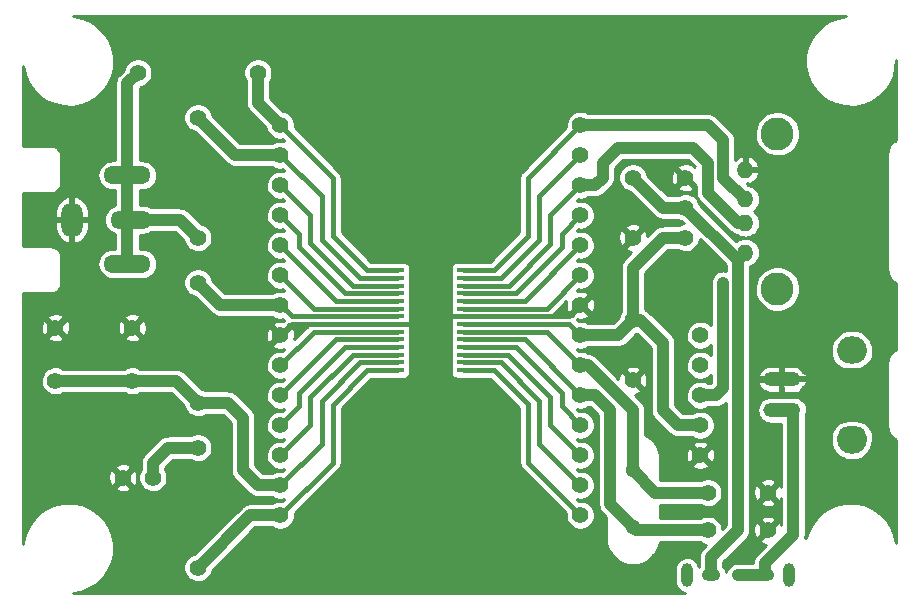
<source format=gtl>
G04 #@! TF.FileFunction,Copper,L1,Top,Signal*
%FSLAX45Y45*%
G04 Gerber Fmt 4.5, Leading zero omitted, Abs format (unit mm)*
G04 Created by KiCad (PCBNEW 4.0.1-stable) date 2017年09月08日金曜日 13:41:55*
%MOMM*%
G01*
G04 APERTURE LIST*
%ADD10C,0.100000*%
%ADD11C,1.400000*%
%ADD12O,3.000000X1.250000*%
%ADD13O,2.500000X1.800000*%
%ADD14C,1.250000*%
%ADD15O,2.500000X2.300000*%
%ADD16O,1.400000X1.400000*%
%ADD17C,2.800000*%
%ADD18O,1.800000X3.000000*%
%ADD19O,3.500000X1.500000*%
%ADD20O,4.000000X1.500000*%
%ADD21R,1.400000X0.400000*%
%ADD22C,1.300000*%
%ADD23O,1.540000X1.000000*%
%ADD24C,1.000000*%
%ADD25O,1.000000X2.000000*%
%ADD26C,0.600000*%
%ADD27C,1.000000*%
%ADD28C,0.400000*%
%ADD29C,0.508000*%
%ADD30C,0.254000*%
G04 APERTURE END LIST*
D10*
D11*
X18478500Y-10985500D03*
X18478500Y-11493500D03*
X18478500Y-12192000D03*
X18478500Y-12700000D03*
X19621500Y-13652500D03*
X19113500Y-13652500D03*
X19621500Y-13970000D03*
X19113500Y-13970000D03*
D12*
X19736200Y-12954000D03*
X19736200Y-12694000D03*
D13*
X20331400Y-13184000D03*
X20331400Y-12464000D03*
D14*
X19837400Y-12954000D03*
X19837400Y-12694000D03*
D15*
X20331400Y-13209000D03*
X20331400Y-12442000D03*
D16*
X19431000Y-11620500D03*
X19431000Y-11370500D03*
X19431000Y-11170500D03*
X19431000Y-10920500D03*
D17*
X19702000Y-11927500D03*
X19702000Y-10613500D03*
D11*
X18034000Y-10541000D03*
X18034000Y-10795000D03*
X18034000Y-11049000D03*
X18034000Y-11303000D03*
X18034000Y-11557000D03*
X18034000Y-11811000D03*
X18034000Y-12065000D03*
X18034000Y-12319000D03*
X18034000Y-12573000D03*
X18034000Y-12827000D03*
X18034000Y-13081000D03*
X18034000Y-13335000D03*
X18034000Y-13589000D03*
X18034000Y-13843000D03*
X15494000Y-10541000D03*
X15494000Y-10795000D03*
X15494000Y-11049000D03*
X15494000Y-11303000D03*
X15494000Y-11557000D03*
X15494000Y-11811000D03*
X15494000Y-12065000D03*
X15494000Y-12319000D03*
X15494000Y-12573000D03*
X15494000Y-12827000D03*
X15494000Y-13081000D03*
X15494000Y-13335000D03*
X15494000Y-13589000D03*
X15494000Y-13843000D03*
X19050000Y-12319000D03*
X19050000Y-12573000D03*
X19050000Y-12827000D03*
X19050000Y-13081000D03*
X19050000Y-13335000D03*
D18*
X13728700Y-11341100D03*
D19*
X14228700Y-11341100D03*
D20*
X14198700Y-10966100D03*
X14198700Y-11716100D03*
D11*
X18923000Y-10985500D03*
X18923000Y-11239500D03*
X18923000Y-11493500D03*
D21*
X16469000Y-11769500D03*
X16469000Y-11834500D03*
X16469000Y-11899500D03*
X16469000Y-11964500D03*
X16469000Y-12029500D03*
X16469000Y-12094500D03*
X16469000Y-12159500D03*
X16469000Y-12224500D03*
X16469000Y-12289500D03*
X16469000Y-12354500D03*
X16469000Y-12419500D03*
X16469000Y-12484500D03*
X16469000Y-12549500D03*
X16469000Y-12614500D03*
X17059000Y-12614500D03*
X17059000Y-12549500D03*
X17059000Y-12484500D03*
X17059000Y-12419500D03*
X17059000Y-12354500D03*
X17059000Y-12289500D03*
X17059000Y-12224500D03*
X17059000Y-12159500D03*
X17059000Y-12094500D03*
X17059000Y-12029500D03*
X17059000Y-11964500D03*
X17059000Y-11899500D03*
X17059000Y-11834500D03*
X17059000Y-11769500D03*
D11*
X14160500Y-13525500D03*
X14414500Y-13525500D03*
X15303500Y-10096500D03*
X14287500Y-10096500D03*
X14795500Y-10477500D03*
X14795500Y-11493500D03*
X14795500Y-11874500D03*
X14795500Y-12890500D03*
X14795500Y-14287500D03*
X14795500Y-13271500D03*
X13589000Y-12255500D03*
X14239000Y-12255500D03*
X13589000Y-12705500D03*
X14239000Y-12705500D03*
D22*
X18478500Y-13462000D03*
X18478500Y-13942000D03*
D23*
X19140500Y-14351000D03*
D24*
X19367500Y-14351000D03*
D23*
X19594500Y-14351000D03*
D25*
X19797500Y-14351000D03*
X18937500Y-14351000D03*
D26*
X19240500Y-11874500D03*
D27*
X19140500Y-14351000D02*
X19140500Y-14197000D01*
X19367500Y-13970000D02*
X19367500Y-11684000D01*
X19140500Y-14197000D02*
X19367500Y-13970000D01*
X19367500Y-11684000D02*
X19431000Y-11620500D01*
X19431000Y-11620500D02*
X19367500Y-11684000D01*
X19367500Y-11684000D02*
X18923000Y-11239500D01*
X18478500Y-10985500D02*
X18732500Y-11239500D01*
X18732500Y-11239500D02*
X18923000Y-11239500D01*
D28*
X17049000Y-12159500D02*
X16909300Y-12159500D01*
X16909300Y-12159500D02*
X16903700Y-12153900D01*
X16479000Y-12224500D02*
X16618700Y-12224500D01*
X16618700Y-12224500D02*
X16624300Y-12230100D01*
D29*
X19837400Y-12694000D02*
X19513900Y-12694000D01*
X19513900Y-12694000D02*
X19507200Y-12687300D01*
X19507200Y-12687300D02*
X19507200Y-12585700D01*
X19507200Y-12585700D02*
X19558000Y-12534900D01*
X19558000Y-12534900D02*
X19989800Y-12534900D01*
X19989800Y-12534900D02*
X20053300Y-12598400D01*
X20053300Y-12598400D02*
X20053300Y-12674600D01*
X20053300Y-12674600D02*
X20033900Y-12694000D01*
X20033900Y-12694000D02*
X19837400Y-12694000D01*
D28*
X16479000Y-12224500D02*
X15588500Y-12224500D01*
X15588500Y-12224500D02*
X15494000Y-12319000D01*
X17049000Y-12159500D02*
X17939500Y-12159500D01*
X17939500Y-12159500D02*
X18034000Y-12065000D01*
X19837400Y-12694000D02*
X19843400Y-12694000D01*
D27*
X18923000Y-11493500D02*
X18732500Y-11493500D01*
X18478500Y-11747500D02*
X18478500Y-12192000D01*
X18732500Y-11493500D02*
X18478500Y-11747500D01*
D28*
X16479000Y-12159500D02*
X15588500Y-12159500D01*
X15588500Y-12159500D02*
X15494000Y-12065000D01*
X17049000Y-12224500D02*
X17939500Y-12224500D01*
X17939500Y-12224500D02*
X18034000Y-12319000D01*
D27*
X18034000Y-12319000D02*
X18351500Y-12319000D01*
X18351500Y-12319000D02*
X18478500Y-12192000D01*
X18478500Y-12192000D02*
X18542000Y-12192000D01*
X18542000Y-12192000D02*
X18732500Y-12382500D01*
X18859500Y-13081000D02*
X19050000Y-13081000D01*
X18732500Y-12954000D02*
X18859500Y-13081000D01*
X18732500Y-12382500D02*
X18732500Y-12954000D01*
X15494000Y-12065000D02*
X14986000Y-12065000D01*
X14986000Y-12065000D02*
X14795500Y-11874500D01*
X19594500Y-14351000D02*
X19594500Y-14251000D01*
X19837400Y-14008100D02*
X19837400Y-12954000D01*
X19594500Y-14251000D02*
X19837400Y-14008100D01*
X19367500Y-14351000D02*
X19594500Y-14351000D01*
D28*
X16479000Y-11769500D02*
X16231000Y-11769500D01*
X15938500Y-10985500D02*
X15494000Y-10541000D01*
X15938500Y-11477000D02*
X15938500Y-10985500D01*
X16231000Y-11769500D02*
X15938500Y-11477000D01*
D27*
X15494000Y-10541000D02*
X15303500Y-10350500D01*
X15303500Y-10350500D02*
X15303500Y-10096500D01*
D28*
X16479000Y-11834500D02*
X16168250Y-11834500D01*
X15843250Y-11144250D02*
X15494000Y-10795000D01*
X15843250Y-11509500D02*
X15843250Y-11144250D01*
X16168250Y-11834500D02*
X15843250Y-11509500D01*
D27*
X15494000Y-10795000D02*
X15113000Y-10795000D01*
X15113000Y-10795000D02*
X14795500Y-10477500D01*
D28*
X16479000Y-12094500D02*
X15777500Y-12094500D01*
X15777500Y-12094500D02*
X15494000Y-11811000D01*
D27*
X14795500Y-13271500D02*
X14541500Y-13271500D01*
X14414500Y-13398500D02*
X14414500Y-13525500D01*
X14541500Y-13271500D02*
X14414500Y-13398500D01*
X19371500Y-11370500D02*
X19113500Y-11112500D01*
X19113500Y-11112500D02*
X19113500Y-10858500D01*
X19113500Y-10858500D02*
X18986500Y-10731500D01*
X18986500Y-10731500D02*
X18351500Y-10731500D01*
X18351500Y-10731500D02*
X18224500Y-10858500D01*
X18224500Y-10858500D02*
X18224500Y-10985500D01*
X18224500Y-10985500D02*
X18161000Y-11049000D01*
X18161000Y-11049000D02*
X18034000Y-11049000D01*
X19431000Y-11370500D02*
X19371500Y-11370500D01*
D28*
X17049000Y-11899500D02*
X17425500Y-11899500D01*
X17780000Y-11303000D02*
X18034000Y-11049000D01*
X17780000Y-11545000D02*
X17780000Y-11303000D01*
X17425500Y-11899500D02*
X17780000Y-11545000D01*
X17049000Y-11769500D02*
X17299250Y-11769500D01*
X17589500Y-10985500D02*
X18034000Y-10541000D01*
X17589500Y-11479250D02*
X17589500Y-10985500D01*
X17299250Y-11769500D02*
X17589500Y-11479250D01*
D27*
X19431000Y-11170500D02*
X19425500Y-11170500D01*
X19425500Y-11170500D02*
X19240500Y-10985500D01*
X19240500Y-10985500D02*
X19240500Y-10668000D01*
X19240500Y-10668000D02*
X19113500Y-10541000D01*
X19113500Y-10541000D02*
X18034000Y-10541000D01*
X19050000Y-12827000D02*
X19184000Y-12827000D01*
X19240500Y-12770500D02*
X19240500Y-11874500D01*
X19184000Y-12827000D02*
X19240500Y-12770500D01*
D28*
X17049000Y-11834500D02*
X17363500Y-11834500D01*
X17684750Y-11144250D02*
X18034000Y-10795000D01*
X17684750Y-11513250D02*
X17684750Y-11144250D01*
X17363500Y-11834500D02*
X17684750Y-11513250D01*
X17049000Y-11964500D02*
X17486750Y-11964500D01*
X17875250Y-11461750D02*
X18034000Y-11303000D01*
X17875250Y-11576000D02*
X17875250Y-11461750D01*
X17486750Y-11964500D02*
X17875250Y-11576000D01*
X17049000Y-12029500D02*
X17561500Y-12029500D01*
X17561500Y-12029500D02*
X18034000Y-11557000D01*
X17049000Y-12094500D02*
X17750500Y-12094500D01*
X17750500Y-12094500D02*
X18034000Y-11811000D01*
X17049000Y-12419500D02*
X17484500Y-12419500D01*
X17875250Y-12922250D02*
X18034000Y-13081000D01*
X17875250Y-12810250D02*
X17875250Y-12922250D01*
X17484500Y-12419500D02*
X17875250Y-12810250D01*
X17049000Y-12484500D02*
X17423250Y-12484500D01*
X17780000Y-13081000D02*
X18034000Y-13335000D01*
X17780000Y-12841250D02*
X17780000Y-13081000D01*
X17423250Y-12484500D02*
X17780000Y-12841250D01*
X16479000Y-12029500D02*
X15966500Y-12029500D01*
X15966500Y-12029500D02*
X15494000Y-11557000D01*
X17049000Y-12549500D02*
X17361250Y-12549500D01*
X17684750Y-13239750D02*
X18034000Y-13589000D01*
X17684750Y-12873000D02*
X17684750Y-13239750D01*
X17361250Y-12549500D02*
X17684750Y-12873000D01*
X17049000Y-12614500D02*
X17300750Y-12614500D01*
X17589500Y-13398500D02*
X18034000Y-13843000D01*
X17589500Y-12903250D02*
X17589500Y-13398500D01*
X17300750Y-12614500D02*
X17589500Y-12903250D01*
X17049000Y-12289500D02*
X17750500Y-12289500D01*
X17750500Y-12289500D02*
X18034000Y-12573000D01*
D27*
X18478500Y-13462000D02*
X18669000Y-13652500D01*
X18669000Y-13652500D02*
X19113500Y-13652500D01*
X18034000Y-12573000D02*
X18097500Y-12573000D01*
X18097500Y-12573000D02*
X18478500Y-12954000D01*
X18478500Y-12954000D02*
X18478500Y-13462000D01*
D28*
X17049000Y-12354500D02*
X17561500Y-12354500D01*
X17561500Y-12354500D02*
X18034000Y-12827000D01*
D27*
X19113500Y-13970000D02*
X18506500Y-13970000D01*
X18506500Y-13970000D02*
X18478500Y-13942000D01*
X18034000Y-12827000D02*
X18161000Y-12827000D01*
X18288000Y-13751500D02*
X18478500Y-13942000D01*
X18288000Y-12954000D02*
X18288000Y-13751500D01*
X18161000Y-12827000D02*
X18288000Y-12954000D01*
D28*
X16479000Y-11899500D02*
X16105500Y-11899500D01*
X15748000Y-11303000D02*
X15494000Y-11049000D01*
X15748000Y-11542000D02*
X15748000Y-11303000D01*
X16105500Y-11899500D02*
X15748000Y-11542000D01*
X16479000Y-11964500D02*
X16042750Y-11964500D01*
X15652750Y-11461750D02*
X15494000Y-11303000D01*
X15652750Y-11574500D02*
X15652750Y-11461750D01*
X16042750Y-11964500D02*
X15652750Y-11574500D01*
X16479000Y-12289500D02*
X15777500Y-12289500D01*
X15777500Y-12289500D02*
X15494000Y-12573000D01*
X16479000Y-12354500D02*
X15966500Y-12354500D01*
X15966500Y-12354500D02*
X15494000Y-12827000D01*
X16479000Y-12419500D02*
X16042750Y-12419500D01*
X15652750Y-12922250D02*
X15494000Y-13081000D01*
X15652750Y-12809500D02*
X15652750Y-12922250D01*
X16042750Y-12419500D02*
X15652750Y-12809500D01*
X16479000Y-12484500D02*
X16105500Y-12484500D01*
X15748000Y-13081000D02*
X15494000Y-13335000D01*
X15748000Y-12842000D02*
X15748000Y-13081000D01*
X16105500Y-12484500D02*
X15748000Y-12842000D01*
X16479000Y-12549500D02*
X16168250Y-12549500D01*
X15843250Y-13239750D02*
X15494000Y-13589000D01*
X15843250Y-12874500D02*
X15843250Y-13239750D01*
X16168250Y-12549500D02*
X15843250Y-12874500D01*
D27*
X14239000Y-12705500D02*
X14610500Y-12705500D01*
X14610500Y-12705500D02*
X14795500Y-12890500D01*
X13589000Y-12705500D02*
X14239000Y-12705500D01*
X15494000Y-13589000D02*
X15303500Y-13589000D01*
X15303500Y-13589000D02*
X15176500Y-13462000D01*
X15176500Y-13462000D02*
X15176500Y-13017500D01*
X15176500Y-13017500D02*
X15049500Y-12890500D01*
X15049500Y-12890500D02*
X14795500Y-12890500D01*
D28*
X16479000Y-12614500D02*
X16231000Y-12614500D01*
X15938500Y-13398500D02*
X15494000Y-13843000D01*
X15938500Y-12907000D02*
X15938500Y-13398500D01*
X16231000Y-12614500D02*
X15938500Y-12907000D01*
D27*
X14795500Y-14287500D02*
X15240000Y-13843000D01*
X15240000Y-13843000D02*
X15494000Y-13843000D01*
X14228700Y-11341100D02*
X14643100Y-11341100D01*
X14643100Y-11341100D02*
X14795500Y-11493500D01*
X14198700Y-10966100D02*
X14198700Y-10185300D01*
X14198700Y-10185300D02*
X14287500Y-10096500D01*
X14198700Y-11716100D02*
X14198700Y-11371100D01*
X14198700Y-11371100D02*
X14228700Y-11341100D01*
X14198700Y-10966100D02*
X14198700Y-11311100D01*
X14198700Y-11311100D02*
X14228700Y-11341100D01*
X14228700Y-11341100D02*
X14249400Y-11341100D01*
D30*
G36*
X20211425Y-9631094D02*
X20141839Y-9659209D01*
X20079038Y-9700304D01*
X20025416Y-9752815D01*
X19983015Y-9814741D01*
X19953449Y-9883723D01*
X19937845Y-9957134D01*
X19936797Y-10032179D01*
X19950345Y-10105997D01*
X19977973Y-10175778D01*
X20018629Y-10238863D01*
X20070764Y-10292851D01*
X20132393Y-10335684D01*
X20201167Y-10365730D01*
X20274468Y-10381847D01*
X20349502Y-10383418D01*
X20423414Y-10370386D01*
X20493386Y-10343245D01*
X20556754Y-10303031D01*
X20611104Y-10251274D01*
X20654366Y-10189946D01*
X20684892Y-10121383D01*
X20701519Y-10048197D01*
X20702300Y-9992295D01*
X20702300Y-10666407D01*
X20693413Y-10671212D01*
X20689078Y-10674136D01*
X20684702Y-10676999D01*
X20684077Y-10677509D01*
X20673551Y-10686217D01*
X20669864Y-10689929D01*
X20666129Y-10693587D01*
X20665616Y-10694208D01*
X20656981Y-10704795D01*
X20654087Y-10709150D01*
X20651133Y-10713466D01*
X20650749Y-10714174D01*
X20644336Y-10726237D01*
X20642341Y-10731077D01*
X20640283Y-10735878D01*
X20640045Y-10736648D01*
X20636096Y-10749726D01*
X20635080Y-10754857D01*
X20633993Y-10759972D01*
X20633909Y-10760773D01*
X20632575Y-10774370D01*
X20632575Y-10776789D01*
X20632306Y-10779194D01*
X20632300Y-10780000D01*
X20632300Y-11765000D01*
X20632301Y-11765010D01*
X20632300Y-11765201D01*
X20632302Y-11765689D01*
X20632557Y-11768197D01*
X20632539Y-11770718D01*
X20632618Y-11771520D01*
X20634046Y-11785107D01*
X20635097Y-11790225D01*
X20636077Y-11795367D01*
X20636310Y-11796138D01*
X20640350Y-11809189D01*
X20642376Y-11814009D01*
X20644336Y-11818858D01*
X20644714Y-11819570D01*
X20651212Y-11831587D01*
X20654137Y-11835924D01*
X20656999Y-11840298D01*
X20657509Y-11840923D01*
X20666217Y-11851449D01*
X20669929Y-11855136D01*
X20673587Y-11858871D01*
X20674208Y-11859384D01*
X20684795Y-11868019D01*
X20689150Y-11870913D01*
X20693466Y-11873867D01*
X20694174Y-11874251D01*
X20702300Y-11878571D01*
X20702300Y-12441406D01*
X20693413Y-12446212D01*
X20689078Y-12449136D01*
X20684702Y-12451999D01*
X20684077Y-12452509D01*
X20673551Y-12461217D01*
X20669864Y-12464929D01*
X20666129Y-12468587D01*
X20665616Y-12469208D01*
X20656981Y-12479795D01*
X20654087Y-12484150D01*
X20651133Y-12488466D01*
X20650749Y-12489174D01*
X20644336Y-12501237D01*
X20642341Y-12506077D01*
X20640283Y-12510878D01*
X20640045Y-12511648D01*
X20636096Y-12524726D01*
X20635080Y-12529857D01*
X20633993Y-12534972D01*
X20633909Y-12535773D01*
X20632575Y-12549370D01*
X20632575Y-12551789D01*
X20632306Y-12554194D01*
X20632300Y-12555000D01*
X20632300Y-13090000D01*
X20632301Y-13090010D01*
X20632300Y-13090201D01*
X20632302Y-13090689D01*
X20632557Y-13093197D01*
X20632539Y-13095718D01*
X20632618Y-13096520D01*
X20634046Y-13110107D01*
X20635096Y-13115223D01*
X20636077Y-13120367D01*
X20636310Y-13121138D01*
X20640350Y-13134189D01*
X20642376Y-13139009D01*
X20644336Y-13143858D01*
X20644714Y-13144570D01*
X20651212Y-13156587D01*
X20654137Y-13160924D01*
X20656999Y-13165298D01*
X20657509Y-13165923D01*
X20666217Y-13176449D01*
X20669929Y-13180136D01*
X20673587Y-13183871D01*
X20674208Y-13184384D01*
X20684795Y-13193019D01*
X20689150Y-13195913D01*
X20693466Y-13198867D01*
X20694174Y-13199251D01*
X20702300Y-13203571D01*
X20702300Y-14080371D01*
X20688139Y-14008852D01*
X20659539Y-13939464D01*
X20618006Y-13876952D01*
X20565123Y-13823698D01*
X20502902Y-13781730D01*
X20433715Y-13752646D01*
X20360197Y-13737555D01*
X20285147Y-13737031D01*
X20211425Y-13751094D01*
X20141839Y-13779209D01*
X20079038Y-13820304D01*
X20025416Y-13872815D01*
X19983015Y-13934741D01*
X19953449Y-14003723D01*
X19947120Y-14033500D01*
X19936572Y-14033500D01*
X19937856Y-14029452D01*
X19937916Y-14028916D01*
X19938074Y-14028399D01*
X19939033Y-14018960D01*
X19940090Y-14009534D01*
X19940097Y-14008479D01*
X19940099Y-14008458D01*
X19940098Y-14008440D01*
X19940100Y-14008100D01*
X19940100Y-13183004D01*
X20152844Y-13183004D01*
X20154055Y-13196312D01*
X20152844Y-13207829D01*
X20155811Y-13240424D01*
X20165052Y-13271821D01*
X20180215Y-13300826D01*
X20200723Y-13326333D01*
X20225795Y-13347371D01*
X20254476Y-13363139D01*
X20285673Y-13373035D01*
X20318199Y-13376684D01*
X20320540Y-13376700D01*
X20342260Y-13376700D01*
X20374833Y-13373506D01*
X20406165Y-13364046D01*
X20435064Y-13348681D01*
X20460427Y-13327995D01*
X20481289Y-13302777D01*
X20496856Y-13273986D01*
X20506535Y-13242721D01*
X20509956Y-13210171D01*
X20508728Y-13196682D01*
X20509956Y-13184996D01*
X20507432Y-13157261D01*
X20499569Y-13130544D01*
X20486666Y-13105863D01*
X20469215Y-13084158D01*
X20447881Y-13066256D01*
X20423475Y-13052839D01*
X20396929Y-13044418D01*
X20369252Y-13041314D01*
X20367260Y-13041300D01*
X20295540Y-13041300D01*
X20267823Y-13044018D01*
X20241162Y-13052067D01*
X20216571Y-13065142D01*
X20194989Y-13082744D01*
X20177237Y-13104203D01*
X20163990Y-13128701D01*
X20155755Y-13155306D01*
X20152844Y-13183004D01*
X19940100Y-13183004D01*
X19940100Y-13006574D01*
X19947239Y-12990539D01*
X19952245Y-12968508D01*
X19952605Y-12942704D01*
X19948217Y-12920542D01*
X19939608Y-12899655D01*
X19927106Y-12880838D01*
X19911187Y-12864807D01*
X19892457Y-12852174D01*
X19871630Y-12843419D01*
X19849500Y-12838877D01*
X19826909Y-12838719D01*
X19826375Y-12838821D01*
X19826289Y-12838811D01*
X19824681Y-12838800D01*
X19647719Y-12838800D01*
X19625343Y-12840994D01*
X19603820Y-12847492D01*
X19583969Y-12858047D01*
X19566545Y-12872257D01*
X19552214Y-12889581D01*
X19541521Y-12909358D01*
X19534872Y-12930836D01*
X19532522Y-12953196D01*
X19534560Y-12975586D01*
X19540908Y-12997155D01*
X19551324Y-13017079D01*
X19565412Y-13034601D01*
X19582635Y-13049053D01*
X19602337Y-13059884D01*
X19623768Y-13066683D01*
X19646111Y-13069189D01*
X19647719Y-13069200D01*
X19734700Y-13069200D01*
X19734700Y-13604912D01*
X19732162Y-13598138D01*
X19728181Y-13590690D01*
X19707826Y-13584134D01*
X19639461Y-13652500D01*
X19707826Y-13720866D01*
X19728181Y-13714310D01*
X19734700Y-13699981D01*
X19734700Y-13922412D01*
X19732162Y-13915638D01*
X19728181Y-13908190D01*
X19707826Y-13901634D01*
X19639461Y-13970000D01*
X19640875Y-13971414D01*
X19622914Y-13989375D01*
X19621500Y-13987960D01*
X19553134Y-14056326D01*
X19559690Y-14076681D01*
X19581690Y-14086690D01*
X19605220Y-14092214D01*
X19607953Y-14092308D01*
X19521880Y-14178380D01*
X19515858Y-14185712D01*
X19509761Y-14192978D01*
X19509501Y-14193451D01*
X19509158Y-14193868D01*
X19504675Y-14202229D01*
X19500105Y-14210542D01*
X19499942Y-14211057D01*
X19499686Y-14211533D01*
X19496913Y-14220603D01*
X19494044Y-14229647D01*
X19493984Y-14230185D01*
X19493826Y-14230701D01*
X19492868Y-14240131D01*
X19491952Y-14248300D01*
X19368489Y-14248300D01*
X19358147Y-14248228D01*
X19338363Y-14252002D01*
X19319689Y-14259546D01*
X19302836Y-14270575D01*
X19288447Y-14284666D01*
X19277068Y-14301284D01*
X19269134Y-14319796D01*
X19267605Y-14326988D01*
X19263349Y-14312528D01*
X19254063Y-14294765D01*
X19243200Y-14281254D01*
X19243200Y-14239540D01*
X19440120Y-14042620D01*
X19446142Y-14035288D01*
X19452239Y-14028022D01*
X19452500Y-14027548D01*
X19452842Y-14027131D01*
X19457324Y-14018773D01*
X19461895Y-14010458D01*
X19462059Y-14009943D01*
X19462314Y-14009467D01*
X19465086Y-14000398D01*
X19467956Y-13991352D01*
X19468016Y-13990815D01*
X19468174Y-13990299D01*
X19469132Y-13980865D01*
X19469467Y-13977875D01*
X19498458Y-13977875D01*
X19502359Y-14001728D01*
X19510838Y-14024362D01*
X19514819Y-14031810D01*
X19535174Y-14038366D01*
X19603540Y-13970000D01*
X19535174Y-13901634D01*
X19514819Y-13908190D01*
X19504810Y-13930190D01*
X19499286Y-13953720D01*
X19498458Y-13977875D01*
X19469467Y-13977875D01*
X19470190Y-13971434D01*
X19470197Y-13970379D01*
X19470199Y-13970358D01*
X19470198Y-13970340D01*
X19470200Y-13970000D01*
X19470200Y-13883674D01*
X19553134Y-13883674D01*
X19621500Y-13952039D01*
X19689866Y-13883674D01*
X19683310Y-13863319D01*
X19661310Y-13853310D01*
X19637780Y-13847786D01*
X19613625Y-13846958D01*
X19589772Y-13850859D01*
X19567138Y-13859338D01*
X19559690Y-13863319D01*
X19553134Y-13883674D01*
X19470200Y-13883674D01*
X19470200Y-13738826D01*
X19553134Y-13738826D01*
X19559690Y-13759181D01*
X19581690Y-13769190D01*
X19605220Y-13774714D01*
X19629376Y-13775542D01*
X19653229Y-13771641D01*
X19675862Y-13763162D01*
X19683310Y-13759181D01*
X19689866Y-13738826D01*
X19621500Y-13670460D01*
X19553134Y-13738826D01*
X19470200Y-13738826D01*
X19470200Y-13660375D01*
X19498458Y-13660375D01*
X19502359Y-13684228D01*
X19510838Y-13706862D01*
X19514819Y-13714310D01*
X19535174Y-13720866D01*
X19603540Y-13652500D01*
X19535174Y-13584134D01*
X19514819Y-13590690D01*
X19504810Y-13612690D01*
X19499286Y-13636220D01*
X19498458Y-13660375D01*
X19470200Y-13660375D01*
X19470200Y-13566174D01*
X19553134Y-13566174D01*
X19621500Y-13634539D01*
X19689866Y-13566174D01*
X19683310Y-13545819D01*
X19661310Y-13535810D01*
X19637780Y-13530286D01*
X19613625Y-13529458D01*
X19589772Y-13533359D01*
X19567138Y-13541838D01*
X19559690Y-13545819D01*
X19553134Y-13566174D01*
X19470200Y-13566174D01*
X19470200Y-12663545D01*
X19537599Y-12663545D01*
X19547469Y-12681300D01*
X19722506Y-12681300D01*
X19721931Y-12702173D01*
X19722703Y-12706700D01*
X19547469Y-12706700D01*
X19537599Y-12724455D01*
X19545859Y-12747442D01*
X19558261Y-12766478D01*
X19574139Y-12782729D01*
X19592882Y-12795571D01*
X19613770Y-12804509D01*
X19636000Y-12809200D01*
X19723500Y-12809200D01*
X19723500Y-12711375D01*
X19725745Y-12724543D01*
X19733849Y-12745739D01*
X19736851Y-12751355D01*
X19748900Y-12754826D01*
X19748900Y-12764539D01*
X19746610Y-12766829D01*
X19748900Y-12769119D01*
X19748900Y-12809200D01*
X19835814Y-12809200D01*
X19845573Y-12809469D01*
X19867943Y-12805655D01*
X19889139Y-12797551D01*
X19894755Y-12794549D01*
X19898135Y-12782816D01*
X19898261Y-12782729D01*
X19914139Y-12766478D01*
X19920767Y-12756305D01*
X19937949Y-12751355D01*
X19947207Y-12730637D01*
X19952244Y-12708511D01*
X19952869Y-12685827D01*
X19949055Y-12663457D01*
X19940951Y-12642261D01*
X19937949Y-12636645D01*
X19920767Y-12631695D01*
X19914139Y-12621522D01*
X19898261Y-12605270D01*
X19898135Y-12605184D01*
X19894755Y-12593451D01*
X19874037Y-12584193D01*
X19851911Y-12579156D01*
X19829227Y-12578531D01*
X19827651Y-12578800D01*
X19748900Y-12578800D01*
X19748900Y-12618881D01*
X19746610Y-12621171D01*
X19748900Y-12623461D01*
X19748900Y-12633174D01*
X19736851Y-12636645D01*
X19727593Y-12657363D01*
X19723500Y-12675342D01*
X19723500Y-12578800D01*
X19636000Y-12578800D01*
X19613770Y-12583491D01*
X19592882Y-12592429D01*
X19574139Y-12605270D01*
X19558261Y-12621522D01*
X19545859Y-12640558D01*
X19537599Y-12663545D01*
X19470200Y-12663545D01*
X19470200Y-12463004D01*
X20152844Y-12463004D01*
X20155368Y-12490739D01*
X20163231Y-12517456D01*
X20176134Y-12542137D01*
X20193585Y-12563842D01*
X20214919Y-12581744D01*
X20239325Y-12595161D01*
X20265871Y-12603582D01*
X20284539Y-12605676D01*
X20285673Y-12606035D01*
X20318199Y-12609684D01*
X20320540Y-12609700D01*
X20342260Y-12609700D01*
X20374833Y-12606506D01*
X20377525Y-12605693D01*
X20394977Y-12603982D01*
X20421639Y-12595933D01*
X20446229Y-12582858D01*
X20467811Y-12565256D01*
X20485564Y-12543797D01*
X20498810Y-12519298D01*
X20507045Y-12492694D01*
X20509956Y-12464996D01*
X20508892Y-12453296D01*
X20509956Y-12443171D01*
X20506989Y-12410576D01*
X20497749Y-12379178D01*
X20482585Y-12350174D01*
X20462077Y-12324666D01*
X20437005Y-12303628D01*
X20408324Y-12287861D01*
X20377127Y-12277965D01*
X20344601Y-12274316D01*
X20342260Y-12274300D01*
X20320540Y-12274300D01*
X20287967Y-12277494D01*
X20256635Y-12286954D01*
X20227736Y-12302319D01*
X20202373Y-12323005D01*
X20181511Y-12348223D01*
X20165944Y-12377014D01*
X20156265Y-12408279D01*
X20152844Y-12440829D01*
X20153926Y-12452710D01*
X20152844Y-12463004D01*
X19470200Y-12463004D01*
X19470200Y-11943703D01*
X19509047Y-11943703D01*
X19515869Y-11980872D01*
X19529780Y-12016009D01*
X19550252Y-12047774D01*
X19576503Y-12074958D01*
X19607535Y-12096526D01*
X19642164Y-12111655D01*
X19679073Y-12119770D01*
X19716855Y-12120562D01*
X19754072Y-12113999D01*
X19789305Y-12100333D01*
X19821212Y-12080084D01*
X19848579Y-12054023D01*
X19870362Y-12023143D01*
X19885733Y-11988620D01*
X19894106Y-11951769D01*
X19894708Y-11908605D01*
X19887368Y-11871534D01*
X19872967Y-11836595D01*
X19852054Y-11805119D01*
X19825426Y-11778304D01*
X19794096Y-11757171D01*
X19759259Y-11742527D01*
X19722240Y-11734928D01*
X19684451Y-11734664D01*
X19647330Y-11741746D01*
X19612291Y-11755902D01*
X19580669Y-11776595D01*
X19553669Y-11803035D01*
X19532319Y-11834217D01*
X19517431Y-11868951D01*
X19509574Y-11905916D01*
X19509047Y-11943703D01*
X19470200Y-11943703D01*
X19470200Y-11736850D01*
X19476964Y-11734859D01*
X19498186Y-11723765D01*
X19516849Y-11708759D01*
X19532241Y-11690415D01*
X19543778Y-11669430D01*
X19551019Y-11646604D01*
X19553688Y-11622807D01*
X19553700Y-11621094D01*
X19553700Y-11619906D01*
X19551363Y-11596074D01*
X19544442Y-11573149D01*
X19533199Y-11552005D01*
X19518064Y-11533448D01*
X19499613Y-11518183D01*
X19478548Y-11506794D01*
X19455672Y-11499712D01*
X19431857Y-11497209D01*
X19408008Y-11499380D01*
X19385036Y-11506141D01*
X19363814Y-11517235D01*
X19353926Y-11525186D01*
X19043112Y-11214372D01*
X19041032Y-11203864D01*
X19031862Y-11181617D01*
X19018546Y-11161575D01*
X19001590Y-11144501D01*
X18981642Y-11131045D01*
X18959459Y-11121720D01*
X18935888Y-11116882D01*
X18911826Y-11116714D01*
X18888189Y-11121223D01*
X18865879Y-11130237D01*
X18855849Y-11136800D01*
X18775040Y-11136800D01*
X18710066Y-11071826D01*
X18854634Y-11071826D01*
X18861190Y-11092181D01*
X18883190Y-11102190D01*
X18906720Y-11107714D01*
X18930876Y-11108542D01*
X18954729Y-11104641D01*
X18977362Y-11096162D01*
X18984810Y-11092181D01*
X18991366Y-11071826D01*
X18923000Y-11003461D01*
X18854634Y-11071826D01*
X18710066Y-11071826D01*
X18631615Y-10993376D01*
X18799958Y-10993376D01*
X18803859Y-11017229D01*
X18812338Y-11039862D01*
X18816319Y-11047310D01*
X18836674Y-11053866D01*
X18905040Y-10985500D01*
X18836674Y-10917134D01*
X18816319Y-10923690D01*
X18806310Y-10945690D01*
X18800786Y-10969220D01*
X18799958Y-10993376D01*
X18631615Y-10993376D01*
X18598612Y-10960372D01*
X18596532Y-10949864D01*
X18587362Y-10927617D01*
X18574046Y-10907575D01*
X18557090Y-10890501D01*
X18537142Y-10877045D01*
X18514959Y-10867720D01*
X18491388Y-10862882D01*
X18467326Y-10862714D01*
X18443689Y-10867223D01*
X18421379Y-10876237D01*
X18401244Y-10889413D01*
X18384052Y-10906248D01*
X18370457Y-10926103D01*
X18360978Y-10948220D01*
X18355975Y-10971757D01*
X18355639Y-10995817D01*
X18359983Y-11019484D01*
X18368841Y-11041857D01*
X18381876Y-11062084D01*
X18398591Y-11079393D01*
X18418350Y-11093126D01*
X18440400Y-11102759D01*
X18453371Y-11105611D01*
X18659880Y-11312120D01*
X18667211Y-11318141D01*
X18674478Y-11324239D01*
X18674951Y-11324499D01*
X18675368Y-11324842D01*
X18683731Y-11329326D01*
X18692042Y-11333895D01*
X18692557Y-11334058D01*
X18693033Y-11334314D01*
X18702103Y-11337087D01*
X18711148Y-11339956D01*
X18711685Y-11340016D01*
X18712201Y-11340174D01*
X18721631Y-11341132D01*
X18731066Y-11342190D01*
X18732123Y-11342197D01*
X18732142Y-11342199D01*
X18732159Y-11342198D01*
X18732500Y-11342200D01*
X18855763Y-11342200D01*
X18862850Y-11347126D01*
X18884900Y-11356759D01*
X18897871Y-11359611D01*
X18909431Y-11371170D01*
X18888189Y-11375223D01*
X18865879Y-11384237D01*
X18855849Y-11390800D01*
X18732500Y-11390800D01*
X18723058Y-11391726D01*
X18713608Y-11392552D01*
X18713089Y-11392703D01*
X18712552Y-11392756D01*
X18703468Y-11395499D01*
X18694361Y-11398145D01*
X18693882Y-11398393D01*
X18693364Y-11398549D01*
X18684984Y-11403005D01*
X18676566Y-11407369D01*
X18676144Y-11407705D01*
X18675667Y-11407959D01*
X18668317Y-11413953D01*
X18660901Y-11419873D01*
X18660149Y-11420615D01*
X18660134Y-11420627D01*
X18660122Y-11420641D01*
X18659880Y-11420880D01*
X18600642Y-11480119D01*
X18597641Y-11461771D01*
X18589162Y-11439138D01*
X18585181Y-11431690D01*
X18564826Y-11425134D01*
X18496461Y-11493500D01*
X18497875Y-11494914D01*
X18479914Y-11512875D01*
X18478500Y-11511460D01*
X18410134Y-11579826D01*
X18416690Y-11600181D01*
X18438690Y-11610190D01*
X18462220Y-11615714D01*
X18464953Y-11615808D01*
X18405880Y-11674880D01*
X18399858Y-11682212D01*
X18393761Y-11689478D01*
X18393501Y-11689951D01*
X18393158Y-11690368D01*
X18388675Y-11698729D01*
X18384105Y-11707042D01*
X18383942Y-11707557D01*
X18383686Y-11708033D01*
X18380913Y-11717103D01*
X18378044Y-11726147D01*
X18377984Y-11726685D01*
X18377826Y-11727201D01*
X18376868Y-11736631D01*
X18375810Y-11746066D01*
X18375803Y-11747122D01*
X18375801Y-11747141D01*
X18375802Y-11747159D01*
X18375800Y-11747500D01*
X18375800Y-12124799D01*
X18370457Y-12132603D01*
X18360978Y-12154720D01*
X18358396Y-12166864D01*
X18308960Y-12216300D01*
X18101174Y-12216300D01*
X18092642Y-12210545D01*
X18070459Y-12201220D01*
X18046888Y-12196382D01*
X18022826Y-12196214D01*
X18015437Y-12197623D01*
X18001133Y-12183320D01*
X18017720Y-12187214D01*
X18041876Y-12188042D01*
X18065729Y-12184141D01*
X18088362Y-12175662D01*
X18095810Y-12171681D01*
X18102366Y-12151326D01*
X18034000Y-12082960D01*
X17965634Y-12151326D01*
X17967615Y-12157477D01*
X17967438Y-12157383D01*
X17961009Y-12155417D01*
X17954615Y-12153389D01*
X17954236Y-12153346D01*
X17953870Y-12153234D01*
X17947181Y-12152555D01*
X17940515Y-12151807D01*
X17939768Y-12151802D01*
X17939754Y-12151800D01*
X17939740Y-12151802D01*
X17939500Y-12151800D01*
X17794721Y-12151800D01*
X17795940Y-12150805D01*
X17801184Y-12146619D01*
X17801716Y-12146094D01*
X17801727Y-12146086D01*
X17801735Y-12146076D01*
X17801907Y-12145907D01*
X17915680Y-12032133D01*
X17911786Y-12048720D01*
X17910958Y-12072875D01*
X17914859Y-12096728D01*
X17923338Y-12119362D01*
X17927319Y-12126810D01*
X17947674Y-12133366D01*
X18016040Y-12065000D01*
X18051961Y-12065000D01*
X18120326Y-12133366D01*
X18140681Y-12126810D01*
X18150690Y-12104810D01*
X18156214Y-12081280D01*
X18157042Y-12057124D01*
X18153141Y-12033271D01*
X18144662Y-12010638D01*
X18140681Y-12003190D01*
X18120326Y-11996634D01*
X18051961Y-12065000D01*
X18016040Y-12065000D01*
X18014625Y-12063586D01*
X18032586Y-12045625D01*
X18034000Y-12047039D01*
X18102366Y-11978674D01*
X18095810Y-11958319D01*
X18073810Y-11948310D01*
X18050280Y-11942786D01*
X18026125Y-11941958D01*
X18002272Y-11945859D01*
X18001765Y-11946049D01*
X18015291Y-11932523D01*
X18019402Y-11933426D01*
X18043459Y-11933930D01*
X18067156Y-11929752D01*
X18089590Y-11921050D01*
X18109907Y-11908157D01*
X18127333Y-11891563D01*
X18141203Y-11871900D01*
X18150990Y-11849917D01*
X18156322Y-11826453D01*
X18156705Y-11798969D01*
X18152032Y-11775364D01*
X18142862Y-11753117D01*
X18129546Y-11733075D01*
X18112590Y-11716001D01*
X18092642Y-11702545D01*
X18070459Y-11693220D01*
X18046888Y-11688382D01*
X18022826Y-11688214D01*
X18001539Y-11692274D01*
X18015291Y-11678523D01*
X18019402Y-11679426D01*
X18043459Y-11679930D01*
X18067156Y-11675752D01*
X18089590Y-11667050D01*
X18109907Y-11654157D01*
X18127333Y-11637563D01*
X18141203Y-11617900D01*
X18150990Y-11595917D01*
X18156322Y-11572453D01*
X18156705Y-11544969D01*
X18152032Y-11521364D01*
X18143793Y-11501375D01*
X18355458Y-11501375D01*
X18359359Y-11525228D01*
X18367838Y-11547862D01*
X18371819Y-11555310D01*
X18392174Y-11561866D01*
X18460540Y-11493500D01*
X18392174Y-11425134D01*
X18371819Y-11431690D01*
X18361810Y-11453690D01*
X18356286Y-11477220D01*
X18355458Y-11501375D01*
X18143793Y-11501375D01*
X18142862Y-11499117D01*
X18129546Y-11479075D01*
X18112590Y-11462001D01*
X18092642Y-11448545D01*
X18070459Y-11439220D01*
X18046888Y-11434382D01*
X18022826Y-11434214D01*
X18001539Y-11438274D01*
X18015291Y-11424523D01*
X18019402Y-11425426D01*
X18043459Y-11425930D01*
X18067156Y-11421752D01*
X18089590Y-11413050D01*
X18098850Y-11407174D01*
X18410134Y-11407174D01*
X18478500Y-11475539D01*
X18546866Y-11407174D01*
X18540310Y-11386819D01*
X18518310Y-11376810D01*
X18494780Y-11371286D01*
X18470625Y-11370458D01*
X18446772Y-11374359D01*
X18424138Y-11382838D01*
X18416690Y-11386819D01*
X18410134Y-11407174D01*
X18098850Y-11407174D01*
X18109907Y-11400157D01*
X18127333Y-11383563D01*
X18141203Y-11363900D01*
X18150990Y-11341917D01*
X18156322Y-11318453D01*
X18156705Y-11290969D01*
X18152032Y-11267364D01*
X18142862Y-11245117D01*
X18129546Y-11225075D01*
X18112590Y-11208001D01*
X18092642Y-11194545D01*
X18070459Y-11185220D01*
X18046888Y-11180382D01*
X18022826Y-11180214D01*
X18001539Y-11184274D01*
X18015291Y-11170523D01*
X18019402Y-11171426D01*
X18043459Y-11171930D01*
X18067156Y-11167752D01*
X18089590Y-11159050D01*
X18101173Y-11151700D01*
X18161000Y-11151700D01*
X18170443Y-11150774D01*
X18179892Y-11149948D01*
X18180411Y-11149797D01*
X18180948Y-11149744D01*
X18190029Y-11147003D01*
X18199140Y-11144356D01*
X18199619Y-11144107D01*
X18200136Y-11143951D01*
X18208508Y-11139499D01*
X18216935Y-11135132D01*
X18217357Y-11134794D01*
X18217833Y-11134541D01*
X18225180Y-11128549D01*
X18232599Y-11122627D01*
X18233351Y-11121885D01*
X18233366Y-11121873D01*
X18233377Y-11121859D01*
X18233620Y-11121620D01*
X18297120Y-11058120D01*
X18303142Y-11050788D01*
X18309239Y-11043522D01*
X18309499Y-11043049D01*
X18309842Y-11042632D01*
X18314326Y-11034269D01*
X18318895Y-11025958D01*
X18319059Y-11025443D01*
X18319314Y-11024967D01*
X18322088Y-11015894D01*
X18324956Y-11006853D01*
X18325016Y-11006316D01*
X18325174Y-11005799D01*
X18326133Y-10996360D01*
X18327190Y-10986934D01*
X18327197Y-10985879D01*
X18327199Y-10985859D01*
X18327198Y-10985840D01*
X18327200Y-10985500D01*
X18327200Y-10901040D01*
X18394040Y-10834200D01*
X18943960Y-10834200D01*
X19000150Y-10890390D01*
X18991366Y-10899173D01*
X18984810Y-10878819D01*
X18962810Y-10868810D01*
X18939280Y-10863286D01*
X18915125Y-10862458D01*
X18891272Y-10866359D01*
X18868638Y-10874838D01*
X18861190Y-10878819D01*
X18854634Y-10899174D01*
X18923000Y-10967540D01*
X18924414Y-10966125D01*
X18942375Y-10984086D01*
X18940961Y-10985500D01*
X19009326Y-11053866D01*
X19010800Y-11053391D01*
X19010800Y-11112500D01*
X19011726Y-11121943D01*
X19012553Y-11131392D01*
X19012703Y-11131911D01*
X19012756Y-11132448D01*
X19015498Y-11141529D01*
X19018145Y-11150640D01*
X19018393Y-11151119D01*
X19018549Y-11151636D01*
X19023001Y-11160008D01*
X19027369Y-11168435D01*
X19027706Y-11168857D01*
X19027959Y-11169333D01*
X19033951Y-11176680D01*
X19039873Y-11184099D01*
X19040615Y-11184851D01*
X19040627Y-11184866D01*
X19040641Y-11184877D01*
X19040880Y-11185120D01*
X19298880Y-11443120D01*
X19306212Y-11449142D01*
X19313478Y-11455239D01*
X19313952Y-11455499D01*
X19314369Y-11455842D01*
X19322729Y-11460325D01*
X19331042Y-11464895D01*
X19331557Y-11465058D01*
X19332033Y-11465314D01*
X19341103Y-11468087D01*
X19350148Y-11470956D01*
X19350685Y-11471016D01*
X19351201Y-11471174D01*
X19360631Y-11472132D01*
X19361705Y-11472252D01*
X19362387Y-11472817D01*
X19383452Y-11484206D01*
X19406328Y-11491288D01*
X19430143Y-11493791D01*
X19453992Y-11491620D01*
X19476964Y-11484859D01*
X19498186Y-11473765D01*
X19516849Y-11458759D01*
X19532241Y-11440415D01*
X19543778Y-11419430D01*
X19551019Y-11396604D01*
X19553688Y-11372807D01*
X19553700Y-11371094D01*
X19553700Y-11369906D01*
X19551363Y-11346074D01*
X19544442Y-11323149D01*
X19533199Y-11302005D01*
X19518064Y-11283448D01*
X19502331Y-11270432D01*
X19516849Y-11258759D01*
X19532241Y-11240415D01*
X19543778Y-11219430D01*
X19551019Y-11196604D01*
X19553688Y-11172807D01*
X19553700Y-11171094D01*
X19553700Y-11169906D01*
X19551363Y-11146074D01*
X19544442Y-11123149D01*
X19533199Y-11102005D01*
X19518064Y-11083448D01*
X19499613Y-11068183D01*
X19478548Y-11056794D01*
X19455672Y-11049712D01*
X19449280Y-11049041D01*
X19443440Y-11043200D01*
X19443700Y-11043200D01*
X19443700Y-11029286D01*
X19462635Y-11039052D01*
X19470561Y-11036648D01*
X19492460Y-11026699D01*
X19511997Y-11012668D01*
X19528422Y-10995095D01*
X19541103Y-10974656D01*
X19549552Y-10952135D01*
X19539867Y-10933200D01*
X19443700Y-10933200D01*
X19443700Y-10935200D01*
X19418300Y-10935200D01*
X19418300Y-10933200D01*
X19416300Y-10933200D01*
X19416300Y-10907800D01*
X19418300Y-10907800D01*
X19418300Y-10811714D01*
X19443700Y-10811714D01*
X19443700Y-10907800D01*
X19539867Y-10907800D01*
X19549552Y-10888865D01*
X19541103Y-10866344D01*
X19528422Y-10845905D01*
X19511997Y-10828332D01*
X19492460Y-10814301D01*
X19470561Y-10804352D01*
X19462635Y-10801948D01*
X19443700Y-10811714D01*
X19418300Y-10811714D01*
X19399365Y-10801948D01*
X19391440Y-10804352D01*
X19369540Y-10814301D01*
X19350003Y-10828332D01*
X19343200Y-10835611D01*
X19343200Y-10668000D01*
X19342274Y-10658558D01*
X19341448Y-10649108D01*
X19341297Y-10648589D01*
X19341244Y-10648052D01*
X19338503Y-10638973D01*
X19335856Y-10629861D01*
X19335774Y-10629703D01*
X19509047Y-10629703D01*
X19515869Y-10666872D01*
X19529780Y-10702009D01*
X19550252Y-10733774D01*
X19576503Y-10760959D01*
X19607535Y-10782526D01*
X19642164Y-10797655D01*
X19679073Y-10805770D01*
X19716855Y-10806562D01*
X19754072Y-10800000D01*
X19789305Y-10786334D01*
X19821212Y-10766084D01*
X19848579Y-10740023D01*
X19870362Y-10709143D01*
X19885733Y-10674620D01*
X19894106Y-10637769D01*
X19894708Y-10594605D01*
X19887368Y-10557534D01*
X19872967Y-10522595D01*
X19852054Y-10491119D01*
X19825426Y-10464304D01*
X19794096Y-10443172D01*
X19759259Y-10428527D01*
X19722240Y-10420928D01*
X19684451Y-10420665D01*
X19647330Y-10427746D01*
X19612291Y-10441902D01*
X19580669Y-10462595D01*
X19553669Y-10489036D01*
X19532319Y-10520217D01*
X19517431Y-10554951D01*
X19509574Y-10591916D01*
X19509047Y-10629703D01*
X19335774Y-10629703D01*
X19335607Y-10629381D01*
X19335451Y-10628864D01*
X19330999Y-10620492D01*
X19326632Y-10612066D01*
X19326294Y-10611643D01*
X19326041Y-10611167D01*
X19320049Y-10603820D01*
X19314127Y-10596401D01*
X19313385Y-10595649D01*
X19313373Y-10595634D01*
X19313359Y-10595623D01*
X19313120Y-10595380D01*
X19186120Y-10468380D01*
X19178788Y-10462358D01*
X19171522Y-10456261D01*
X19171049Y-10456001D01*
X19170632Y-10455658D01*
X19162271Y-10451175D01*
X19153958Y-10446605D01*
X19153443Y-10446442D01*
X19152967Y-10446186D01*
X19143897Y-10443413D01*
X19134853Y-10440544D01*
X19134315Y-10440484D01*
X19133799Y-10440326D01*
X19124369Y-10439368D01*
X19114934Y-10438310D01*
X19113878Y-10438303D01*
X19113859Y-10438301D01*
X19113841Y-10438302D01*
X19113500Y-10438300D01*
X18101174Y-10438300D01*
X18092642Y-10432545D01*
X18070459Y-10423220D01*
X18046888Y-10418382D01*
X18022826Y-10418214D01*
X17999189Y-10422723D01*
X17976879Y-10431737D01*
X17956744Y-10444913D01*
X17939552Y-10461748D01*
X17925957Y-10481603D01*
X17916478Y-10503720D01*
X17911475Y-10527257D01*
X17911139Y-10551317D01*
X17912648Y-10559539D01*
X17538093Y-10934093D01*
X17533832Y-10939281D01*
X17529514Y-10944427D01*
X17529330Y-10944762D01*
X17529088Y-10945057D01*
X17525915Y-10950974D01*
X17522679Y-10956860D01*
X17522563Y-10957225D01*
X17522383Y-10957562D01*
X17520417Y-10963991D01*
X17518389Y-10970385D01*
X17518346Y-10970764D01*
X17518234Y-10971130D01*
X17517555Y-10977819D01*
X17516807Y-10984485D01*
X17516802Y-10985232D01*
X17516800Y-10985246D01*
X17516802Y-10985260D01*
X17516800Y-10985500D01*
X17516800Y-11449137D01*
X17269137Y-11696800D01*
X17130794Y-11696800D01*
X17129000Y-11696545D01*
X16989000Y-11696545D01*
X16980608Y-11697214D01*
X16966374Y-11701622D01*
X16953931Y-11709821D01*
X16944265Y-11721162D01*
X16938142Y-11734747D01*
X16936045Y-11749500D01*
X16936045Y-11789500D01*
X16936714Y-11797892D01*
X16937873Y-11801635D01*
X16936045Y-11814500D01*
X16936045Y-11854500D01*
X16936714Y-11862892D01*
X16937873Y-11866635D01*
X16936045Y-11879500D01*
X16936045Y-11919500D01*
X16936714Y-11927892D01*
X16937873Y-11931635D01*
X16936045Y-11944500D01*
X16936045Y-11984500D01*
X16936714Y-11992892D01*
X16937873Y-11996635D01*
X16936045Y-12009500D01*
X16936045Y-12049500D01*
X16936714Y-12057892D01*
X16937873Y-12061635D01*
X16936045Y-12074500D01*
X16936045Y-12114500D01*
X16936714Y-12122892D01*
X16937845Y-12126543D01*
X16936300Y-12134309D01*
X16936300Y-12136325D01*
X16948892Y-12148917D01*
X16949322Y-12149569D01*
X16960662Y-12159235D01*
X16961700Y-12159702D01*
X16953931Y-12164821D01*
X16949944Y-12169500D01*
X16949475Y-12169500D01*
X16936300Y-12182675D01*
X16936300Y-12184690D01*
X16937793Y-12192198D01*
X16936045Y-12204500D01*
X16936045Y-12244500D01*
X16936714Y-12252892D01*
X16937873Y-12256635D01*
X16936045Y-12269500D01*
X16936045Y-12309500D01*
X16936714Y-12317892D01*
X16937873Y-12321635D01*
X16936045Y-12334500D01*
X16936045Y-12374500D01*
X16936714Y-12382892D01*
X16937873Y-12386635D01*
X16936045Y-12399500D01*
X16936045Y-12439500D01*
X16936714Y-12447892D01*
X16937873Y-12451635D01*
X16936045Y-12464500D01*
X16936045Y-12504500D01*
X16936714Y-12512892D01*
X16937873Y-12516635D01*
X16936045Y-12529500D01*
X16936045Y-12569500D01*
X16936714Y-12577892D01*
X16937873Y-12581635D01*
X16936045Y-12594500D01*
X16936045Y-12634500D01*
X16936714Y-12642892D01*
X16941122Y-12657126D01*
X16949322Y-12669569D01*
X16960662Y-12679235D01*
X16974247Y-12685358D01*
X16989000Y-12687455D01*
X17129000Y-12687455D01*
X17132197Y-12687200D01*
X17270637Y-12687200D01*
X17516800Y-12933363D01*
X17516800Y-13398500D01*
X17517455Y-13405182D01*
X17518041Y-13411873D01*
X17518147Y-13412241D01*
X17518185Y-13412621D01*
X17520125Y-13419048D01*
X17521999Y-13425498D01*
X17522175Y-13425838D01*
X17522286Y-13426204D01*
X17525441Y-13432139D01*
X17528529Y-13438095D01*
X17528767Y-13438393D01*
X17528947Y-13438732D01*
X17533195Y-13443940D01*
X17537381Y-13449184D01*
X17537906Y-13449716D01*
X17537914Y-13449727D01*
X17537924Y-13449735D01*
X17538093Y-13449907D01*
X17912521Y-13824334D01*
X17911475Y-13829257D01*
X17911139Y-13853317D01*
X17915483Y-13876984D01*
X17924341Y-13899357D01*
X17937376Y-13919584D01*
X17954091Y-13936893D01*
X17973850Y-13950626D01*
X17995900Y-13960259D01*
X18019402Y-13965426D01*
X18043459Y-13965930D01*
X18067156Y-13961752D01*
X18089590Y-13953050D01*
X18109907Y-13940157D01*
X18127333Y-13923563D01*
X18141203Y-13903900D01*
X18150990Y-13881917D01*
X18156322Y-13858453D01*
X18156705Y-13830969D01*
X18152032Y-13807364D01*
X18142862Y-13785117D01*
X18129546Y-13765075D01*
X18112590Y-13748001D01*
X18092642Y-13734545D01*
X18070459Y-13725220D01*
X18046888Y-13720382D01*
X18022826Y-13720214D01*
X18015437Y-13721623D01*
X18001249Y-13707435D01*
X18019402Y-13711426D01*
X18043459Y-13711930D01*
X18067156Y-13707752D01*
X18089590Y-13699050D01*
X18109907Y-13686157D01*
X18127333Y-13669563D01*
X18141203Y-13649900D01*
X18150990Y-13627917D01*
X18156322Y-13604453D01*
X18156705Y-13576969D01*
X18152032Y-13553364D01*
X18142862Y-13531117D01*
X18129546Y-13511075D01*
X18112590Y-13494001D01*
X18092642Y-13480545D01*
X18070459Y-13471220D01*
X18046888Y-13466382D01*
X18022826Y-13466214D01*
X18015437Y-13467623D01*
X18001249Y-13453435D01*
X18019402Y-13457426D01*
X18043459Y-13457930D01*
X18067156Y-13453752D01*
X18089590Y-13445050D01*
X18109907Y-13432157D01*
X18127333Y-13415563D01*
X18141203Y-13395900D01*
X18150990Y-13373917D01*
X18156322Y-13350453D01*
X18156705Y-13322969D01*
X18152032Y-13299364D01*
X18142862Y-13277117D01*
X18129546Y-13257075D01*
X18112590Y-13240001D01*
X18092642Y-13226545D01*
X18070459Y-13217220D01*
X18046888Y-13212382D01*
X18022826Y-13212214D01*
X18015437Y-13213623D01*
X18001249Y-13199435D01*
X18019402Y-13203426D01*
X18043459Y-13203930D01*
X18067156Y-13199752D01*
X18089590Y-13191050D01*
X18109907Y-13178157D01*
X18127333Y-13161563D01*
X18141203Y-13141900D01*
X18150990Y-13119917D01*
X18156322Y-13096453D01*
X18156705Y-13068969D01*
X18152032Y-13045364D01*
X18142862Y-13023117D01*
X18129546Y-13003075D01*
X18112590Y-12986001D01*
X18092642Y-12972545D01*
X18070459Y-12963220D01*
X18046888Y-12958382D01*
X18022826Y-12958214D01*
X18015437Y-12959623D01*
X18001249Y-12945435D01*
X18019402Y-12949426D01*
X18043459Y-12949930D01*
X18067156Y-12945752D01*
X18089590Y-12937050D01*
X18101173Y-12929700D01*
X18118460Y-12929700D01*
X18185300Y-12996540D01*
X18185300Y-13751500D01*
X18186226Y-13760943D01*
X18187053Y-13770392D01*
X18187203Y-13770911D01*
X18187256Y-13771448D01*
X18189998Y-13780529D01*
X18192645Y-13789639D01*
X18192893Y-13790119D01*
X18193049Y-13790636D01*
X18197501Y-13799008D01*
X18201869Y-13807434D01*
X18202206Y-13807857D01*
X18202459Y-13808333D01*
X18208451Y-13815680D01*
X18214373Y-13823099D01*
X18215115Y-13823851D01*
X18215127Y-13823866D01*
X18215141Y-13823877D01*
X18215380Y-13824120D01*
X18249900Y-13858640D01*
X18249900Y-14058900D01*
X18250147Y-14061391D01*
X18262847Y-14124891D01*
X18264733Y-14129445D01*
X18290133Y-14167545D01*
X18291720Y-14169480D01*
X18342520Y-14220280D01*
X18344455Y-14221867D01*
X18382555Y-14247267D01*
X18386520Y-14249021D01*
X18437320Y-14261721D01*
X18440400Y-14262100D01*
X18516600Y-14262100D01*
X18519680Y-14261721D01*
X18570480Y-14249021D01*
X18574445Y-14247267D01*
X18612545Y-14221867D01*
X18614480Y-14220280D01*
X18652580Y-14182180D01*
X18654167Y-14180245D01*
X18679567Y-14142145D01*
X18680792Y-14139817D01*
X18706192Y-14076317D01*
X18706888Y-14072700D01*
X19046263Y-14072700D01*
X19053350Y-14077626D01*
X19075400Y-14087259D01*
X19098902Y-14092426D01*
X19099815Y-14092445D01*
X19067880Y-14124380D01*
X19061858Y-14131712D01*
X19055761Y-14138978D01*
X19055501Y-14139451D01*
X19055158Y-14139868D01*
X19050675Y-14148229D01*
X19046105Y-14156542D01*
X19045942Y-14157057D01*
X19045686Y-14157533D01*
X19042913Y-14166603D01*
X19040044Y-14175647D01*
X19039984Y-14176185D01*
X19039826Y-14176701D01*
X19038868Y-14186131D01*
X19037810Y-14195566D01*
X19037803Y-14196622D01*
X19037801Y-14196641D01*
X19037802Y-14196659D01*
X19037800Y-14197000D01*
X19037800Y-14278842D01*
X19032451Y-14261125D01*
X19023041Y-14243428D01*
X19010373Y-14227895D01*
X18994929Y-14215119D01*
X18977298Y-14205586D01*
X18958151Y-14199659D01*
X18938217Y-14197564D01*
X18918256Y-14199380D01*
X18899028Y-14205039D01*
X18881265Y-14214325D01*
X18865645Y-14226885D01*
X18852761Y-14242239D01*
X18843105Y-14259803D01*
X18837044Y-14278909D01*
X18834810Y-14298827D01*
X18834800Y-14300261D01*
X18834800Y-14401739D01*
X18836756Y-14421687D01*
X18842549Y-14440875D01*
X18851959Y-14458572D01*
X18864627Y-14474105D01*
X18880071Y-14486881D01*
X18897702Y-14496414D01*
X18916716Y-14502300D01*
X13735845Y-14502300D01*
X13803414Y-14490386D01*
X13873386Y-14463245D01*
X13936754Y-14423031D01*
X13991104Y-14371274D01*
X14034366Y-14309946D01*
X14064892Y-14241383D01*
X14081519Y-14168197D01*
X14082716Y-14082474D01*
X14068139Y-14008852D01*
X14039539Y-13939464D01*
X13998006Y-13876952D01*
X13945122Y-13823698D01*
X13882902Y-13781730D01*
X13813715Y-13752646D01*
X13740197Y-13737555D01*
X13665147Y-13737031D01*
X13591425Y-13751094D01*
X13521839Y-13779209D01*
X13459038Y-13820304D01*
X13405416Y-13872815D01*
X13363015Y-13934741D01*
X13333449Y-14003723D01*
X13317845Y-14077134D01*
X13317700Y-14087511D01*
X13317700Y-13611826D01*
X14092134Y-13611826D01*
X14098690Y-13632181D01*
X14120690Y-13642190D01*
X14144220Y-13647714D01*
X14168375Y-13648542D01*
X14192228Y-13644641D01*
X14214862Y-13636162D01*
X14222310Y-13632181D01*
X14228866Y-13611826D01*
X14160500Y-13543460D01*
X14092134Y-13611826D01*
X13317700Y-13611826D01*
X13317700Y-13533375D01*
X14037458Y-13533375D01*
X14041359Y-13557228D01*
X14049838Y-13579862D01*
X14053819Y-13587310D01*
X14074174Y-13593866D01*
X14142539Y-13525500D01*
X14178460Y-13525500D01*
X14246826Y-13593866D01*
X14267181Y-13587310D01*
X14277190Y-13565310D01*
X14282714Y-13541780D01*
X14282918Y-13535817D01*
X14291639Y-13535817D01*
X14295982Y-13559484D01*
X14304841Y-13581857D01*
X14317875Y-13602084D01*
X14334591Y-13619393D01*
X14354350Y-13633126D01*
X14376400Y-13642759D01*
X14399901Y-13647926D01*
X14423959Y-13648430D01*
X14447656Y-13644252D01*
X14470090Y-13635550D01*
X14490407Y-13622657D01*
X14507833Y-13606063D01*
X14521703Y-13586400D01*
X14531490Y-13564417D01*
X14536821Y-13540953D01*
X14537205Y-13513469D01*
X14532531Y-13489864D01*
X14523362Y-13467617D01*
X14517200Y-13458343D01*
X14517200Y-13441040D01*
X14584040Y-13374200D01*
X14728263Y-13374200D01*
X14735350Y-13379126D01*
X14757400Y-13388759D01*
X14780901Y-13393926D01*
X14804959Y-13394430D01*
X14828656Y-13390252D01*
X14851090Y-13381550D01*
X14871407Y-13368657D01*
X14888833Y-13352063D01*
X14902703Y-13332400D01*
X14912490Y-13310417D01*
X14917821Y-13286953D01*
X14918205Y-13259469D01*
X14913531Y-13235864D01*
X14904362Y-13213617D01*
X14891046Y-13193575D01*
X14874090Y-13176501D01*
X14854141Y-13163045D01*
X14831959Y-13153720D01*
X14808388Y-13148882D01*
X14784326Y-13148714D01*
X14760689Y-13153223D01*
X14738378Y-13162237D01*
X14728349Y-13168800D01*
X14541500Y-13168800D01*
X14532058Y-13169726D01*
X14522608Y-13170552D01*
X14522089Y-13170703D01*
X14521552Y-13170756D01*
X14512472Y-13173497D01*
X14503360Y-13176144D01*
X14502881Y-13176393D01*
X14502364Y-13176549D01*
X14493992Y-13181001D01*
X14485565Y-13185368D01*
X14485143Y-13185706D01*
X14484667Y-13185959D01*
X14477320Y-13191951D01*
X14469901Y-13197873D01*
X14469149Y-13198615D01*
X14469134Y-13198627D01*
X14469123Y-13198641D01*
X14468880Y-13198880D01*
X14341880Y-13325880D01*
X14335858Y-13333212D01*
X14329761Y-13340478D01*
X14329500Y-13340951D01*
X14329158Y-13341368D01*
X14324675Y-13349729D01*
X14320105Y-13358042D01*
X14319942Y-13358557D01*
X14319686Y-13359033D01*
X14316913Y-13368103D01*
X14314044Y-13377147D01*
X14313984Y-13377685D01*
X14313826Y-13378201D01*
X14312868Y-13387631D01*
X14311810Y-13397066D01*
X14311803Y-13398122D01*
X14311801Y-13398141D01*
X14311802Y-13398159D01*
X14311800Y-13398500D01*
X14311800Y-13458299D01*
X14306457Y-13466103D01*
X14296978Y-13488220D01*
X14291975Y-13511757D01*
X14291639Y-13535817D01*
X14282918Y-13535817D01*
X14283542Y-13517624D01*
X14279641Y-13493771D01*
X14271162Y-13471138D01*
X14267181Y-13463690D01*
X14246826Y-13457134D01*
X14178460Y-13525500D01*
X14142539Y-13525500D01*
X14074174Y-13457134D01*
X14053819Y-13463690D01*
X14043810Y-13485690D01*
X14038286Y-13509220D01*
X14037458Y-13533375D01*
X13317700Y-13533375D01*
X13317700Y-13439174D01*
X14092134Y-13439174D01*
X14160500Y-13507539D01*
X14228866Y-13439174D01*
X14222310Y-13418819D01*
X14200310Y-13408810D01*
X14176780Y-13403286D01*
X14152624Y-13402458D01*
X14128771Y-13406359D01*
X14106138Y-13414838D01*
X14098690Y-13418819D01*
X14092134Y-13439174D01*
X13317700Y-13439174D01*
X13317700Y-12715817D01*
X13466139Y-12715817D01*
X13470482Y-12739484D01*
X13479341Y-12761857D01*
X13492375Y-12782084D01*
X13509091Y-12799393D01*
X13528850Y-12813126D01*
X13550900Y-12822759D01*
X13574401Y-12827926D01*
X13598459Y-12828430D01*
X13622156Y-12824252D01*
X13644590Y-12815550D01*
X13656172Y-12808200D01*
X14171763Y-12808200D01*
X14178850Y-12813126D01*
X14200900Y-12822759D01*
X14224401Y-12827926D01*
X14248459Y-12828430D01*
X14272156Y-12824252D01*
X14294590Y-12815550D01*
X14306172Y-12808200D01*
X14567960Y-12808200D01*
X14675350Y-12915590D01*
X14676982Y-12924484D01*
X14685841Y-12946857D01*
X14698875Y-12967084D01*
X14715591Y-12984393D01*
X14735350Y-12998126D01*
X14757400Y-13007759D01*
X14780901Y-13012926D01*
X14804959Y-13013430D01*
X14828656Y-13009252D01*
X14851090Y-13000550D01*
X14862672Y-12993200D01*
X15006960Y-12993200D01*
X15073800Y-13060040D01*
X15073800Y-13462000D01*
X15074726Y-13471443D01*
X15075552Y-13480892D01*
X15075703Y-13481411D01*
X15075756Y-13481948D01*
X15078497Y-13491029D01*
X15081144Y-13500139D01*
X15081393Y-13500619D01*
X15081549Y-13501136D01*
X15086001Y-13509508D01*
X15090368Y-13517934D01*
X15090706Y-13518357D01*
X15090959Y-13518833D01*
X15096951Y-13526180D01*
X15102873Y-13533599D01*
X15103615Y-13534351D01*
X15103627Y-13534366D01*
X15103641Y-13534377D01*
X15103880Y-13534620D01*
X15230880Y-13661620D01*
X15238214Y-13667644D01*
X15245478Y-13673739D01*
X15245951Y-13673999D01*
X15246368Y-13674342D01*
X15254731Y-13678826D01*
X15263042Y-13683395D01*
X15263557Y-13683558D01*
X15264033Y-13683814D01*
X15273103Y-13686587D01*
X15282147Y-13689456D01*
X15282685Y-13689516D01*
X15283201Y-13689674D01*
X15292631Y-13690632D01*
X15302066Y-13691690D01*
X15303122Y-13691697D01*
X15303141Y-13691699D01*
X15303159Y-13691698D01*
X15303500Y-13691700D01*
X15426763Y-13691700D01*
X15433850Y-13696626D01*
X15455900Y-13706259D01*
X15479401Y-13711426D01*
X15503459Y-13711930D01*
X15526280Y-13707906D01*
X15512627Y-13721560D01*
X15506888Y-13720382D01*
X15482826Y-13720214D01*
X15459189Y-13724723D01*
X15436878Y-13733737D01*
X15426849Y-13740300D01*
X15240000Y-13740300D01*
X15230558Y-13741226D01*
X15221108Y-13742052D01*
X15220589Y-13742203D01*
X15220052Y-13742256D01*
X15210972Y-13744997D01*
X15201860Y-13747644D01*
X15201381Y-13747893D01*
X15200864Y-13748049D01*
X15192492Y-13752501D01*
X15184065Y-13756868D01*
X15183643Y-13757206D01*
X15183167Y-13757459D01*
X15175820Y-13763451D01*
X15168401Y-13769373D01*
X15167649Y-13770115D01*
X15167634Y-13770127D01*
X15167622Y-13770141D01*
X15167380Y-13770380D01*
X14770388Y-14167372D01*
X14760689Y-14169223D01*
X14738378Y-14178237D01*
X14718244Y-14191412D01*
X14701051Y-14208248D01*
X14687457Y-14228103D01*
X14677978Y-14250220D01*
X14672975Y-14273757D01*
X14672639Y-14297817D01*
X14676982Y-14321484D01*
X14685841Y-14343857D01*
X14698875Y-14364084D01*
X14715591Y-14381393D01*
X14735350Y-14395126D01*
X14757400Y-14404759D01*
X14780901Y-14409926D01*
X14804959Y-14410430D01*
X14828656Y-14406252D01*
X14851090Y-14397550D01*
X14871407Y-14384657D01*
X14888833Y-14368063D01*
X14902703Y-14348400D01*
X14912490Y-14326417D01*
X14915627Y-14312613D01*
X15282540Y-13945700D01*
X15426763Y-13945700D01*
X15433850Y-13950626D01*
X15455900Y-13960259D01*
X15479401Y-13965426D01*
X15503459Y-13965930D01*
X15527156Y-13961752D01*
X15549590Y-13953050D01*
X15569907Y-13940157D01*
X15587333Y-13923563D01*
X15601203Y-13903900D01*
X15610990Y-13881917D01*
X15616321Y-13858453D01*
X15616705Y-13830969D01*
X15615406Y-13824407D01*
X15989907Y-13449907D01*
X15994166Y-13444722D01*
X15998486Y-13439573D01*
X15998670Y-13439238D01*
X15998912Y-13438943D01*
X16002085Y-13433026D01*
X16005321Y-13427140D01*
X16005437Y-13426775D01*
X16005617Y-13426438D01*
X16007582Y-13420013D01*
X16009611Y-13413615D01*
X16009654Y-13413235D01*
X16009766Y-13412870D01*
X16010444Y-13406190D01*
X16011193Y-13399515D01*
X16011198Y-13398767D01*
X16011199Y-13398754D01*
X16011198Y-13398741D01*
X16011200Y-13398500D01*
X16011200Y-12937113D01*
X16261113Y-12687200D01*
X16397206Y-12687200D01*
X16399000Y-12687455D01*
X16539000Y-12687455D01*
X16547392Y-12686786D01*
X16561626Y-12682378D01*
X16574069Y-12674178D01*
X16583735Y-12662838D01*
X16589858Y-12649253D01*
X16591955Y-12634500D01*
X16591955Y-12594500D01*
X16591286Y-12586108D01*
X16590127Y-12582365D01*
X16591955Y-12569500D01*
X16591955Y-12529500D01*
X16591286Y-12521108D01*
X16590127Y-12517365D01*
X16591955Y-12504500D01*
X16591955Y-12464500D01*
X16591286Y-12456108D01*
X16590127Y-12452365D01*
X16591955Y-12439500D01*
X16591955Y-12399500D01*
X16591286Y-12391108D01*
X16590127Y-12387365D01*
X16591955Y-12374500D01*
X16591955Y-12334500D01*
X16591286Y-12326108D01*
X16590127Y-12322365D01*
X16591955Y-12309500D01*
X16591955Y-12269500D01*
X16591286Y-12261108D01*
X16590155Y-12257457D01*
X16591700Y-12249690D01*
X16591700Y-12247675D01*
X16579108Y-12235083D01*
X16578678Y-12234431D01*
X16567338Y-12224765D01*
X16566300Y-12224298D01*
X16574069Y-12219178D01*
X16578056Y-12214500D01*
X16578525Y-12214500D01*
X16591700Y-12201325D01*
X16591700Y-12199309D01*
X16590207Y-12191802D01*
X16591955Y-12179500D01*
X16591955Y-12139500D01*
X16591286Y-12131108D01*
X16590127Y-12127365D01*
X16591955Y-12114500D01*
X16591955Y-12074500D01*
X16591286Y-12066108D01*
X16590127Y-12062365D01*
X16591955Y-12049500D01*
X16591955Y-12009500D01*
X16591286Y-12001108D01*
X16590127Y-11997365D01*
X16591955Y-11984500D01*
X16591955Y-11944500D01*
X16591286Y-11936108D01*
X16590127Y-11932365D01*
X16591955Y-11919500D01*
X16591955Y-11879500D01*
X16591286Y-11871108D01*
X16590127Y-11867365D01*
X16591955Y-11854500D01*
X16591955Y-11814500D01*
X16591286Y-11806108D01*
X16590127Y-11802365D01*
X16591955Y-11789500D01*
X16591955Y-11749500D01*
X16591286Y-11741108D01*
X16586878Y-11726873D01*
X16578678Y-11714431D01*
X16567338Y-11704765D01*
X16553753Y-11698642D01*
X16539000Y-11696545D01*
X16399000Y-11696545D01*
X16395803Y-11696800D01*
X16261113Y-11696800D01*
X16011200Y-11446887D01*
X16011200Y-10985500D01*
X16010545Y-10978818D01*
X16009959Y-10972127D01*
X16009853Y-10971759D01*
X16009815Y-10971379D01*
X16007875Y-10964952D01*
X16006001Y-10958502D01*
X16005825Y-10958162D01*
X16005714Y-10957796D01*
X16002559Y-10951861D01*
X15999471Y-10945905D01*
X15999233Y-10945607D01*
X15999053Y-10945268D01*
X15994805Y-10940060D01*
X15990619Y-10934816D01*
X15990095Y-10934284D01*
X15990086Y-10934273D01*
X15990076Y-10934265D01*
X15989907Y-10934093D01*
X15615571Y-10559757D01*
X15616321Y-10556453D01*
X15616705Y-10528969D01*
X15612031Y-10505364D01*
X15602862Y-10483117D01*
X15589546Y-10463075D01*
X15572590Y-10446001D01*
X15552641Y-10432545D01*
X15530459Y-10423220D01*
X15519136Y-10420896D01*
X15406200Y-10307960D01*
X15406200Y-10163784D01*
X15410703Y-10157400D01*
X15420490Y-10135418D01*
X15425821Y-10111953D01*
X15426205Y-10084469D01*
X15421531Y-10060864D01*
X15412362Y-10038617D01*
X15399046Y-10018575D01*
X15382090Y-10001501D01*
X15362141Y-9988045D01*
X15339959Y-9978720D01*
X15316388Y-9973882D01*
X15292326Y-9973714D01*
X15268689Y-9978223D01*
X15246378Y-9987237D01*
X15226244Y-10000413D01*
X15209051Y-10017248D01*
X15195457Y-10037103D01*
X15185978Y-10059220D01*
X15180975Y-10082757D01*
X15180639Y-10106817D01*
X15184982Y-10130484D01*
X15193841Y-10152857D01*
X15200800Y-10163656D01*
X15200800Y-10350500D01*
X15201726Y-10359943D01*
X15202552Y-10369392D01*
X15202703Y-10369911D01*
X15202756Y-10370448D01*
X15205497Y-10379529D01*
X15208144Y-10388640D01*
X15208393Y-10389119D01*
X15208549Y-10389636D01*
X15213001Y-10398008D01*
X15217368Y-10406435D01*
X15217706Y-10406857D01*
X15217959Y-10407333D01*
X15223951Y-10414680D01*
X15229873Y-10422099D01*
X15230615Y-10422851D01*
X15230627Y-10422866D01*
X15230641Y-10422877D01*
X15230880Y-10423120D01*
X15373850Y-10566090D01*
X15375482Y-10574984D01*
X15384341Y-10597357D01*
X15397375Y-10617584D01*
X15414091Y-10634893D01*
X15433850Y-10648626D01*
X15455900Y-10658259D01*
X15479401Y-10663426D01*
X15503459Y-10663930D01*
X15512519Y-10662333D01*
X15526618Y-10676432D01*
X15506888Y-10672382D01*
X15482826Y-10672214D01*
X15459189Y-10676723D01*
X15436878Y-10685737D01*
X15426849Y-10692300D01*
X15155540Y-10692300D01*
X14915612Y-10452372D01*
X14913531Y-10441864D01*
X14904362Y-10419617D01*
X14891046Y-10399575D01*
X14874090Y-10382501D01*
X14854141Y-10369045D01*
X14831959Y-10359720D01*
X14808388Y-10354882D01*
X14784326Y-10354714D01*
X14760689Y-10359223D01*
X14738378Y-10368237D01*
X14718244Y-10381413D01*
X14701051Y-10398248D01*
X14687457Y-10418103D01*
X14677978Y-10440220D01*
X14672975Y-10463757D01*
X14672639Y-10487817D01*
X14676982Y-10511484D01*
X14685841Y-10533857D01*
X14698875Y-10554084D01*
X14715591Y-10571393D01*
X14735350Y-10585126D01*
X14757400Y-10594759D01*
X14770371Y-10597611D01*
X15040380Y-10867620D01*
X15047712Y-10873642D01*
X15054978Y-10879739D01*
X15055451Y-10880000D01*
X15055868Y-10880342D01*
X15064229Y-10884825D01*
X15072542Y-10889395D01*
X15073057Y-10889558D01*
X15073533Y-10889814D01*
X15082603Y-10892587D01*
X15091647Y-10895456D01*
X15092185Y-10895516D01*
X15092701Y-10895674D01*
X15102131Y-10896632D01*
X15111566Y-10897690D01*
X15112622Y-10897697D01*
X15112641Y-10897699D01*
X15112659Y-10897698D01*
X15113000Y-10897700D01*
X15426763Y-10897700D01*
X15433850Y-10902626D01*
X15455900Y-10912259D01*
X15479401Y-10917426D01*
X15503459Y-10917930D01*
X15512519Y-10916333D01*
X15526618Y-10930432D01*
X15506888Y-10926382D01*
X15482826Y-10926214D01*
X15459189Y-10930723D01*
X15436878Y-10939737D01*
X15416744Y-10952913D01*
X15399551Y-10969748D01*
X15385957Y-10989603D01*
X15376478Y-11011720D01*
X15371475Y-11035257D01*
X15371139Y-11059317D01*
X15375482Y-11082984D01*
X15384341Y-11105357D01*
X15397375Y-11125584D01*
X15414091Y-11142893D01*
X15433850Y-11156626D01*
X15455900Y-11166259D01*
X15479401Y-11171426D01*
X15503459Y-11171930D01*
X15512519Y-11170333D01*
X15526618Y-11184432D01*
X15506888Y-11180382D01*
X15482826Y-11180214D01*
X15459189Y-11184723D01*
X15436878Y-11193737D01*
X15416744Y-11206912D01*
X15399551Y-11223748D01*
X15385957Y-11243603D01*
X15376478Y-11265720D01*
X15371475Y-11289257D01*
X15371139Y-11313317D01*
X15375482Y-11336984D01*
X15384341Y-11359357D01*
X15397375Y-11379584D01*
X15414091Y-11396893D01*
X15433850Y-11410626D01*
X15455900Y-11420259D01*
X15479401Y-11425426D01*
X15503459Y-11425930D01*
X15512519Y-11424333D01*
X15526618Y-11438432D01*
X15506888Y-11434382D01*
X15482826Y-11434214D01*
X15459189Y-11438723D01*
X15436878Y-11447737D01*
X15416744Y-11460912D01*
X15399551Y-11477748D01*
X15385957Y-11497603D01*
X15376478Y-11519720D01*
X15371475Y-11543257D01*
X15371139Y-11567317D01*
X15375482Y-11590984D01*
X15384341Y-11613357D01*
X15397375Y-11633584D01*
X15414091Y-11650893D01*
X15433850Y-11664626D01*
X15455900Y-11674259D01*
X15479401Y-11679426D01*
X15503459Y-11679930D01*
X15512519Y-11678333D01*
X15526618Y-11692432D01*
X15506888Y-11688382D01*
X15482826Y-11688214D01*
X15459189Y-11692723D01*
X15436878Y-11701737D01*
X15416744Y-11714912D01*
X15399551Y-11731748D01*
X15385957Y-11751603D01*
X15376478Y-11773720D01*
X15371475Y-11797257D01*
X15371139Y-11821317D01*
X15375482Y-11844984D01*
X15384341Y-11867357D01*
X15397375Y-11887584D01*
X15414091Y-11904893D01*
X15433850Y-11918626D01*
X15455900Y-11928259D01*
X15479401Y-11933426D01*
X15503459Y-11933930D01*
X15512519Y-11932333D01*
X15526618Y-11946432D01*
X15506888Y-11942382D01*
X15482826Y-11942214D01*
X15459189Y-11946723D01*
X15436878Y-11955737D01*
X15426849Y-11962300D01*
X15028540Y-11962300D01*
X14915612Y-11849372D01*
X14913531Y-11838864D01*
X14904362Y-11816617D01*
X14891046Y-11796575D01*
X14874090Y-11779501D01*
X14854141Y-11766045D01*
X14831959Y-11756720D01*
X14808388Y-11751882D01*
X14784326Y-11751714D01*
X14760689Y-11756223D01*
X14738378Y-11765237D01*
X14718244Y-11778412D01*
X14701051Y-11795248D01*
X14687457Y-11815103D01*
X14677978Y-11837220D01*
X14672975Y-11860757D01*
X14672639Y-11884817D01*
X14676982Y-11908484D01*
X14685841Y-11930857D01*
X14698875Y-11951084D01*
X14715591Y-11968393D01*
X14735350Y-11982126D01*
X14757400Y-11991759D01*
X14770371Y-11994611D01*
X14913380Y-12137620D01*
X14920712Y-12143642D01*
X14927978Y-12149739D01*
X14928451Y-12149999D01*
X14928868Y-12150342D01*
X14937229Y-12154825D01*
X14945542Y-12159395D01*
X14946057Y-12159558D01*
X14946533Y-12159814D01*
X14955603Y-12162587D01*
X14964647Y-12165456D01*
X14965185Y-12165516D01*
X14965701Y-12165674D01*
X14975135Y-12166632D01*
X14984566Y-12167690D01*
X14985621Y-12167697D01*
X14985641Y-12167699D01*
X14985660Y-12167698D01*
X14986000Y-12167700D01*
X15426763Y-12167700D01*
X15433850Y-12172626D01*
X15455900Y-12182259D01*
X15479401Y-12187426D01*
X15503459Y-12187930D01*
X15512519Y-12186333D01*
X15526867Y-12200680D01*
X15510280Y-12196786D01*
X15486124Y-12195958D01*
X15462271Y-12199859D01*
X15439638Y-12208338D01*
X15432190Y-12212319D01*
X15425634Y-12232674D01*
X15494000Y-12301039D01*
X15562366Y-12232674D01*
X15560385Y-12226522D01*
X15560562Y-12226617D01*
X15566991Y-12228583D01*
X15573385Y-12230611D01*
X15573764Y-12230654D01*
X15574130Y-12230766D01*
X15580819Y-12231445D01*
X15587485Y-12232193D01*
X15588232Y-12232198D01*
X15588246Y-12232200D01*
X15588260Y-12232198D01*
X15588500Y-12232200D01*
X15733279Y-12232200D01*
X15732062Y-12233193D01*
X15726816Y-12237381D01*
X15726284Y-12237905D01*
X15726273Y-12237914D01*
X15726265Y-12237924D01*
X15726093Y-12238093D01*
X15612320Y-12351867D01*
X15616214Y-12335280D01*
X15617042Y-12311124D01*
X15613141Y-12287271D01*
X15604662Y-12264638D01*
X15600681Y-12257190D01*
X15580326Y-12250634D01*
X15511960Y-12319000D01*
X15513375Y-12320414D01*
X15495414Y-12338375D01*
X15494000Y-12336960D01*
X15425634Y-12405326D01*
X15432190Y-12425681D01*
X15454190Y-12435690D01*
X15477720Y-12441214D01*
X15501875Y-12442042D01*
X15525728Y-12438141D01*
X15526235Y-12437951D01*
X15512627Y-12451560D01*
X15506888Y-12450382D01*
X15482826Y-12450214D01*
X15459189Y-12454723D01*
X15436878Y-12463737D01*
X15416744Y-12476912D01*
X15399551Y-12493748D01*
X15385957Y-12513603D01*
X15376478Y-12535720D01*
X15371475Y-12559257D01*
X15371139Y-12583317D01*
X15375482Y-12606984D01*
X15384341Y-12629357D01*
X15397375Y-12649584D01*
X15414091Y-12666893D01*
X15433850Y-12680626D01*
X15455900Y-12690259D01*
X15479401Y-12695426D01*
X15503459Y-12695930D01*
X15526280Y-12691906D01*
X15512627Y-12705560D01*
X15506888Y-12704382D01*
X15482826Y-12704214D01*
X15459189Y-12708723D01*
X15436878Y-12717737D01*
X15416744Y-12730912D01*
X15399551Y-12747748D01*
X15385957Y-12767603D01*
X15376478Y-12789720D01*
X15371475Y-12813257D01*
X15371139Y-12837317D01*
X15375482Y-12860984D01*
X15384341Y-12883357D01*
X15397375Y-12903584D01*
X15414091Y-12920893D01*
X15433850Y-12934626D01*
X15455900Y-12944259D01*
X15479401Y-12949426D01*
X15503459Y-12949930D01*
X15526280Y-12945906D01*
X15512627Y-12959560D01*
X15506888Y-12958382D01*
X15482826Y-12958214D01*
X15459189Y-12962723D01*
X15436878Y-12971737D01*
X15416744Y-12984912D01*
X15399551Y-13001748D01*
X15385957Y-13021603D01*
X15376478Y-13043720D01*
X15371475Y-13067257D01*
X15371139Y-13091317D01*
X15375482Y-13114984D01*
X15384341Y-13137357D01*
X15397375Y-13157584D01*
X15414091Y-13174893D01*
X15433850Y-13188626D01*
X15455900Y-13198259D01*
X15479401Y-13203426D01*
X15503459Y-13203930D01*
X15526280Y-13199906D01*
X15512627Y-13213560D01*
X15506888Y-13212382D01*
X15482826Y-13212214D01*
X15459189Y-13216723D01*
X15436878Y-13225737D01*
X15416744Y-13238912D01*
X15399551Y-13255748D01*
X15385957Y-13275603D01*
X15376478Y-13297720D01*
X15371475Y-13321257D01*
X15371139Y-13345317D01*
X15375482Y-13368984D01*
X15384341Y-13391357D01*
X15397375Y-13411584D01*
X15414091Y-13428893D01*
X15433850Y-13442626D01*
X15455900Y-13452259D01*
X15479401Y-13457426D01*
X15503459Y-13457930D01*
X15526280Y-13453906D01*
X15512627Y-13467560D01*
X15506888Y-13466382D01*
X15482826Y-13466214D01*
X15459189Y-13470723D01*
X15436878Y-13479737D01*
X15426849Y-13486300D01*
X15346040Y-13486300D01*
X15279200Y-13419460D01*
X15279200Y-13017500D01*
X15278274Y-13008058D01*
X15277447Y-12998608D01*
X15277297Y-12998089D01*
X15277244Y-12997552D01*
X15274503Y-12988472D01*
X15271855Y-12979360D01*
X15271607Y-12978881D01*
X15271451Y-12978364D01*
X15266999Y-12969992D01*
X15262631Y-12961565D01*
X15262294Y-12961143D01*
X15262041Y-12960667D01*
X15256049Y-12953320D01*
X15250127Y-12945901D01*
X15249385Y-12945149D01*
X15249373Y-12945134D01*
X15249359Y-12945123D01*
X15249120Y-12944880D01*
X15122120Y-12817880D01*
X15114788Y-12811858D01*
X15107522Y-12805761D01*
X15107048Y-12805500D01*
X15106631Y-12805158D01*
X15098271Y-12800675D01*
X15089958Y-12796105D01*
X15089443Y-12795942D01*
X15088967Y-12795686D01*
X15079897Y-12792913D01*
X15070852Y-12790044D01*
X15070315Y-12789984D01*
X15069799Y-12789826D01*
X15060369Y-12788868D01*
X15050934Y-12787810D01*
X15049877Y-12787803D01*
X15049858Y-12787801D01*
X15049841Y-12787802D01*
X15049500Y-12787800D01*
X14862674Y-12787800D01*
X14854141Y-12782045D01*
X14831959Y-12772720D01*
X14820636Y-12770396D01*
X14683120Y-12632880D01*
X14675788Y-12626858D01*
X14668522Y-12620761D01*
X14668048Y-12620500D01*
X14667631Y-12620158D01*
X14659271Y-12615675D01*
X14650958Y-12611105D01*
X14650443Y-12610942D01*
X14649967Y-12610686D01*
X14640897Y-12607913D01*
X14631852Y-12605044D01*
X14631315Y-12604984D01*
X14630799Y-12604826D01*
X14621369Y-12603868D01*
X14611934Y-12602810D01*
X14610877Y-12602803D01*
X14610858Y-12602801D01*
X14610841Y-12602802D01*
X14610500Y-12602800D01*
X14306174Y-12602800D01*
X14297641Y-12597045D01*
X14275459Y-12587720D01*
X14251888Y-12582882D01*
X14227826Y-12582714D01*
X14204189Y-12587223D01*
X14181878Y-12596237D01*
X14171849Y-12602800D01*
X13656174Y-12602800D01*
X13647641Y-12597045D01*
X13625459Y-12587720D01*
X13601888Y-12582882D01*
X13577826Y-12582714D01*
X13554189Y-12587223D01*
X13531878Y-12596237D01*
X13511744Y-12609412D01*
X13494551Y-12626248D01*
X13480957Y-12646103D01*
X13471478Y-12668220D01*
X13466475Y-12691757D01*
X13466139Y-12715817D01*
X13317700Y-12715817D01*
X13317700Y-12341826D01*
X13520634Y-12341826D01*
X13527190Y-12362181D01*
X13549190Y-12372190D01*
X13572720Y-12377714D01*
X13596875Y-12378542D01*
X13620728Y-12374641D01*
X13643362Y-12366162D01*
X13650810Y-12362181D01*
X13657366Y-12341826D01*
X14170634Y-12341826D01*
X14177190Y-12362181D01*
X14199190Y-12372190D01*
X14222720Y-12377714D01*
X14246875Y-12378542D01*
X14270728Y-12374641D01*
X14293362Y-12366162D01*
X14300810Y-12362181D01*
X14307366Y-12341826D01*
X14292415Y-12326875D01*
X15370958Y-12326875D01*
X15374859Y-12350728D01*
X15383338Y-12373362D01*
X15387319Y-12380810D01*
X15407674Y-12387366D01*
X15476039Y-12319000D01*
X15407674Y-12250634D01*
X15387319Y-12257190D01*
X15377310Y-12279190D01*
X15371786Y-12302720D01*
X15370958Y-12326875D01*
X14292415Y-12326875D01*
X14239000Y-12273460D01*
X14170634Y-12341826D01*
X13657366Y-12341826D01*
X13589000Y-12273460D01*
X13520634Y-12341826D01*
X13317700Y-12341826D01*
X13317700Y-12263375D01*
X13465958Y-12263375D01*
X13469859Y-12287228D01*
X13478338Y-12309862D01*
X13482319Y-12317310D01*
X13502674Y-12323866D01*
X13571039Y-12255500D01*
X13606960Y-12255500D01*
X13675326Y-12323866D01*
X13695681Y-12317310D01*
X13705690Y-12295310D01*
X13711214Y-12271780D01*
X13711502Y-12263375D01*
X14115958Y-12263375D01*
X14119859Y-12287228D01*
X14128338Y-12309862D01*
X14132319Y-12317310D01*
X14152674Y-12323866D01*
X14221039Y-12255500D01*
X14256960Y-12255500D01*
X14325326Y-12323866D01*
X14345681Y-12317310D01*
X14355690Y-12295310D01*
X14361214Y-12271780D01*
X14362042Y-12247624D01*
X14358141Y-12223771D01*
X14349662Y-12201138D01*
X14345681Y-12193690D01*
X14325326Y-12187134D01*
X14256960Y-12255500D01*
X14221039Y-12255500D01*
X14152674Y-12187134D01*
X14132319Y-12193690D01*
X14122310Y-12215690D01*
X14116786Y-12239220D01*
X14115958Y-12263375D01*
X13711502Y-12263375D01*
X13712042Y-12247624D01*
X13708141Y-12223771D01*
X13699662Y-12201138D01*
X13695681Y-12193690D01*
X13675326Y-12187134D01*
X13606960Y-12255500D01*
X13571039Y-12255500D01*
X13502674Y-12187134D01*
X13482319Y-12193690D01*
X13472310Y-12215690D01*
X13466786Y-12239220D01*
X13465958Y-12263375D01*
X13317700Y-12263375D01*
X13317700Y-12169174D01*
X13520634Y-12169174D01*
X13589000Y-12237539D01*
X13657366Y-12169174D01*
X14170634Y-12169174D01*
X14239000Y-12237539D01*
X14307366Y-12169174D01*
X14300810Y-12148819D01*
X14278810Y-12138810D01*
X14255280Y-12133286D01*
X14231124Y-12132458D01*
X14207271Y-12136359D01*
X14184638Y-12144838D01*
X14177190Y-12148819D01*
X14170634Y-12169174D01*
X13657366Y-12169174D01*
X13650810Y-12148819D01*
X13628810Y-12138810D01*
X13605280Y-12133286D01*
X13581124Y-12132458D01*
X13557271Y-12136359D01*
X13534638Y-12144838D01*
X13527190Y-12148819D01*
X13520634Y-12169174D01*
X13317700Y-12169174D01*
X13317700Y-11963700D01*
X13564000Y-11963700D01*
X13568016Y-11963048D01*
X13598016Y-11953048D01*
X13601214Y-11951452D01*
X13602980Y-11949980D01*
X13622980Y-11929980D01*
X13625127Y-11927123D01*
X13626048Y-11925016D01*
X13636048Y-11895016D01*
X13636700Y-11891000D01*
X13636700Y-11641000D01*
X13636048Y-11636984D01*
X13626048Y-11606984D01*
X13624452Y-11603786D01*
X13622980Y-11602020D01*
X13602980Y-11582020D01*
X13600123Y-11579873D01*
X13598016Y-11578952D01*
X13568016Y-11568952D01*
X13564000Y-11568300D01*
X13317700Y-11568300D01*
X13317700Y-11353800D01*
X13586000Y-11353800D01*
X13586000Y-11413800D01*
X13591220Y-11441395D01*
X13601722Y-11467442D01*
X13617105Y-11490939D01*
X13636776Y-11510984D01*
X13659980Y-11526806D01*
X13685824Y-11537797D01*
X13693922Y-11539497D01*
X13716000Y-11530001D01*
X13716000Y-11353800D01*
X13741400Y-11353800D01*
X13741400Y-11530001D01*
X13763478Y-11539497D01*
X13771576Y-11537797D01*
X13797420Y-11526806D01*
X13820624Y-11510984D01*
X13840295Y-11490939D01*
X13855677Y-11467442D01*
X13866180Y-11441395D01*
X13871400Y-11413800D01*
X13871400Y-11353800D01*
X13741400Y-11353800D01*
X13716000Y-11353800D01*
X13586000Y-11353800D01*
X13317700Y-11353800D01*
X13317700Y-11268400D01*
X13586000Y-11268400D01*
X13586000Y-11328400D01*
X13716000Y-11328400D01*
X13716000Y-11152199D01*
X13741400Y-11152199D01*
X13741400Y-11328400D01*
X13871400Y-11328400D01*
X13871400Y-11268400D01*
X13866180Y-11240805D01*
X13855677Y-11214758D01*
X13840295Y-11191260D01*
X13820624Y-11171216D01*
X13797420Y-11155394D01*
X13771576Y-11144403D01*
X13763478Y-11142703D01*
X13741400Y-11152199D01*
X13716000Y-11152199D01*
X13693922Y-11142703D01*
X13685824Y-11144403D01*
X13659980Y-11155394D01*
X13636776Y-11171216D01*
X13617105Y-11191260D01*
X13601722Y-11214758D01*
X13591220Y-11240805D01*
X13586000Y-11268400D01*
X13317700Y-11268400D01*
X13317700Y-11113700D01*
X13564000Y-11113700D01*
X13568016Y-11113048D01*
X13598016Y-11103048D01*
X13601214Y-11101452D01*
X13602980Y-11099980D01*
X13622980Y-11079980D01*
X13625127Y-11077123D01*
X13626048Y-11075016D01*
X13636048Y-11045016D01*
X13636700Y-11041000D01*
X13636700Y-10965209D01*
X13944780Y-10965209D01*
X13947039Y-10990029D01*
X13954076Y-11013937D01*
X13965622Y-11036024D01*
X13981239Y-11055447D01*
X14000331Y-11071467D01*
X14022171Y-11083474D01*
X14045927Y-11091009D01*
X14070694Y-11093788D01*
X14072477Y-11093800D01*
X14096000Y-11093800D01*
X14096000Y-11217883D01*
X14078936Y-11223035D01*
X14056930Y-11234736D01*
X14037616Y-11250488D01*
X14021730Y-11269691D01*
X14009876Y-11291614D01*
X14002506Y-11315422D01*
X13999901Y-11340208D01*
X14002160Y-11365029D01*
X14009197Y-11388937D01*
X14020743Y-11411024D01*
X14036360Y-11430447D01*
X14055452Y-11446467D01*
X14077292Y-11458474D01*
X14096000Y-11464408D01*
X14096000Y-11588400D01*
X14072477Y-11588400D01*
X14047674Y-11590832D01*
X14023815Y-11598035D01*
X14001809Y-11609736D01*
X13982495Y-11625488D01*
X13966609Y-11644691D01*
X13954755Y-11666614D01*
X13947385Y-11690422D01*
X13944780Y-11715208D01*
X13947039Y-11740029D01*
X13954076Y-11763937D01*
X13965622Y-11786024D01*
X13981239Y-11805447D01*
X14000331Y-11821467D01*
X14022171Y-11833474D01*
X14045927Y-11841009D01*
X14070694Y-11843788D01*
X14072477Y-11843800D01*
X14324923Y-11843800D01*
X14349726Y-11841368D01*
X14373585Y-11834164D01*
X14395591Y-11822464D01*
X14414904Y-11806712D01*
X14430791Y-11787509D01*
X14442645Y-11765586D01*
X14450014Y-11741778D01*
X14452620Y-11716991D01*
X14450361Y-11692171D01*
X14443324Y-11668263D01*
X14431777Y-11646176D01*
X14416161Y-11626753D01*
X14397069Y-11610733D01*
X14375229Y-11598726D01*
X14351473Y-11591191D01*
X14326706Y-11588412D01*
X14324923Y-11588400D01*
X14301400Y-11588400D01*
X14301400Y-11468800D01*
X14329802Y-11468800D01*
X14354605Y-11466368D01*
X14378464Y-11459164D01*
X14400470Y-11447464D01*
X14404962Y-11443800D01*
X14600560Y-11443800D01*
X14675350Y-11518590D01*
X14676982Y-11527484D01*
X14685841Y-11549857D01*
X14698875Y-11570084D01*
X14715591Y-11587393D01*
X14735350Y-11601126D01*
X14757400Y-11610759D01*
X14780901Y-11615926D01*
X14804959Y-11616430D01*
X14828656Y-11612252D01*
X14851090Y-11603550D01*
X14871407Y-11590657D01*
X14888833Y-11574063D01*
X14902703Y-11554400D01*
X14912490Y-11532417D01*
X14917821Y-11508953D01*
X14918205Y-11481469D01*
X14913531Y-11457864D01*
X14904362Y-11435617D01*
X14891046Y-11415575D01*
X14874090Y-11398501D01*
X14854141Y-11385045D01*
X14831959Y-11375720D01*
X14820636Y-11373396D01*
X14715720Y-11268480D01*
X14708388Y-11262458D01*
X14701122Y-11256361D01*
X14700648Y-11256100D01*
X14700231Y-11255758D01*
X14691871Y-11251275D01*
X14683558Y-11246705D01*
X14683043Y-11246542D01*
X14682567Y-11246286D01*
X14673497Y-11243513D01*
X14664452Y-11240644D01*
X14663915Y-11240584D01*
X14663399Y-11240426D01*
X14653969Y-11239468D01*
X14644534Y-11238410D01*
X14643477Y-11238403D01*
X14643458Y-11238401D01*
X14643441Y-11238402D01*
X14643100Y-11238400D01*
X14405126Y-11238400D01*
X14401948Y-11235733D01*
X14380108Y-11223726D01*
X14356352Y-11216191D01*
X14331585Y-11213412D01*
X14329802Y-11213400D01*
X14301400Y-11213400D01*
X14301400Y-11093800D01*
X14324923Y-11093800D01*
X14349726Y-11091368D01*
X14373585Y-11084165D01*
X14395591Y-11072464D01*
X14414904Y-11056712D01*
X14430791Y-11037509D01*
X14442645Y-11015586D01*
X14450014Y-10991778D01*
X14452620Y-10966992D01*
X14450361Y-10942171D01*
X14443324Y-10918263D01*
X14431777Y-10896176D01*
X14416161Y-10876753D01*
X14397069Y-10860733D01*
X14375229Y-10848726D01*
X14351473Y-10841191D01*
X14326706Y-10838412D01*
X14324923Y-10838400D01*
X14301400Y-10838400D01*
X14301400Y-10227840D01*
X14312560Y-10216679D01*
X14320656Y-10215252D01*
X14343090Y-10206550D01*
X14363407Y-10193657D01*
X14380833Y-10177063D01*
X14394703Y-10157400D01*
X14404490Y-10135418D01*
X14409821Y-10111953D01*
X14410205Y-10084469D01*
X14405531Y-10060864D01*
X14396362Y-10038617D01*
X14383046Y-10018575D01*
X14366090Y-10001501D01*
X14346141Y-9988045D01*
X14323959Y-9978720D01*
X14300388Y-9973882D01*
X14276326Y-9973714D01*
X14252689Y-9978223D01*
X14230378Y-9987237D01*
X14210244Y-10000413D01*
X14193051Y-10017248D01*
X14179457Y-10037103D01*
X14169978Y-10059220D01*
X14167396Y-10071364D01*
X14126080Y-10112680D01*
X14120058Y-10120012D01*
X14113961Y-10127278D01*
X14113700Y-10127752D01*
X14113358Y-10128169D01*
X14108875Y-10136529D01*
X14104305Y-10144842D01*
X14104142Y-10145357D01*
X14103886Y-10145833D01*
X14101113Y-10154903D01*
X14098244Y-10163948D01*
X14098184Y-10164485D01*
X14098026Y-10165001D01*
X14097068Y-10174431D01*
X14096010Y-10183866D01*
X14096003Y-10184923D01*
X14096001Y-10184942D01*
X14096002Y-10184959D01*
X14096000Y-10185300D01*
X14096000Y-10838400D01*
X14072477Y-10838400D01*
X14047674Y-10840832D01*
X14023815Y-10848036D01*
X14001809Y-10859736D01*
X13982495Y-10875488D01*
X13966609Y-10894691D01*
X13954755Y-10916614D01*
X13947385Y-10940422D01*
X13944780Y-10965209D01*
X13636700Y-10965209D01*
X13636700Y-10791000D01*
X13636048Y-10786984D01*
X13626048Y-10756984D01*
X13624452Y-10753786D01*
X13622980Y-10752020D01*
X13602980Y-10732020D01*
X13600123Y-10729873D01*
X13598016Y-10728952D01*
X13568016Y-10718952D01*
X13564000Y-10718300D01*
X13317700Y-10718300D01*
X13317700Y-10037099D01*
X13330345Y-10105997D01*
X13357973Y-10175778D01*
X13398629Y-10238863D01*
X13450764Y-10292851D01*
X13512393Y-10335684D01*
X13581167Y-10365730D01*
X13654468Y-10381847D01*
X13729502Y-10383418D01*
X13803414Y-10370386D01*
X13873386Y-10343245D01*
X13936754Y-10303031D01*
X13991104Y-10251274D01*
X14034366Y-10189946D01*
X14064892Y-10121383D01*
X14081519Y-10048197D01*
X14082716Y-9962474D01*
X14068139Y-9888852D01*
X14039539Y-9819464D01*
X13998006Y-9756952D01*
X13945122Y-9703698D01*
X13882902Y-9661730D01*
X13813715Y-9632646D01*
X13740903Y-9617700D01*
X20281640Y-9617700D01*
X20211425Y-9631094D01*
X20211425Y-9631094D01*
G37*
X20211425Y-9631094D02*
X20141839Y-9659209D01*
X20079038Y-9700304D01*
X20025416Y-9752815D01*
X19983015Y-9814741D01*
X19953449Y-9883723D01*
X19937845Y-9957134D01*
X19936797Y-10032179D01*
X19950345Y-10105997D01*
X19977973Y-10175778D01*
X20018629Y-10238863D01*
X20070764Y-10292851D01*
X20132393Y-10335684D01*
X20201167Y-10365730D01*
X20274468Y-10381847D01*
X20349502Y-10383418D01*
X20423414Y-10370386D01*
X20493386Y-10343245D01*
X20556754Y-10303031D01*
X20611104Y-10251274D01*
X20654366Y-10189946D01*
X20684892Y-10121383D01*
X20701519Y-10048197D01*
X20702300Y-9992295D01*
X20702300Y-10666407D01*
X20693413Y-10671212D01*
X20689078Y-10674136D01*
X20684702Y-10676999D01*
X20684077Y-10677509D01*
X20673551Y-10686217D01*
X20669864Y-10689929D01*
X20666129Y-10693587D01*
X20665616Y-10694208D01*
X20656981Y-10704795D01*
X20654087Y-10709150D01*
X20651133Y-10713466D01*
X20650749Y-10714174D01*
X20644336Y-10726237D01*
X20642341Y-10731077D01*
X20640283Y-10735878D01*
X20640045Y-10736648D01*
X20636096Y-10749726D01*
X20635080Y-10754857D01*
X20633993Y-10759972D01*
X20633909Y-10760773D01*
X20632575Y-10774370D01*
X20632575Y-10776789D01*
X20632306Y-10779194D01*
X20632300Y-10780000D01*
X20632300Y-11765000D01*
X20632301Y-11765010D01*
X20632300Y-11765201D01*
X20632302Y-11765689D01*
X20632557Y-11768197D01*
X20632539Y-11770718D01*
X20632618Y-11771520D01*
X20634046Y-11785107D01*
X20635097Y-11790225D01*
X20636077Y-11795367D01*
X20636310Y-11796138D01*
X20640350Y-11809189D01*
X20642376Y-11814009D01*
X20644336Y-11818858D01*
X20644714Y-11819570D01*
X20651212Y-11831587D01*
X20654137Y-11835924D01*
X20656999Y-11840298D01*
X20657509Y-11840923D01*
X20666217Y-11851449D01*
X20669929Y-11855136D01*
X20673587Y-11858871D01*
X20674208Y-11859384D01*
X20684795Y-11868019D01*
X20689150Y-11870913D01*
X20693466Y-11873867D01*
X20694174Y-11874251D01*
X20702300Y-11878571D01*
X20702300Y-12441406D01*
X20693413Y-12446212D01*
X20689078Y-12449136D01*
X20684702Y-12451999D01*
X20684077Y-12452509D01*
X20673551Y-12461217D01*
X20669864Y-12464929D01*
X20666129Y-12468587D01*
X20665616Y-12469208D01*
X20656981Y-12479795D01*
X20654087Y-12484150D01*
X20651133Y-12488466D01*
X20650749Y-12489174D01*
X20644336Y-12501237D01*
X20642341Y-12506077D01*
X20640283Y-12510878D01*
X20640045Y-12511648D01*
X20636096Y-12524726D01*
X20635080Y-12529857D01*
X20633993Y-12534972D01*
X20633909Y-12535773D01*
X20632575Y-12549370D01*
X20632575Y-12551789D01*
X20632306Y-12554194D01*
X20632300Y-12555000D01*
X20632300Y-13090000D01*
X20632301Y-13090010D01*
X20632300Y-13090201D01*
X20632302Y-13090689D01*
X20632557Y-13093197D01*
X20632539Y-13095718D01*
X20632618Y-13096520D01*
X20634046Y-13110107D01*
X20635096Y-13115223D01*
X20636077Y-13120367D01*
X20636310Y-13121138D01*
X20640350Y-13134189D01*
X20642376Y-13139009D01*
X20644336Y-13143858D01*
X20644714Y-13144570D01*
X20651212Y-13156587D01*
X20654137Y-13160924D01*
X20656999Y-13165298D01*
X20657509Y-13165923D01*
X20666217Y-13176449D01*
X20669929Y-13180136D01*
X20673587Y-13183871D01*
X20674208Y-13184384D01*
X20684795Y-13193019D01*
X20689150Y-13195913D01*
X20693466Y-13198867D01*
X20694174Y-13199251D01*
X20702300Y-13203571D01*
X20702300Y-14080371D01*
X20688139Y-14008852D01*
X20659539Y-13939464D01*
X20618006Y-13876952D01*
X20565123Y-13823698D01*
X20502902Y-13781730D01*
X20433715Y-13752646D01*
X20360197Y-13737555D01*
X20285147Y-13737031D01*
X20211425Y-13751094D01*
X20141839Y-13779209D01*
X20079038Y-13820304D01*
X20025416Y-13872815D01*
X19983015Y-13934741D01*
X19953449Y-14003723D01*
X19947120Y-14033500D01*
X19936572Y-14033500D01*
X19937856Y-14029452D01*
X19937916Y-14028916D01*
X19938074Y-14028399D01*
X19939033Y-14018960D01*
X19940090Y-14009534D01*
X19940097Y-14008479D01*
X19940099Y-14008458D01*
X19940098Y-14008440D01*
X19940100Y-14008100D01*
X19940100Y-13183004D01*
X20152844Y-13183004D01*
X20154055Y-13196312D01*
X20152844Y-13207829D01*
X20155811Y-13240424D01*
X20165052Y-13271821D01*
X20180215Y-13300826D01*
X20200723Y-13326333D01*
X20225795Y-13347371D01*
X20254476Y-13363139D01*
X20285673Y-13373035D01*
X20318199Y-13376684D01*
X20320540Y-13376700D01*
X20342260Y-13376700D01*
X20374833Y-13373506D01*
X20406165Y-13364046D01*
X20435064Y-13348681D01*
X20460427Y-13327995D01*
X20481289Y-13302777D01*
X20496856Y-13273986D01*
X20506535Y-13242721D01*
X20509956Y-13210171D01*
X20508728Y-13196682D01*
X20509956Y-13184996D01*
X20507432Y-13157261D01*
X20499569Y-13130544D01*
X20486666Y-13105863D01*
X20469215Y-13084158D01*
X20447881Y-13066256D01*
X20423475Y-13052839D01*
X20396929Y-13044418D01*
X20369252Y-13041314D01*
X20367260Y-13041300D01*
X20295540Y-13041300D01*
X20267823Y-13044018D01*
X20241162Y-13052067D01*
X20216571Y-13065142D01*
X20194989Y-13082744D01*
X20177237Y-13104203D01*
X20163990Y-13128701D01*
X20155755Y-13155306D01*
X20152844Y-13183004D01*
X19940100Y-13183004D01*
X19940100Y-13006574D01*
X19947239Y-12990539D01*
X19952245Y-12968508D01*
X19952605Y-12942704D01*
X19948217Y-12920542D01*
X19939608Y-12899655D01*
X19927106Y-12880838D01*
X19911187Y-12864807D01*
X19892457Y-12852174D01*
X19871630Y-12843419D01*
X19849500Y-12838877D01*
X19826909Y-12838719D01*
X19826375Y-12838821D01*
X19826289Y-12838811D01*
X19824681Y-12838800D01*
X19647719Y-12838800D01*
X19625343Y-12840994D01*
X19603820Y-12847492D01*
X19583969Y-12858047D01*
X19566545Y-12872257D01*
X19552214Y-12889581D01*
X19541521Y-12909358D01*
X19534872Y-12930836D01*
X19532522Y-12953196D01*
X19534560Y-12975586D01*
X19540908Y-12997155D01*
X19551324Y-13017079D01*
X19565412Y-13034601D01*
X19582635Y-13049053D01*
X19602337Y-13059884D01*
X19623768Y-13066683D01*
X19646111Y-13069189D01*
X19647719Y-13069200D01*
X19734700Y-13069200D01*
X19734700Y-13604912D01*
X19732162Y-13598138D01*
X19728181Y-13590690D01*
X19707826Y-13584134D01*
X19639461Y-13652500D01*
X19707826Y-13720866D01*
X19728181Y-13714310D01*
X19734700Y-13699981D01*
X19734700Y-13922412D01*
X19732162Y-13915638D01*
X19728181Y-13908190D01*
X19707826Y-13901634D01*
X19639461Y-13970000D01*
X19640875Y-13971414D01*
X19622914Y-13989375D01*
X19621500Y-13987960D01*
X19553134Y-14056326D01*
X19559690Y-14076681D01*
X19581690Y-14086690D01*
X19605220Y-14092214D01*
X19607953Y-14092308D01*
X19521880Y-14178380D01*
X19515858Y-14185712D01*
X19509761Y-14192978D01*
X19509501Y-14193451D01*
X19509158Y-14193868D01*
X19504675Y-14202229D01*
X19500105Y-14210542D01*
X19499942Y-14211057D01*
X19499686Y-14211533D01*
X19496913Y-14220603D01*
X19494044Y-14229647D01*
X19493984Y-14230185D01*
X19493826Y-14230701D01*
X19492868Y-14240131D01*
X19491952Y-14248300D01*
X19368489Y-14248300D01*
X19358147Y-14248228D01*
X19338363Y-14252002D01*
X19319689Y-14259546D01*
X19302836Y-14270575D01*
X19288447Y-14284666D01*
X19277068Y-14301284D01*
X19269134Y-14319796D01*
X19267605Y-14326988D01*
X19263349Y-14312528D01*
X19254063Y-14294765D01*
X19243200Y-14281254D01*
X19243200Y-14239540D01*
X19440120Y-14042620D01*
X19446142Y-14035288D01*
X19452239Y-14028022D01*
X19452500Y-14027548D01*
X19452842Y-14027131D01*
X19457324Y-14018773D01*
X19461895Y-14010458D01*
X19462059Y-14009943D01*
X19462314Y-14009467D01*
X19465086Y-14000398D01*
X19467956Y-13991352D01*
X19468016Y-13990815D01*
X19468174Y-13990299D01*
X19469132Y-13980865D01*
X19469467Y-13977875D01*
X19498458Y-13977875D01*
X19502359Y-14001728D01*
X19510838Y-14024362D01*
X19514819Y-14031810D01*
X19535174Y-14038366D01*
X19603540Y-13970000D01*
X19535174Y-13901634D01*
X19514819Y-13908190D01*
X19504810Y-13930190D01*
X19499286Y-13953720D01*
X19498458Y-13977875D01*
X19469467Y-13977875D01*
X19470190Y-13971434D01*
X19470197Y-13970379D01*
X19470199Y-13970358D01*
X19470198Y-13970340D01*
X19470200Y-13970000D01*
X19470200Y-13883674D01*
X19553134Y-13883674D01*
X19621500Y-13952039D01*
X19689866Y-13883674D01*
X19683310Y-13863319D01*
X19661310Y-13853310D01*
X19637780Y-13847786D01*
X19613625Y-13846958D01*
X19589772Y-13850859D01*
X19567138Y-13859338D01*
X19559690Y-13863319D01*
X19553134Y-13883674D01*
X19470200Y-13883674D01*
X19470200Y-13738826D01*
X19553134Y-13738826D01*
X19559690Y-13759181D01*
X19581690Y-13769190D01*
X19605220Y-13774714D01*
X19629376Y-13775542D01*
X19653229Y-13771641D01*
X19675862Y-13763162D01*
X19683310Y-13759181D01*
X19689866Y-13738826D01*
X19621500Y-13670460D01*
X19553134Y-13738826D01*
X19470200Y-13738826D01*
X19470200Y-13660375D01*
X19498458Y-13660375D01*
X19502359Y-13684228D01*
X19510838Y-13706862D01*
X19514819Y-13714310D01*
X19535174Y-13720866D01*
X19603540Y-13652500D01*
X19535174Y-13584134D01*
X19514819Y-13590690D01*
X19504810Y-13612690D01*
X19499286Y-13636220D01*
X19498458Y-13660375D01*
X19470200Y-13660375D01*
X19470200Y-13566174D01*
X19553134Y-13566174D01*
X19621500Y-13634539D01*
X19689866Y-13566174D01*
X19683310Y-13545819D01*
X19661310Y-13535810D01*
X19637780Y-13530286D01*
X19613625Y-13529458D01*
X19589772Y-13533359D01*
X19567138Y-13541838D01*
X19559690Y-13545819D01*
X19553134Y-13566174D01*
X19470200Y-13566174D01*
X19470200Y-12663545D01*
X19537599Y-12663545D01*
X19547469Y-12681300D01*
X19722506Y-12681300D01*
X19721931Y-12702173D01*
X19722703Y-12706700D01*
X19547469Y-12706700D01*
X19537599Y-12724455D01*
X19545859Y-12747442D01*
X19558261Y-12766478D01*
X19574139Y-12782729D01*
X19592882Y-12795571D01*
X19613770Y-12804509D01*
X19636000Y-12809200D01*
X19723500Y-12809200D01*
X19723500Y-12711375D01*
X19725745Y-12724543D01*
X19733849Y-12745739D01*
X19736851Y-12751355D01*
X19748900Y-12754826D01*
X19748900Y-12764539D01*
X19746610Y-12766829D01*
X19748900Y-12769119D01*
X19748900Y-12809200D01*
X19835814Y-12809200D01*
X19845573Y-12809469D01*
X19867943Y-12805655D01*
X19889139Y-12797551D01*
X19894755Y-12794549D01*
X19898135Y-12782816D01*
X19898261Y-12782729D01*
X19914139Y-12766478D01*
X19920767Y-12756305D01*
X19937949Y-12751355D01*
X19947207Y-12730637D01*
X19952244Y-12708511D01*
X19952869Y-12685827D01*
X19949055Y-12663457D01*
X19940951Y-12642261D01*
X19937949Y-12636645D01*
X19920767Y-12631695D01*
X19914139Y-12621522D01*
X19898261Y-12605270D01*
X19898135Y-12605184D01*
X19894755Y-12593451D01*
X19874037Y-12584193D01*
X19851911Y-12579156D01*
X19829227Y-12578531D01*
X19827651Y-12578800D01*
X19748900Y-12578800D01*
X19748900Y-12618881D01*
X19746610Y-12621171D01*
X19748900Y-12623461D01*
X19748900Y-12633174D01*
X19736851Y-12636645D01*
X19727593Y-12657363D01*
X19723500Y-12675342D01*
X19723500Y-12578800D01*
X19636000Y-12578800D01*
X19613770Y-12583491D01*
X19592882Y-12592429D01*
X19574139Y-12605270D01*
X19558261Y-12621522D01*
X19545859Y-12640558D01*
X19537599Y-12663545D01*
X19470200Y-12663545D01*
X19470200Y-12463004D01*
X20152844Y-12463004D01*
X20155368Y-12490739D01*
X20163231Y-12517456D01*
X20176134Y-12542137D01*
X20193585Y-12563842D01*
X20214919Y-12581744D01*
X20239325Y-12595161D01*
X20265871Y-12603582D01*
X20284539Y-12605676D01*
X20285673Y-12606035D01*
X20318199Y-12609684D01*
X20320540Y-12609700D01*
X20342260Y-12609700D01*
X20374833Y-12606506D01*
X20377525Y-12605693D01*
X20394977Y-12603982D01*
X20421639Y-12595933D01*
X20446229Y-12582858D01*
X20467811Y-12565256D01*
X20485564Y-12543797D01*
X20498810Y-12519298D01*
X20507045Y-12492694D01*
X20509956Y-12464996D01*
X20508892Y-12453296D01*
X20509956Y-12443171D01*
X20506989Y-12410576D01*
X20497749Y-12379178D01*
X20482585Y-12350174D01*
X20462077Y-12324666D01*
X20437005Y-12303628D01*
X20408324Y-12287861D01*
X20377127Y-12277965D01*
X20344601Y-12274316D01*
X20342260Y-12274300D01*
X20320540Y-12274300D01*
X20287967Y-12277494D01*
X20256635Y-12286954D01*
X20227736Y-12302319D01*
X20202373Y-12323005D01*
X20181511Y-12348223D01*
X20165944Y-12377014D01*
X20156265Y-12408279D01*
X20152844Y-12440829D01*
X20153926Y-12452710D01*
X20152844Y-12463004D01*
X19470200Y-12463004D01*
X19470200Y-11943703D01*
X19509047Y-11943703D01*
X19515869Y-11980872D01*
X19529780Y-12016009D01*
X19550252Y-12047774D01*
X19576503Y-12074958D01*
X19607535Y-12096526D01*
X19642164Y-12111655D01*
X19679073Y-12119770D01*
X19716855Y-12120562D01*
X19754072Y-12113999D01*
X19789305Y-12100333D01*
X19821212Y-12080084D01*
X19848579Y-12054023D01*
X19870362Y-12023143D01*
X19885733Y-11988620D01*
X19894106Y-11951769D01*
X19894708Y-11908605D01*
X19887368Y-11871534D01*
X19872967Y-11836595D01*
X19852054Y-11805119D01*
X19825426Y-11778304D01*
X19794096Y-11757171D01*
X19759259Y-11742527D01*
X19722240Y-11734928D01*
X19684451Y-11734664D01*
X19647330Y-11741746D01*
X19612291Y-11755902D01*
X19580669Y-11776595D01*
X19553669Y-11803035D01*
X19532319Y-11834217D01*
X19517431Y-11868951D01*
X19509574Y-11905916D01*
X19509047Y-11943703D01*
X19470200Y-11943703D01*
X19470200Y-11736850D01*
X19476964Y-11734859D01*
X19498186Y-11723765D01*
X19516849Y-11708759D01*
X19532241Y-11690415D01*
X19543778Y-11669430D01*
X19551019Y-11646604D01*
X19553688Y-11622807D01*
X19553700Y-11621094D01*
X19553700Y-11619906D01*
X19551363Y-11596074D01*
X19544442Y-11573149D01*
X19533199Y-11552005D01*
X19518064Y-11533448D01*
X19499613Y-11518183D01*
X19478548Y-11506794D01*
X19455672Y-11499712D01*
X19431857Y-11497209D01*
X19408008Y-11499380D01*
X19385036Y-11506141D01*
X19363814Y-11517235D01*
X19353926Y-11525186D01*
X19043112Y-11214372D01*
X19041032Y-11203864D01*
X19031862Y-11181617D01*
X19018546Y-11161575D01*
X19001590Y-11144501D01*
X18981642Y-11131045D01*
X18959459Y-11121720D01*
X18935888Y-11116882D01*
X18911826Y-11116714D01*
X18888189Y-11121223D01*
X18865879Y-11130237D01*
X18855849Y-11136800D01*
X18775040Y-11136800D01*
X18710066Y-11071826D01*
X18854634Y-11071826D01*
X18861190Y-11092181D01*
X18883190Y-11102190D01*
X18906720Y-11107714D01*
X18930876Y-11108542D01*
X18954729Y-11104641D01*
X18977362Y-11096162D01*
X18984810Y-11092181D01*
X18991366Y-11071826D01*
X18923000Y-11003461D01*
X18854634Y-11071826D01*
X18710066Y-11071826D01*
X18631615Y-10993376D01*
X18799958Y-10993376D01*
X18803859Y-11017229D01*
X18812338Y-11039862D01*
X18816319Y-11047310D01*
X18836674Y-11053866D01*
X18905040Y-10985500D01*
X18836674Y-10917134D01*
X18816319Y-10923690D01*
X18806310Y-10945690D01*
X18800786Y-10969220D01*
X18799958Y-10993376D01*
X18631615Y-10993376D01*
X18598612Y-10960372D01*
X18596532Y-10949864D01*
X18587362Y-10927617D01*
X18574046Y-10907575D01*
X18557090Y-10890501D01*
X18537142Y-10877045D01*
X18514959Y-10867720D01*
X18491388Y-10862882D01*
X18467326Y-10862714D01*
X18443689Y-10867223D01*
X18421379Y-10876237D01*
X18401244Y-10889413D01*
X18384052Y-10906248D01*
X18370457Y-10926103D01*
X18360978Y-10948220D01*
X18355975Y-10971757D01*
X18355639Y-10995817D01*
X18359983Y-11019484D01*
X18368841Y-11041857D01*
X18381876Y-11062084D01*
X18398591Y-11079393D01*
X18418350Y-11093126D01*
X18440400Y-11102759D01*
X18453371Y-11105611D01*
X18659880Y-11312120D01*
X18667211Y-11318141D01*
X18674478Y-11324239D01*
X18674951Y-11324499D01*
X18675368Y-11324842D01*
X18683731Y-11329326D01*
X18692042Y-11333895D01*
X18692557Y-11334058D01*
X18693033Y-11334314D01*
X18702103Y-11337087D01*
X18711148Y-11339956D01*
X18711685Y-11340016D01*
X18712201Y-11340174D01*
X18721631Y-11341132D01*
X18731066Y-11342190D01*
X18732123Y-11342197D01*
X18732142Y-11342199D01*
X18732159Y-11342198D01*
X18732500Y-11342200D01*
X18855763Y-11342200D01*
X18862850Y-11347126D01*
X18884900Y-11356759D01*
X18897871Y-11359611D01*
X18909431Y-11371170D01*
X18888189Y-11375223D01*
X18865879Y-11384237D01*
X18855849Y-11390800D01*
X18732500Y-11390800D01*
X18723058Y-11391726D01*
X18713608Y-11392552D01*
X18713089Y-11392703D01*
X18712552Y-11392756D01*
X18703468Y-11395499D01*
X18694361Y-11398145D01*
X18693882Y-11398393D01*
X18693364Y-11398549D01*
X18684984Y-11403005D01*
X18676566Y-11407369D01*
X18676144Y-11407705D01*
X18675667Y-11407959D01*
X18668317Y-11413953D01*
X18660901Y-11419873D01*
X18660149Y-11420615D01*
X18660134Y-11420627D01*
X18660122Y-11420641D01*
X18659880Y-11420880D01*
X18600642Y-11480119D01*
X18597641Y-11461771D01*
X18589162Y-11439138D01*
X18585181Y-11431690D01*
X18564826Y-11425134D01*
X18496461Y-11493500D01*
X18497875Y-11494914D01*
X18479914Y-11512875D01*
X18478500Y-11511460D01*
X18410134Y-11579826D01*
X18416690Y-11600181D01*
X18438690Y-11610190D01*
X18462220Y-11615714D01*
X18464953Y-11615808D01*
X18405880Y-11674880D01*
X18399858Y-11682212D01*
X18393761Y-11689478D01*
X18393501Y-11689951D01*
X18393158Y-11690368D01*
X18388675Y-11698729D01*
X18384105Y-11707042D01*
X18383942Y-11707557D01*
X18383686Y-11708033D01*
X18380913Y-11717103D01*
X18378044Y-11726147D01*
X18377984Y-11726685D01*
X18377826Y-11727201D01*
X18376868Y-11736631D01*
X18375810Y-11746066D01*
X18375803Y-11747122D01*
X18375801Y-11747141D01*
X18375802Y-11747159D01*
X18375800Y-11747500D01*
X18375800Y-12124799D01*
X18370457Y-12132603D01*
X18360978Y-12154720D01*
X18358396Y-12166864D01*
X18308960Y-12216300D01*
X18101174Y-12216300D01*
X18092642Y-12210545D01*
X18070459Y-12201220D01*
X18046888Y-12196382D01*
X18022826Y-12196214D01*
X18015437Y-12197623D01*
X18001133Y-12183320D01*
X18017720Y-12187214D01*
X18041876Y-12188042D01*
X18065729Y-12184141D01*
X18088362Y-12175662D01*
X18095810Y-12171681D01*
X18102366Y-12151326D01*
X18034000Y-12082960D01*
X17965634Y-12151326D01*
X17967615Y-12157477D01*
X17967438Y-12157383D01*
X17961009Y-12155417D01*
X17954615Y-12153389D01*
X17954236Y-12153346D01*
X17953870Y-12153234D01*
X17947181Y-12152555D01*
X17940515Y-12151807D01*
X17939768Y-12151802D01*
X17939754Y-12151800D01*
X17939740Y-12151802D01*
X17939500Y-12151800D01*
X17794721Y-12151800D01*
X17795940Y-12150805D01*
X17801184Y-12146619D01*
X17801716Y-12146094D01*
X17801727Y-12146086D01*
X17801735Y-12146076D01*
X17801907Y-12145907D01*
X17915680Y-12032133D01*
X17911786Y-12048720D01*
X17910958Y-12072875D01*
X17914859Y-12096728D01*
X17923338Y-12119362D01*
X17927319Y-12126810D01*
X17947674Y-12133366D01*
X18016040Y-12065000D01*
X18051961Y-12065000D01*
X18120326Y-12133366D01*
X18140681Y-12126810D01*
X18150690Y-12104810D01*
X18156214Y-12081280D01*
X18157042Y-12057124D01*
X18153141Y-12033271D01*
X18144662Y-12010638D01*
X18140681Y-12003190D01*
X18120326Y-11996634D01*
X18051961Y-12065000D01*
X18016040Y-12065000D01*
X18014625Y-12063586D01*
X18032586Y-12045625D01*
X18034000Y-12047039D01*
X18102366Y-11978674D01*
X18095810Y-11958319D01*
X18073810Y-11948310D01*
X18050280Y-11942786D01*
X18026125Y-11941958D01*
X18002272Y-11945859D01*
X18001765Y-11946049D01*
X18015291Y-11932523D01*
X18019402Y-11933426D01*
X18043459Y-11933930D01*
X18067156Y-11929752D01*
X18089590Y-11921050D01*
X18109907Y-11908157D01*
X18127333Y-11891563D01*
X18141203Y-11871900D01*
X18150990Y-11849917D01*
X18156322Y-11826453D01*
X18156705Y-11798969D01*
X18152032Y-11775364D01*
X18142862Y-11753117D01*
X18129546Y-11733075D01*
X18112590Y-11716001D01*
X18092642Y-11702545D01*
X18070459Y-11693220D01*
X18046888Y-11688382D01*
X18022826Y-11688214D01*
X18001539Y-11692274D01*
X18015291Y-11678523D01*
X18019402Y-11679426D01*
X18043459Y-11679930D01*
X18067156Y-11675752D01*
X18089590Y-11667050D01*
X18109907Y-11654157D01*
X18127333Y-11637563D01*
X18141203Y-11617900D01*
X18150990Y-11595917D01*
X18156322Y-11572453D01*
X18156705Y-11544969D01*
X18152032Y-11521364D01*
X18143793Y-11501375D01*
X18355458Y-11501375D01*
X18359359Y-11525228D01*
X18367838Y-11547862D01*
X18371819Y-11555310D01*
X18392174Y-11561866D01*
X18460540Y-11493500D01*
X18392174Y-11425134D01*
X18371819Y-11431690D01*
X18361810Y-11453690D01*
X18356286Y-11477220D01*
X18355458Y-11501375D01*
X18143793Y-11501375D01*
X18142862Y-11499117D01*
X18129546Y-11479075D01*
X18112590Y-11462001D01*
X18092642Y-11448545D01*
X18070459Y-11439220D01*
X18046888Y-11434382D01*
X18022826Y-11434214D01*
X18001539Y-11438274D01*
X18015291Y-11424523D01*
X18019402Y-11425426D01*
X18043459Y-11425930D01*
X18067156Y-11421752D01*
X18089590Y-11413050D01*
X18098850Y-11407174D01*
X18410134Y-11407174D01*
X18478500Y-11475539D01*
X18546866Y-11407174D01*
X18540310Y-11386819D01*
X18518310Y-11376810D01*
X18494780Y-11371286D01*
X18470625Y-11370458D01*
X18446772Y-11374359D01*
X18424138Y-11382838D01*
X18416690Y-11386819D01*
X18410134Y-11407174D01*
X18098850Y-11407174D01*
X18109907Y-11400157D01*
X18127333Y-11383563D01*
X18141203Y-11363900D01*
X18150990Y-11341917D01*
X18156322Y-11318453D01*
X18156705Y-11290969D01*
X18152032Y-11267364D01*
X18142862Y-11245117D01*
X18129546Y-11225075D01*
X18112590Y-11208001D01*
X18092642Y-11194545D01*
X18070459Y-11185220D01*
X18046888Y-11180382D01*
X18022826Y-11180214D01*
X18001539Y-11184274D01*
X18015291Y-11170523D01*
X18019402Y-11171426D01*
X18043459Y-11171930D01*
X18067156Y-11167752D01*
X18089590Y-11159050D01*
X18101173Y-11151700D01*
X18161000Y-11151700D01*
X18170443Y-11150774D01*
X18179892Y-11149948D01*
X18180411Y-11149797D01*
X18180948Y-11149744D01*
X18190029Y-11147003D01*
X18199140Y-11144356D01*
X18199619Y-11144107D01*
X18200136Y-11143951D01*
X18208508Y-11139499D01*
X18216935Y-11135132D01*
X18217357Y-11134794D01*
X18217833Y-11134541D01*
X18225180Y-11128549D01*
X18232599Y-11122627D01*
X18233351Y-11121885D01*
X18233366Y-11121873D01*
X18233377Y-11121859D01*
X18233620Y-11121620D01*
X18297120Y-11058120D01*
X18303142Y-11050788D01*
X18309239Y-11043522D01*
X18309499Y-11043049D01*
X18309842Y-11042632D01*
X18314326Y-11034269D01*
X18318895Y-11025958D01*
X18319059Y-11025443D01*
X18319314Y-11024967D01*
X18322088Y-11015894D01*
X18324956Y-11006853D01*
X18325016Y-11006316D01*
X18325174Y-11005799D01*
X18326133Y-10996360D01*
X18327190Y-10986934D01*
X18327197Y-10985879D01*
X18327199Y-10985859D01*
X18327198Y-10985840D01*
X18327200Y-10985500D01*
X18327200Y-10901040D01*
X18394040Y-10834200D01*
X18943960Y-10834200D01*
X19000150Y-10890390D01*
X18991366Y-10899173D01*
X18984810Y-10878819D01*
X18962810Y-10868810D01*
X18939280Y-10863286D01*
X18915125Y-10862458D01*
X18891272Y-10866359D01*
X18868638Y-10874838D01*
X18861190Y-10878819D01*
X18854634Y-10899174D01*
X18923000Y-10967540D01*
X18924414Y-10966125D01*
X18942375Y-10984086D01*
X18940961Y-10985500D01*
X19009326Y-11053866D01*
X19010800Y-11053391D01*
X19010800Y-11112500D01*
X19011726Y-11121943D01*
X19012553Y-11131392D01*
X19012703Y-11131911D01*
X19012756Y-11132448D01*
X19015498Y-11141529D01*
X19018145Y-11150640D01*
X19018393Y-11151119D01*
X19018549Y-11151636D01*
X19023001Y-11160008D01*
X19027369Y-11168435D01*
X19027706Y-11168857D01*
X19027959Y-11169333D01*
X19033951Y-11176680D01*
X19039873Y-11184099D01*
X19040615Y-11184851D01*
X19040627Y-11184866D01*
X19040641Y-11184877D01*
X19040880Y-11185120D01*
X19298880Y-11443120D01*
X19306212Y-11449142D01*
X19313478Y-11455239D01*
X19313952Y-11455499D01*
X19314369Y-11455842D01*
X19322729Y-11460325D01*
X19331042Y-11464895D01*
X19331557Y-11465058D01*
X19332033Y-11465314D01*
X19341103Y-11468087D01*
X19350148Y-11470956D01*
X19350685Y-11471016D01*
X19351201Y-11471174D01*
X19360631Y-11472132D01*
X19361705Y-11472252D01*
X19362387Y-11472817D01*
X19383452Y-11484206D01*
X19406328Y-11491288D01*
X19430143Y-11493791D01*
X19453992Y-11491620D01*
X19476964Y-11484859D01*
X19498186Y-11473765D01*
X19516849Y-11458759D01*
X19532241Y-11440415D01*
X19543778Y-11419430D01*
X19551019Y-11396604D01*
X19553688Y-11372807D01*
X19553700Y-11371094D01*
X19553700Y-11369906D01*
X19551363Y-11346074D01*
X19544442Y-11323149D01*
X19533199Y-11302005D01*
X19518064Y-11283448D01*
X19502331Y-11270432D01*
X19516849Y-11258759D01*
X19532241Y-11240415D01*
X19543778Y-11219430D01*
X19551019Y-11196604D01*
X19553688Y-11172807D01*
X19553700Y-11171094D01*
X19553700Y-11169906D01*
X19551363Y-11146074D01*
X19544442Y-11123149D01*
X19533199Y-11102005D01*
X19518064Y-11083448D01*
X19499613Y-11068183D01*
X19478548Y-11056794D01*
X19455672Y-11049712D01*
X19449280Y-11049041D01*
X19443440Y-11043200D01*
X19443700Y-11043200D01*
X19443700Y-11029286D01*
X19462635Y-11039052D01*
X19470561Y-11036648D01*
X19492460Y-11026699D01*
X19511997Y-11012668D01*
X19528422Y-10995095D01*
X19541103Y-10974656D01*
X19549552Y-10952135D01*
X19539867Y-10933200D01*
X19443700Y-10933200D01*
X19443700Y-10935200D01*
X19418300Y-10935200D01*
X19418300Y-10933200D01*
X19416300Y-10933200D01*
X19416300Y-10907800D01*
X19418300Y-10907800D01*
X19418300Y-10811714D01*
X19443700Y-10811714D01*
X19443700Y-10907800D01*
X19539867Y-10907800D01*
X19549552Y-10888865D01*
X19541103Y-10866344D01*
X19528422Y-10845905D01*
X19511997Y-10828332D01*
X19492460Y-10814301D01*
X19470561Y-10804352D01*
X19462635Y-10801948D01*
X19443700Y-10811714D01*
X19418300Y-10811714D01*
X19399365Y-10801948D01*
X19391440Y-10804352D01*
X19369540Y-10814301D01*
X19350003Y-10828332D01*
X19343200Y-10835611D01*
X19343200Y-10668000D01*
X19342274Y-10658558D01*
X19341448Y-10649108D01*
X19341297Y-10648589D01*
X19341244Y-10648052D01*
X19338503Y-10638973D01*
X19335856Y-10629861D01*
X19335774Y-10629703D01*
X19509047Y-10629703D01*
X19515869Y-10666872D01*
X19529780Y-10702009D01*
X19550252Y-10733774D01*
X19576503Y-10760959D01*
X19607535Y-10782526D01*
X19642164Y-10797655D01*
X19679073Y-10805770D01*
X19716855Y-10806562D01*
X19754072Y-10800000D01*
X19789305Y-10786334D01*
X19821212Y-10766084D01*
X19848579Y-10740023D01*
X19870362Y-10709143D01*
X19885733Y-10674620D01*
X19894106Y-10637769D01*
X19894708Y-10594605D01*
X19887368Y-10557534D01*
X19872967Y-10522595D01*
X19852054Y-10491119D01*
X19825426Y-10464304D01*
X19794096Y-10443172D01*
X19759259Y-10428527D01*
X19722240Y-10420928D01*
X19684451Y-10420665D01*
X19647330Y-10427746D01*
X19612291Y-10441902D01*
X19580669Y-10462595D01*
X19553669Y-10489036D01*
X19532319Y-10520217D01*
X19517431Y-10554951D01*
X19509574Y-10591916D01*
X19509047Y-10629703D01*
X19335774Y-10629703D01*
X19335607Y-10629381D01*
X19335451Y-10628864D01*
X19330999Y-10620492D01*
X19326632Y-10612066D01*
X19326294Y-10611643D01*
X19326041Y-10611167D01*
X19320049Y-10603820D01*
X19314127Y-10596401D01*
X19313385Y-10595649D01*
X19313373Y-10595634D01*
X19313359Y-10595623D01*
X19313120Y-10595380D01*
X19186120Y-10468380D01*
X19178788Y-10462358D01*
X19171522Y-10456261D01*
X19171049Y-10456001D01*
X19170632Y-10455658D01*
X19162271Y-10451175D01*
X19153958Y-10446605D01*
X19153443Y-10446442D01*
X19152967Y-10446186D01*
X19143897Y-10443413D01*
X19134853Y-10440544D01*
X19134315Y-10440484D01*
X19133799Y-10440326D01*
X19124369Y-10439368D01*
X19114934Y-10438310D01*
X19113878Y-10438303D01*
X19113859Y-10438301D01*
X19113841Y-10438302D01*
X19113500Y-10438300D01*
X18101174Y-10438300D01*
X18092642Y-10432545D01*
X18070459Y-10423220D01*
X18046888Y-10418382D01*
X18022826Y-10418214D01*
X17999189Y-10422723D01*
X17976879Y-10431737D01*
X17956744Y-10444913D01*
X17939552Y-10461748D01*
X17925957Y-10481603D01*
X17916478Y-10503720D01*
X17911475Y-10527257D01*
X17911139Y-10551317D01*
X17912648Y-10559539D01*
X17538093Y-10934093D01*
X17533832Y-10939281D01*
X17529514Y-10944427D01*
X17529330Y-10944762D01*
X17529088Y-10945057D01*
X17525915Y-10950974D01*
X17522679Y-10956860D01*
X17522563Y-10957225D01*
X17522383Y-10957562D01*
X17520417Y-10963991D01*
X17518389Y-10970385D01*
X17518346Y-10970764D01*
X17518234Y-10971130D01*
X17517555Y-10977819D01*
X17516807Y-10984485D01*
X17516802Y-10985232D01*
X17516800Y-10985246D01*
X17516802Y-10985260D01*
X17516800Y-10985500D01*
X17516800Y-11449137D01*
X17269137Y-11696800D01*
X17130794Y-11696800D01*
X17129000Y-11696545D01*
X16989000Y-11696545D01*
X16980608Y-11697214D01*
X16966374Y-11701622D01*
X16953931Y-11709821D01*
X16944265Y-11721162D01*
X16938142Y-11734747D01*
X16936045Y-11749500D01*
X16936045Y-11789500D01*
X16936714Y-11797892D01*
X16937873Y-11801635D01*
X16936045Y-11814500D01*
X16936045Y-11854500D01*
X16936714Y-11862892D01*
X16937873Y-11866635D01*
X16936045Y-11879500D01*
X16936045Y-11919500D01*
X16936714Y-11927892D01*
X16937873Y-11931635D01*
X16936045Y-11944500D01*
X16936045Y-11984500D01*
X16936714Y-11992892D01*
X16937873Y-11996635D01*
X16936045Y-12009500D01*
X16936045Y-12049500D01*
X16936714Y-12057892D01*
X16937873Y-12061635D01*
X16936045Y-12074500D01*
X16936045Y-12114500D01*
X16936714Y-12122892D01*
X16937845Y-12126543D01*
X16936300Y-12134309D01*
X16936300Y-12136325D01*
X16948892Y-12148917D01*
X16949322Y-12149569D01*
X16960662Y-12159235D01*
X16961700Y-12159702D01*
X16953931Y-12164821D01*
X16949944Y-12169500D01*
X16949475Y-12169500D01*
X16936300Y-12182675D01*
X16936300Y-12184690D01*
X16937793Y-12192198D01*
X16936045Y-12204500D01*
X16936045Y-12244500D01*
X16936714Y-12252892D01*
X16937873Y-12256635D01*
X16936045Y-12269500D01*
X16936045Y-12309500D01*
X16936714Y-12317892D01*
X16937873Y-12321635D01*
X16936045Y-12334500D01*
X16936045Y-12374500D01*
X16936714Y-12382892D01*
X16937873Y-12386635D01*
X16936045Y-12399500D01*
X16936045Y-12439500D01*
X16936714Y-12447892D01*
X16937873Y-12451635D01*
X16936045Y-12464500D01*
X16936045Y-12504500D01*
X16936714Y-12512892D01*
X16937873Y-12516635D01*
X16936045Y-12529500D01*
X16936045Y-12569500D01*
X16936714Y-12577892D01*
X16937873Y-12581635D01*
X16936045Y-12594500D01*
X16936045Y-12634500D01*
X16936714Y-12642892D01*
X16941122Y-12657126D01*
X16949322Y-12669569D01*
X16960662Y-12679235D01*
X16974247Y-12685358D01*
X16989000Y-12687455D01*
X17129000Y-12687455D01*
X17132197Y-12687200D01*
X17270637Y-12687200D01*
X17516800Y-12933363D01*
X17516800Y-13398500D01*
X17517455Y-13405182D01*
X17518041Y-13411873D01*
X17518147Y-13412241D01*
X17518185Y-13412621D01*
X17520125Y-13419048D01*
X17521999Y-13425498D01*
X17522175Y-13425838D01*
X17522286Y-13426204D01*
X17525441Y-13432139D01*
X17528529Y-13438095D01*
X17528767Y-13438393D01*
X17528947Y-13438732D01*
X17533195Y-13443940D01*
X17537381Y-13449184D01*
X17537906Y-13449716D01*
X17537914Y-13449727D01*
X17537924Y-13449735D01*
X17538093Y-13449907D01*
X17912521Y-13824334D01*
X17911475Y-13829257D01*
X17911139Y-13853317D01*
X17915483Y-13876984D01*
X17924341Y-13899357D01*
X17937376Y-13919584D01*
X17954091Y-13936893D01*
X17973850Y-13950626D01*
X17995900Y-13960259D01*
X18019402Y-13965426D01*
X18043459Y-13965930D01*
X18067156Y-13961752D01*
X18089590Y-13953050D01*
X18109907Y-13940157D01*
X18127333Y-13923563D01*
X18141203Y-13903900D01*
X18150990Y-13881917D01*
X18156322Y-13858453D01*
X18156705Y-13830969D01*
X18152032Y-13807364D01*
X18142862Y-13785117D01*
X18129546Y-13765075D01*
X18112590Y-13748001D01*
X18092642Y-13734545D01*
X18070459Y-13725220D01*
X18046888Y-13720382D01*
X18022826Y-13720214D01*
X18015437Y-13721623D01*
X18001249Y-13707435D01*
X18019402Y-13711426D01*
X18043459Y-13711930D01*
X18067156Y-13707752D01*
X18089590Y-13699050D01*
X18109907Y-13686157D01*
X18127333Y-13669563D01*
X18141203Y-13649900D01*
X18150990Y-13627917D01*
X18156322Y-13604453D01*
X18156705Y-13576969D01*
X18152032Y-13553364D01*
X18142862Y-13531117D01*
X18129546Y-13511075D01*
X18112590Y-13494001D01*
X18092642Y-13480545D01*
X18070459Y-13471220D01*
X18046888Y-13466382D01*
X18022826Y-13466214D01*
X18015437Y-13467623D01*
X18001249Y-13453435D01*
X18019402Y-13457426D01*
X18043459Y-13457930D01*
X18067156Y-13453752D01*
X18089590Y-13445050D01*
X18109907Y-13432157D01*
X18127333Y-13415563D01*
X18141203Y-13395900D01*
X18150990Y-13373917D01*
X18156322Y-13350453D01*
X18156705Y-13322969D01*
X18152032Y-13299364D01*
X18142862Y-13277117D01*
X18129546Y-13257075D01*
X18112590Y-13240001D01*
X18092642Y-13226545D01*
X18070459Y-13217220D01*
X18046888Y-13212382D01*
X18022826Y-13212214D01*
X18015437Y-13213623D01*
X18001249Y-13199435D01*
X18019402Y-13203426D01*
X18043459Y-13203930D01*
X18067156Y-13199752D01*
X18089590Y-13191050D01*
X18109907Y-13178157D01*
X18127333Y-13161563D01*
X18141203Y-13141900D01*
X18150990Y-13119917D01*
X18156322Y-13096453D01*
X18156705Y-13068969D01*
X18152032Y-13045364D01*
X18142862Y-13023117D01*
X18129546Y-13003075D01*
X18112590Y-12986001D01*
X18092642Y-12972545D01*
X18070459Y-12963220D01*
X18046888Y-12958382D01*
X18022826Y-12958214D01*
X18015437Y-12959623D01*
X18001249Y-12945435D01*
X18019402Y-12949426D01*
X18043459Y-12949930D01*
X18067156Y-12945752D01*
X18089590Y-12937050D01*
X18101173Y-12929700D01*
X18118460Y-12929700D01*
X18185300Y-12996540D01*
X18185300Y-13751500D01*
X18186226Y-13760943D01*
X18187053Y-13770392D01*
X18187203Y-13770911D01*
X18187256Y-13771448D01*
X18189998Y-13780529D01*
X18192645Y-13789639D01*
X18192893Y-13790119D01*
X18193049Y-13790636D01*
X18197501Y-13799008D01*
X18201869Y-13807434D01*
X18202206Y-13807857D01*
X18202459Y-13808333D01*
X18208451Y-13815680D01*
X18214373Y-13823099D01*
X18215115Y-13823851D01*
X18215127Y-13823866D01*
X18215141Y-13823877D01*
X18215380Y-13824120D01*
X18249900Y-13858640D01*
X18249900Y-14058900D01*
X18250147Y-14061391D01*
X18262847Y-14124891D01*
X18264733Y-14129445D01*
X18290133Y-14167545D01*
X18291720Y-14169480D01*
X18342520Y-14220280D01*
X18344455Y-14221867D01*
X18382555Y-14247267D01*
X18386520Y-14249021D01*
X18437320Y-14261721D01*
X18440400Y-14262100D01*
X18516600Y-14262100D01*
X18519680Y-14261721D01*
X18570480Y-14249021D01*
X18574445Y-14247267D01*
X18612545Y-14221867D01*
X18614480Y-14220280D01*
X18652580Y-14182180D01*
X18654167Y-14180245D01*
X18679567Y-14142145D01*
X18680792Y-14139817D01*
X18706192Y-14076317D01*
X18706888Y-14072700D01*
X19046263Y-14072700D01*
X19053350Y-14077626D01*
X19075400Y-14087259D01*
X19098902Y-14092426D01*
X19099815Y-14092445D01*
X19067880Y-14124380D01*
X19061858Y-14131712D01*
X19055761Y-14138978D01*
X19055501Y-14139451D01*
X19055158Y-14139868D01*
X19050675Y-14148229D01*
X19046105Y-14156542D01*
X19045942Y-14157057D01*
X19045686Y-14157533D01*
X19042913Y-14166603D01*
X19040044Y-14175647D01*
X19039984Y-14176185D01*
X19039826Y-14176701D01*
X19038868Y-14186131D01*
X19037810Y-14195566D01*
X19037803Y-14196622D01*
X19037801Y-14196641D01*
X19037802Y-14196659D01*
X19037800Y-14197000D01*
X19037800Y-14278842D01*
X19032451Y-14261125D01*
X19023041Y-14243428D01*
X19010373Y-14227895D01*
X18994929Y-14215119D01*
X18977298Y-14205586D01*
X18958151Y-14199659D01*
X18938217Y-14197564D01*
X18918256Y-14199380D01*
X18899028Y-14205039D01*
X18881265Y-14214325D01*
X18865645Y-14226885D01*
X18852761Y-14242239D01*
X18843105Y-14259803D01*
X18837044Y-14278909D01*
X18834810Y-14298827D01*
X18834800Y-14300261D01*
X18834800Y-14401739D01*
X18836756Y-14421687D01*
X18842549Y-14440875D01*
X18851959Y-14458572D01*
X18864627Y-14474105D01*
X18880071Y-14486881D01*
X18897702Y-14496414D01*
X18916716Y-14502300D01*
X13735845Y-14502300D01*
X13803414Y-14490386D01*
X13873386Y-14463245D01*
X13936754Y-14423031D01*
X13991104Y-14371274D01*
X14034366Y-14309946D01*
X14064892Y-14241383D01*
X14081519Y-14168197D01*
X14082716Y-14082474D01*
X14068139Y-14008852D01*
X14039539Y-13939464D01*
X13998006Y-13876952D01*
X13945122Y-13823698D01*
X13882902Y-13781730D01*
X13813715Y-13752646D01*
X13740197Y-13737555D01*
X13665147Y-13737031D01*
X13591425Y-13751094D01*
X13521839Y-13779209D01*
X13459038Y-13820304D01*
X13405416Y-13872815D01*
X13363015Y-13934741D01*
X13333449Y-14003723D01*
X13317845Y-14077134D01*
X13317700Y-14087511D01*
X13317700Y-13611826D01*
X14092134Y-13611826D01*
X14098690Y-13632181D01*
X14120690Y-13642190D01*
X14144220Y-13647714D01*
X14168375Y-13648542D01*
X14192228Y-13644641D01*
X14214862Y-13636162D01*
X14222310Y-13632181D01*
X14228866Y-13611826D01*
X14160500Y-13543460D01*
X14092134Y-13611826D01*
X13317700Y-13611826D01*
X13317700Y-13533375D01*
X14037458Y-13533375D01*
X14041359Y-13557228D01*
X14049838Y-13579862D01*
X14053819Y-13587310D01*
X14074174Y-13593866D01*
X14142539Y-13525500D01*
X14178460Y-13525500D01*
X14246826Y-13593866D01*
X14267181Y-13587310D01*
X14277190Y-13565310D01*
X14282714Y-13541780D01*
X14282918Y-13535817D01*
X14291639Y-13535817D01*
X14295982Y-13559484D01*
X14304841Y-13581857D01*
X14317875Y-13602084D01*
X14334591Y-13619393D01*
X14354350Y-13633126D01*
X14376400Y-13642759D01*
X14399901Y-13647926D01*
X14423959Y-13648430D01*
X14447656Y-13644252D01*
X14470090Y-13635550D01*
X14490407Y-13622657D01*
X14507833Y-13606063D01*
X14521703Y-13586400D01*
X14531490Y-13564417D01*
X14536821Y-13540953D01*
X14537205Y-13513469D01*
X14532531Y-13489864D01*
X14523362Y-13467617D01*
X14517200Y-13458343D01*
X14517200Y-13441040D01*
X14584040Y-13374200D01*
X14728263Y-13374200D01*
X14735350Y-13379126D01*
X14757400Y-13388759D01*
X14780901Y-13393926D01*
X14804959Y-13394430D01*
X14828656Y-13390252D01*
X14851090Y-13381550D01*
X14871407Y-13368657D01*
X14888833Y-13352063D01*
X14902703Y-13332400D01*
X14912490Y-13310417D01*
X14917821Y-13286953D01*
X14918205Y-13259469D01*
X14913531Y-13235864D01*
X14904362Y-13213617D01*
X14891046Y-13193575D01*
X14874090Y-13176501D01*
X14854141Y-13163045D01*
X14831959Y-13153720D01*
X14808388Y-13148882D01*
X14784326Y-13148714D01*
X14760689Y-13153223D01*
X14738378Y-13162237D01*
X14728349Y-13168800D01*
X14541500Y-13168800D01*
X14532058Y-13169726D01*
X14522608Y-13170552D01*
X14522089Y-13170703D01*
X14521552Y-13170756D01*
X14512472Y-13173497D01*
X14503360Y-13176144D01*
X14502881Y-13176393D01*
X14502364Y-13176549D01*
X14493992Y-13181001D01*
X14485565Y-13185368D01*
X14485143Y-13185706D01*
X14484667Y-13185959D01*
X14477320Y-13191951D01*
X14469901Y-13197873D01*
X14469149Y-13198615D01*
X14469134Y-13198627D01*
X14469123Y-13198641D01*
X14468880Y-13198880D01*
X14341880Y-13325880D01*
X14335858Y-13333212D01*
X14329761Y-13340478D01*
X14329500Y-13340951D01*
X14329158Y-13341368D01*
X14324675Y-13349729D01*
X14320105Y-13358042D01*
X14319942Y-13358557D01*
X14319686Y-13359033D01*
X14316913Y-13368103D01*
X14314044Y-13377147D01*
X14313984Y-13377685D01*
X14313826Y-13378201D01*
X14312868Y-13387631D01*
X14311810Y-13397066D01*
X14311803Y-13398122D01*
X14311801Y-13398141D01*
X14311802Y-13398159D01*
X14311800Y-13398500D01*
X14311800Y-13458299D01*
X14306457Y-13466103D01*
X14296978Y-13488220D01*
X14291975Y-13511757D01*
X14291639Y-13535817D01*
X14282918Y-13535817D01*
X14283542Y-13517624D01*
X14279641Y-13493771D01*
X14271162Y-13471138D01*
X14267181Y-13463690D01*
X14246826Y-13457134D01*
X14178460Y-13525500D01*
X14142539Y-13525500D01*
X14074174Y-13457134D01*
X14053819Y-13463690D01*
X14043810Y-13485690D01*
X14038286Y-13509220D01*
X14037458Y-13533375D01*
X13317700Y-13533375D01*
X13317700Y-13439174D01*
X14092134Y-13439174D01*
X14160500Y-13507539D01*
X14228866Y-13439174D01*
X14222310Y-13418819D01*
X14200310Y-13408810D01*
X14176780Y-13403286D01*
X14152624Y-13402458D01*
X14128771Y-13406359D01*
X14106138Y-13414838D01*
X14098690Y-13418819D01*
X14092134Y-13439174D01*
X13317700Y-13439174D01*
X13317700Y-12715817D01*
X13466139Y-12715817D01*
X13470482Y-12739484D01*
X13479341Y-12761857D01*
X13492375Y-12782084D01*
X13509091Y-12799393D01*
X13528850Y-12813126D01*
X13550900Y-12822759D01*
X13574401Y-12827926D01*
X13598459Y-12828430D01*
X13622156Y-12824252D01*
X13644590Y-12815550D01*
X13656172Y-12808200D01*
X14171763Y-12808200D01*
X14178850Y-12813126D01*
X14200900Y-12822759D01*
X14224401Y-12827926D01*
X14248459Y-12828430D01*
X14272156Y-12824252D01*
X14294590Y-12815550D01*
X14306172Y-12808200D01*
X14567960Y-12808200D01*
X14675350Y-12915590D01*
X14676982Y-12924484D01*
X14685841Y-12946857D01*
X14698875Y-12967084D01*
X14715591Y-12984393D01*
X14735350Y-12998126D01*
X14757400Y-13007759D01*
X14780901Y-13012926D01*
X14804959Y-13013430D01*
X14828656Y-13009252D01*
X14851090Y-13000550D01*
X14862672Y-12993200D01*
X15006960Y-12993200D01*
X15073800Y-13060040D01*
X15073800Y-13462000D01*
X15074726Y-13471443D01*
X15075552Y-13480892D01*
X15075703Y-13481411D01*
X15075756Y-13481948D01*
X15078497Y-13491029D01*
X15081144Y-13500139D01*
X15081393Y-13500619D01*
X15081549Y-13501136D01*
X15086001Y-13509508D01*
X15090368Y-13517934D01*
X15090706Y-13518357D01*
X15090959Y-13518833D01*
X15096951Y-13526180D01*
X15102873Y-13533599D01*
X15103615Y-13534351D01*
X15103627Y-13534366D01*
X15103641Y-13534377D01*
X15103880Y-13534620D01*
X15230880Y-13661620D01*
X15238214Y-13667644D01*
X15245478Y-13673739D01*
X15245951Y-13673999D01*
X15246368Y-13674342D01*
X15254731Y-13678826D01*
X15263042Y-13683395D01*
X15263557Y-13683558D01*
X15264033Y-13683814D01*
X15273103Y-13686587D01*
X15282147Y-13689456D01*
X15282685Y-13689516D01*
X15283201Y-13689674D01*
X15292631Y-13690632D01*
X15302066Y-13691690D01*
X15303122Y-13691697D01*
X15303141Y-13691699D01*
X15303159Y-13691698D01*
X15303500Y-13691700D01*
X15426763Y-13691700D01*
X15433850Y-13696626D01*
X15455900Y-13706259D01*
X15479401Y-13711426D01*
X15503459Y-13711930D01*
X15526280Y-13707906D01*
X15512627Y-13721560D01*
X15506888Y-13720382D01*
X15482826Y-13720214D01*
X15459189Y-13724723D01*
X15436878Y-13733737D01*
X15426849Y-13740300D01*
X15240000Y-13740300D01*
X15230558Y-13741226D01*
X15221108Y-13742052D01*
X15220589Y-13742203D01*
X15220052Y-13742256D01*
X15210972Y-13744997D01*
X15201860Y-13747644D01*
X15201381Y-13747893D01*
X15200864Y-13748049D01*
X15192492Y-13752501D01*
X15184065Y-13756868D01*
X15183643Y-13757206D01*
X15183167Y-13757459D01*
X15175820Y-13763451D01*
X15168401Y-13769373D01*
X15167649Y-13770115D01*
X15167634Y-13770127D01*
X15167622Y-13770141D01*
X15167380Y-13770380D01*
X14770388Y-14167372D01*
X14760689Y-14169223D01*
X14738378Y-14178237D01*
X14718244Y-14191412D01*
X14701051Y-14208248D01*
X14687457Y-14228103D01*
X14677978Y-14250220D01*
X14672975Y-14273757D01*
X14672639Y-14297817D01*
X14676982Y-14321484D01*
X14685841Y-14343857D01*
X14698875Y-14364084D01*
X14715591Y-14381393D01*
X14735350Y-14395126D01*
X14757400Y-14404759D01*
X14780901Y-14409926D01*
X14804959Y-14410430D01*
X14828656Y-14406252D01*
X14851090Y-14397550D01*
X14871407Y-14384657D01*
X14888833Y-14368063D01*
X14902703Y-14348400D01*
X14912490Y-14326417D01*
X14915627Y-14312613D01*
X15282540Y-13945700D01*
X15426763Y-13945700D01*
X15433850Y-13950626D01*
X15455900Y-13960259D01*
X15479401Y-13965426D01*
X15503459Y-13965930D01*
X15527156Y-13961752D01*
X15549590Y-13953050D01*
X15569907Y-13940157D01*
X15587333Y-13923563D01*
X15601203Y-13903900D01*
X15610990Y-13881917D01*
X15616321Y-13858453D01*
X15616705Y-13830969D01*
X15615406Y-13824407D01*
X15989907Y-13449907D01*
X15994166Y-13444722D01*
X15998486Y-13439573D01*
X15998670Y-13439238D01*
X15998912Y-13438943D01*
X16002085Y-13433026D01*
X16005321Y-13427140D01*
X16005437Y-13426775D01*
X16005617Y-13426438D01*
X16007582Y-13420013D01*
X16009611Y-13413615D01*
X16009654Y-13413235D01*
X16009766Y-13412870D01*
X16010444Y-13406190D01*
X16011193Y-13399515D01*
X16011198Y-13398767D01*
X16011199Y-13398754D01*
X16011198Y-13398741D01*
X16011200Y-13398500D01*
X16011200Y-12937113D01*
X16261113Y-12687200D01*
X16397206Y-12687200D01*
X16399000Y-12687455D01*
X16539000Y-12687455D01*
X16547392Y-12686786D01*
X16561626Y-12682378D01*
X16574069Y-12674178D01*
X16583735Y-12662838D01*
X16589858Y-12649253D01*
X16591955Y-12634500D01*
X16591955Y-12594500D01*
X16591286Y-12586108D01*
X16590127Y-12582365D01*
X16591955Y-12569500D01*
X16591955Y-12529500D01*
X16591286Y-12521108D01*
X16590127Y-12517365D01*
X16591955Y-12504500D01*
X16591955Y-12464500D01*
X16591286Y-12456108D01*
X16590127Y-12452365D01*
X16591955Y-12439500D01*
X16591955Y-12399500D01*
X16591286Y-12391108D01*
X16590127Y-12387365D01*
X16591955Y-12374500D01*
X16591955Y-12334500D01*
X16591286Y-12326108D01*
X16590127Y-12322365D01*
X16591955Y-12309500D01*
X16591955Y-12269500D01*
X16591286Y-12261108D01*
X16590155Y-12257457D01*
X16591700Y-12249690D01*
X16591700Y-12247675D01*
X16579108Y-12235083D01*
X16578678Y-12234431D01*
X16567338Y-12224765D01*
X16566300Y-12224298D01*
X16574069Y-12219178D01*
X16578056Y-12214500D01*
X16578525Y-12214500D01*
X16591700Y-12201325D01*
X16591700Y-12199309D01*
X16590207Y-12191802D01*
X16591955Y-12179500D01*
X16591955Y-12139500D01*
X16591286Y-12131108D01*
X16590127Y-12127365D01*
X16591955Y-12114500D01*
X16591955Y-12074500D01*
X16591286Y-12066108D01*
X16590127Y-12062365D01*
X16591955Y-12049500D01*
X16591955Y-12009500D01*
X16591286Y-12001108D01*
X16590127Y-11997365D01*
X16591955Y-11984500D01*
X16591955Y-11944500D01*
X16591286Y-11936108D01*
X16590127Y-11932365D01*
X16591955Y-11919500D01*
X16591955Y-11879500D01*
X16591286Y-11871108D01*
X16590127Y-11867365D01*
X16591955Y-11854500D01*
X16591955Y-11814500D01*
X16591286Y-11806108D01*
X16590127Y-11802365D01*
X16591955Y-11789500D01*
X16591955Y-11749500D01*
X16591286Y-11741108D01*
X16586878Y-11726873D01*
X16578678Y-11714431D01*
X16567338Y-11704765D01*
X16553753Y-11698642D01*
X16539000Y-11696545D01*
X16399000Y-11696545D01*
X16395803Y-11696800D01*
X16261113Y-11696800D01*
X16011200Y-11446887D01*
X16011200Y-10985500D01*
X16010545Y-10978818D01*
X16009959Y-10972127D01*
X16009853Y-10971759D01*
X16009815Y-10971379D01*
X16007875Y-10964952D01*
X16006001Y-10958502D01*
X16005825Y-10958162D01*
X16005714Y-10957796D01*
X16002559Y-10951861D01*
X15999471Y-10945905D01*
X15999233Y-10945607D01*
X15999053Y-10945268D01*
X15994805Y-10940060D01*
X15990619Y-10934816D01*
X15990095Y-10934284D01*
X15990086Y-10934273D01*
X15990076Y-10934265D01*
X15989907Y-10934093D01*
X15615571Y-10559757D01*
X15616321Y-10556453D01*
X15616705Y-10528969D01*
X15612031Y-10505364D01*
X15602862Y-10483117D01*
X15589546Y-10463075D01*
X15572590Y-10446001D01*
X15552641Y-10432545D01*
X15530459Y-10423220D01*
X15519136Y-10420896D01*
X15406200Y-10307960D01*
X15406200Y-10163784D01*
X15410703Y-10157400D01*
X15420490Y-10135418D01*
X15425821Y-10111953D01*
X15426205Y-10084469D01*
X15421531Y-10060864D01*
X15412362Y-10038617D01*
X15399046Y-10018575D01*
X15382090Y-10001501D01*
X15362141Y-9988045D01*
X15339959Y-9978720D01*
X15316388Y-9973882D01*
X15292326Y-9973714D01*
X15268689Y-9978223D01*
X15246378Y-9987237D01*
X15226244Y-10000413D01*
X15209051Y-10017248D01*
X15195457Y-10037103D01*
X15185978Y-10059220D01*
X15180975Y-10082757D01*
X15180639Y-10106817D01*
X15184982Y-10130484D01*
X15193841Y-10152857D01*
X15200800Y-10163656D01*
X15200800Y-10350500D01*
X15201726Y-10359943D01*
X15202552Y-10369392D01*
X15202703Y-10369911D01*
X15202756Y-10370448D01*
X15205497Y-10379529D01*
X15208144Y-10388640D01*
X15208393Y-10389119D01*
X15208549Y-10389636D01*
X15213001Y-10398008D01*
X15217368Y-10406435D01*
X15217706Y-10406857D01*
X15217959Y-10407333D01*
X15223951Y-10414680D01*
X15229873Y-10422099D01*
X15230615Y-10422851D01*
X15230627Y-10422866D01*
X15230641Y-10422877D01*
X15230880Y-10423120D01*
X15373850Y-10566090D01*
X15375482Y-10574984D01*
X15384341Y-10597357D01*
X15397375Y-10617584D01*
X15414091Y-10634893D01*
X15433850Y-10648626D01*
X15455900Y-10658259D01*
X15479401Y-10663426D01*
X15503459Y-10663930D01*
X15512519Y-10662333D01*
X15526618Y-10676432D01*
X15506888Y-10672382D01*
X15482826Y-10672214D01*
X15459189Y-10676723D01*
X15436878Y-10685737D01*
X15426849Y-10692300D01*
X15155540Y-10692300D01*
X14915612Y-10452372D01*
X14913531Y-10441864D01*
X14904362Y-10419617D01*
X14891046Y-10399575D01*
X14874090Y-10382501D01*
X14854141Y-10369045D01*
X14831959Y-10359720D01*
X14808388Y-10354882D01*
X14784326Y-10354714D01*
X14760689Y-10359223D01*
X14738378Y-10368237D01*
X14718244Y-10381413D01*
X14701051Y-10398248D01*
X14687457Y-10418103D01*
X14677978Y-10440220D01*
X14672975Y-10463757D01*
X14672639Y-10487817D01*
X14676982Y-10511484D01*
X14685841Y-10533857D01*
X14698875Y-10554084D01*
X14715591Y-10571393D01*
X14735350Y-10585126D01*
X14757400Y-10594759D01*
X14770371Y-10597611D01*
X15040380Y-10867620D01*
X15047712Y-10873642D01*
X15054978Y-10879739D01*
X15055451Y-10880000D01*
X15055868Y-10880342D01*
X15064229Y-10884825D01*
X15072542Y-10889395D01*
X15073057Y-10889558D01*
X15073533Y-10889814D01*
X15082603Y-10892587D01*
X15091647Y-10895456D01*
X15092185Y-10895516D01*
X15092701Y-10895674D01*
X15102131Y-10896632D01*
X15111566Y-10897690D01*
X15112622Y-10897697D01*
X15112641Y-10897699D01*
X15112659Y-10897698D01*
X15113000Y-10897700D01*
X15426763Y-10897700D01*
X15433850Y-10902626D01*
X15455900Y-10912259D01*
X15479401Y-10917426D01*
X15503459Y-10917930D01*
X15512519Y-10916333D01*
X15526618Y-10930432D01*
X15506888Y-10926382D01*
X15482826Y-10926214D01*
X15459189Y-10930723D01*
X15436878Y-10939737D01*
X15416744Y-10952913D01*
X15399551Y-10969748D01*
X15385957Y-10989603D01*
X15376478Y-11011720D01*
X15371475Y-11035257D01*
X15371139Y-11059317D01*
X15375482Y-11082984D01*
X15384341Y-11105357D01*
X15397375Y-11125584D01*
X15414091Y-11142893D01*
X15433850Y-11156626D01*
X15455900Y-11166259D01*
X15479401Y-11171426D01*
X15503459Y-11171930D01*
X15512519Y-11170333D01*
X15526618Y-11184432D01*
X15506888Y-11180382D01*
X15482826Y-11180214D01*
X15459189Y-11184723D01*
X15436878Y-11193737D01*
X15416744Y-11206912D01*
X15399551Y-11223748D01*
X15385957Y-11243603D01*
X15376478Y-11265720D01*
X15371475Y-11289257D01*
X15371139Y-11313317D01*
X15375482Y-11336984D01*
X15384341Y-11359357D01*
X15397375Y-11379584D01*
X15414091Y-11396893D01*
X15433850Y-11410626D01*
X15455900Y-11420259D01*
X15479401Y-11425426D01*
X15503459Y-11425930D01*
X15512519Y-11424333D01*
X15526618Y-11438432D01*
X15506888Y-11434382D01*
X15482826Y-11434214D01*
X15459189Y-11438723D01*
X15436878Y-11447737D01*
X15416744Y-11460912D01*
X15399551Y-11477748D01*
X15385957Y-11497603D01*
X15376478Y-11519720D01*
X15371475Y-11543257D01*
X15371139Y-11567317D01*
X15375482Y-11590984D01*
X15384341Y-11613357D01*
X15397375Y-11633584D01*
X15414091Y-11650893D01*
X15433850Y-11664626D01*
X15455900Y-11674259D01*
X15479401Y-11679426D01*
X15503459Y-11679930D01*
X15512519Y-11678333D01*
X15526618Y-11692432D01*
X15506888Y-11688382D01*
X15482826Y-11688214D01*
X15459189Y-11692723D01*
X15436878Y-11701737D01*
X15416744Y-11714912D01*
X15399551Y-11731748D01*
X15385957Y-11751603D01*
X15376478Y-11773720D01*
X15371475Y-11797257D01*
X15371139Y-11821317D01*
X15375482Y-11844984D01*
X15384341Y-11867357D01*
X15397375Y-11887584D01*
X15414091Y-11904893D01*
X15433850Y-11918626D01*
X15455900Y-11928259D01*
X15479401Y-11933426D01*
X15503459Y-11933930D01*
X15512519Y-11932333D01*
X15526618Y-11946432D01*
X15506888Y-11942382D01*
X15482826Y-11942214D01*
X15459189Y-11946723D01*
X15436878Y-11955737D01*
X15426849Y-11962300D01*
X15028540Y-11962300D01*
X14915612Y-11849372D01*
X14913531Y-11838864D01*
X14904362Y-11816617D01*
X14891046Y-11796575D01*
X14874090Y-11779501D01*
X14854141Y-11766045D01*
X14831959Y-11756720D01*
X14808388Y-11751882D01*
X14784326Y-11751714D01*
X14760689Y-11756223D01*
X14738378Y-11765237D01*
X14718244Y-11778412D01*
X14701051Y-11795248D01*
X14687457Y-11815103D01*
X14677978Y-11837220D01*
X14672975Y-11860757D01*
X14672639Y-11884817D01*
X14676982Y-11908484D01*
X14685841Y-11930857D01*
X14698875Y-11951084D01*
X14715591Y-11968393D01*
X14735350Y-11982126D01*
X14757400Y-11991759D01*
X14770371Y-11994611D01*
X14913380Y-12137620D01*
X14920712Y-12143642D01*
X14927978Y-12149739D01*
X14928451Y-12149999D01*
X14928868Y-12150342D01*
X14937229Y-12154825D01*
X14945542Y-12159395D01*
X14946057Y-12159558D01*
X14946533Y-12159814D01*
X14955603Y-12162587D01*
X14964647Y-12165456D01*
X14965185Y-12165516D01*
X14965701Y-12165674D01*
X14975135Y-12166632D01*
X14984566Y-12167690D01*
X14985621Y-12167697D01*
X14985641Y-12167699D01*
X14985660Y-12167698D01*
X14986000Y-12167700D01*
X15426763Y-12167700D01*
X15433850Y-12172626D01*
X15455900Y-12182259D01*
X15479401Y-12187426D01*
X15503459Y-12187930D01*
X15512519Y-12186333D01*
X15526867Y-12200680D01*
X15510280Y-12196786D01*
X15486124Y-12195958D01*
X15462271Y-12199859D01*
X15439638Y-12208338D01*
X15432190Y-12212319D01*
X15425634Y-12232674D01*
X15494000Y-12301039D01*
X15562366Y-12232674D01*
X15560385Y-12226522D01*
X15560562Y-12226617D01*
X15566991Y-12228583D01*
X15573385Y-12230611D01*
X15573764Y-12230654D01*
X15574130Y-12230766D01*
X15580819Y-12231445D01*
X15587485Y-12232193D01*
X15588232Y-12232198D01*
X15588246Y-12232200D01*
X15588260Y-12232198D01*
X15588500Y-12232200D01*
X15733279Y-12232200D01*
X15732062Y-12233193D01*
X15726816Y-12237381D01*
X15726284Y-12237905D01*
X15726273Y-12237914D01*
X15726265Y-12237924D01*
X15726093Y-12238093D01*
X15612320Y-12351867D01*
X15616214Y-12335280D01*
X15617042Y-12311124D01*
X15613141Y-12287271D01*
X15604662Y-12264638D01*
X15600681Y-12257190D01*
X15580326Y-12250634D01*
X15511960Y-12319000D01*
X15513375Y-12320414D01*
X15495414Y-12338375D01*
X15494000Y-12336960D01*
X15425634Y-12405326D01*
X15432190Y-12425681D01*
X15454190Y-12435690D01*
X15477720Y-12441214D01*
X15501875Y-12442042D01*
X15525728Y-12438141D01*
X15526235Y-12437951D01*
X15512627Y-12451560D01*
X15506888Y-12450382D01*
X15482826Y-12450214D01*
X15459189Y-12454723D01*
X15436878Y-12463737D01*
X15416744Y-12476912D01*
X15399551Y-12493748D01*
X15385957Y-12513603D01*
X15376478Y-12535720D01*
X15371475Y-12559257D01*
X15371139Y-12583317D01*
X15375482Y-12606984D01*
X15384341Y-12629357D01*
X15397375Y-12649584D01*
X15414091Y-12666893D01*
X15433850Y-12680626D01*
X15455900Y-12690259D01*
X15479401Y-12695426D01*
X15503459Y-12695930D01*
X15526280Y-12691906D01*
X15512627Y-12705560D01*
X15506888Y-12704382D01*
X15482826Y-12704214D01*
X15459189Y-12708723D01*
X15436878Y-12717737D01*
X15416744Y-12730912D01*
X15399551Y-12747748D01*
X15385957Y-12767603D01*
X15376478Y-12789720D01*
X15371475Y-12813257D01*
X15371139Y-12837317D01*
X15375482Y-12860984D01*
X15384341Y-12883357D01*
X15397375Y-12903584D01*
X15414091Y-12920893D01*
X15433850Y-12934626D01*
X15455900Y-12944259D01*
X15479401Y-12949426D01*
X15503459Y-12949930D01*
X15526280Y-12945906D01*
X15512627Y-12959560D01*
X15506888Y-12958382D01*
X15482826Y-12958214D01*
X15459189Y-12962723D01*
X15436878Y-12971737D01*
X15416744Y-12984912D01*
X15399551Y-13001748D01*
X15385957Y-13021603D01*
X15376478Y-13043720D01*
X15371475Y-13067257D01*
X15371139Y-13091317D01*
X15375482Y-13114984D01*
X15384341Y-13137357D01*
X15397375Y-13157584D01*
X15414091Y-13174893D01*
X15433850Y-13188626D01*
X15455900Y-13198259D01*
X15479401Y-13203426D01*
X15503459Y-13203930D01*
X15526280Y-13199906D01*
X15512627Y-13213560D01*
X15506888Y-13212382D01*
X15482826Y-13212214D01*
X15459189Y-13216723D01*
X15436878Y-13225737D01*
X15416744Y-13238912D01*
X15399551Y-13255748D01*
X15385957Y-13275603D01*
X15376478Y-13297720D01*
X15371475Y-13321257D01*
X15371139Y-13345317D01*
X15375482Y-13368984D01*
X15384341Y-13391357D01*
X15397375Y-13411584D01*
X15414091Y-13428893D01*
X15433850Y-13442626D01*
X15455900Y-13452259D01*
X15479401Y-13457426D01*
X15503459Y-13457930D01*
X15526280Y-13453906D01*
X15512627Y-13467560D01*
X15506888Y-13466382D01*
X15482826Y-13466214D01*
X15459189Y-13470723D01*
X15436878Y-13479737D01*
X15426849Y-13486300D01*
X15346040Y-13486300D01*
X15279200Y-13419460D01*
X15279200Y-13017500D01*
X15278274Y-13008058D01*
X15277447Y-12998608D01*
X15277297Y-12998089D01*
X15277244Y-12997552D01*
X15274503Y-12988472D01*
X15271855Y-12979360D01*
X15271607Y-12978881D01*
X15271451Y-12978364D01*
X15266999Y-12969992D01*
X15262631Y-12961565D01*
X15262294Y-12961143D01*
X15262041Y-12960667D01*
X15256049Y-12953320D01*
X15250127Y-12945901D01*
X15249385Y-12945149D01*
X15249373Y-12945134D01*
X15249359Y-12945123D01*
X15249120Y-12944880D01*
X15122120Y-12817880D01*
X15114788Y-12811858D01*
X15107522Y-12805761D01*
X15107048Y-12805500D01*
X15106631Y-12805158D01*
X15098271Y-12800675D01*
X15089958Y-12796105D01*
X15089443Y-12795942D01*
X15088967Y-12795686D01*
X15079897Y-12792913D01*
X15070852Y-12790044D01*
X15070315Y-12789984D01*
X15069799Y-12789826D01*
X15060369Y-12788868D01*
X15050934Y-12787810D01*
X15049877Y-12787803D01*
X15049858Y-12787801D01*
X15049841Y-12787802D01*
X15049500Y-12787800D01*
X14862674Y-12787800D01*
X14854141Y-12782045D01*
X14831959Y-12772720D01*
X14820636Y-12770396D01*
X14683120Y-12632880D01*
X14675788Y-12626858D01*
X14668522Y-12620761D01*
X14668048Y-12620500D01*
X14667631Y-12620158D01*
X14659271Y-12615675D01*
X14650958Y-12611105D01*
X14650443Y-12610942D01*
X14649967Y-12610686D01*
X14640897Y-12607913D01*
X14631852Y-12605044D01*
X14631315Y-12604984D01*
X14630799Y-12604826D01*
X14621369Y-12603868D01*
X14611934Y-12602810D01*
X14610877Y-12602803D01*
X14610858Y-12602801D01*
X14610841Y-12602802D01*
X14610500Y-12602800D01*
X14306174Y-12602800D01*
X14297641Y-12597045D01*
X14275459Y-12587720D01*
X14251888Y-12582882D01*
X14227826Y-12582714D01*
X14204189Y-12587223D01*
X14181878Y-12596237D01*
X14171849Y-12602800D01*
X13656174Y-12602800D01*
X13647641Y-12597045D01*
X13625459Y-12587720D01*
X13601888Y-12582882D01*
X13577826Y-12582714D01*
X13554189Y-12587223D01*
X13531878Y-12596237D01*
X13511744Y-12609412D01*
X13494551Y-12626248D01*
X13480957Y-12646103D01*
X13471478Y-12668220D01*
X13466475Y-12691757D01*
X13466139Y-12715817D01*
X13317700Y-12715817D01*
X13317700Y-12341826D01*
X13520634Y-12341826D01*
X13527190Y-12362181D01*
X13549190Y-12372190D01*
X13572720Y-12377714D01*
X13596875Y-12378542D01*
X13620728Y-12374641D01*
X13643362Y-12366162D01*
X13650810Y-12362181D01*
X13657366Y-12341826D01*
X14170634Y-12341826D01*
X14177190Y-12362181D01*
X14199190Y-12372190D01*
X14222720Y-12377714D01*
X14246875Y-12378542D01*
X14270728Y-12374641D01*
X14293362Y-12366162D01*
X14300810Y-12362181D01*
X14307366Y-12341826D01*
X14292415Y-12326875D01*
X15370958Y-12326875D01*
X15374859Y-12350728D01*
X15383338Y-12373362D01*
X15387319Y-12380810D01*
X15407674Y-12387366D01*
X15476039Y-12319000D01*
X15407674Y-12250634D01*
X15387319Y-12257190D01*
X15377310Y-12279190D01*
X15371786Y-12302720D01*
X15370958Y-12326875D01*
X14292415Y-12326875D01*
X14239000Y-12273460D01*
X14170634Y-12341826D01*
X13657366Y-12341826D01*
X13589000Y-12273460D01*
X13520634Y-12341826D01*
X13317700Y-12341826D01*
X13317700Y-12263375D01*
X13465958Y-12263375D01*
X13469859Y-12287228D01*
X13478338Y-12309862D01*
X13482319Y-12317310D01*
X13502674Y-12323866D01*
X13571039Y-12255500D01*
X13606960Y-12255500D01*
X13675326Y-12323866D01*
X13695681Y-12317310D01*
X13705690Y-12295310D01*
X13711214Y-12271780D01*
X13711502Y-12263375D01*
X14115958Y-12263375D01*
X14119859Y-12287228D01*
X14128338Y-12309862D01*
X14132319Y-12317310D01*
X14152674Y-12323866D01*
X14221039Y-12255500D01*
X14256960Y-12255500D01*
X14325326Y-12323866D01*
X14345681Y-12317310D01*
X14355690Y-12295310D01*
X14361214Y-12271780D01*
X14362042Y-12247624D01*
X14358141Y-12223771D01*
X14349662Y-12201138D01*
X14345681Y-12193690D01*
X14325326Y-12187134D01*
X14256960Y-12255500D01*
X14221039Y-12255500D01*
X14152674Y-12187134D01*
X14132319Y-12193690D01*
X14122310Y-12215690D01*
X14116786Y-12239220D01*
X14115958Y-12263375D01*
X13711502Y-12263375D01*
X13712042Y-12247624D01*
X13708141Y-12223771D01*
X13699662Y-12201138D01*
X13695681Y-12193690D01*
X13675326Y-12187134D01*
X13606960Y-12255500D01*
X13571039Y-12255500D01*
X13502674Y-12187134D01*
X13482319Y-12193690D01*
X13472310Y-12215690D01*
X13466786Y-12239220D01*
X13465958Y-12263375D01*
X13317700Y-12263375D01*
X13317700Y-12169174D01*
X13520634Y-12169174D01*
X13589000Y-12237539D01*
X13657366Y-12169174D01*
X14170634Y-12169174D01*
X14239000Y-12237539D01*
X14307366Y-12169174D01*
X14300810Y-12148819D01*
X14278810Y-12138810D01*
X14255280Y-12133286D01*
X14231124Y-12132458D01*
X14207271Y-12136359D01*
X14184638Y-12144838D01*
X14177190Y-12148819D01*
X14170634Y-12169174D01*
X13657366Y-12169174D01*
X13650810Y-12148819D01*
X13628810Y-12138810D01*
X13605280Y-12133286D01*
X13581124Y-12132458D01*
X13557271Y-12136359D01*
X13534638Y-12144838D01*
X13527190Y-12148819D01*
X13520634Y-12169174D01*
X13317700Y-12169174D01*
X13317700Y-11963700D01*
X13564000Y-11963700D01*
X13568016Y-11963048D01*
X13598016Y-11953048D01*
X13601214Y-11951452D01*
X13602980Y-11949980D01*
X13622980Y-11929980D01*
X13625127Y-11927123D01*
X13626048Y-11925016D01*
X13636048Y-11895016D01*
X13636700Y-11891000D01*
X13636700Y-11641000D01*
X13636048Y-11636984D01*
X13626048Y-11606984D01*
X13624452Y-11603786D01*
X13622980Y-11602020D01*
X13602980Y-11582020D01*
X13600123Y-11579873D01*
X13598016Y-11578952D01*
X13568016Y-11568952D01*
X13564000Y-11568300D01*
X13317700Y-11568300D01*
X13317700Y-11353800D01*
X13586000Y-11353800D01*
X13586000Y-11413800D01*
X13591220Y-11441395D01*
X13601722Y-11467442D01*
X13617105Y-11490939D01*
X13636776Y-11510984D01*
X13659980Y-11526806D01*
X13685824Y-11537797D01*
X13693922Y-11539497D01*
X13716000Y-11530001D01*
X13716000Y-11353800D01*
X13741400Y-11353800D01*
X13741400Y-11530001D01*
X13763478Y-11539497D01*
X13771576Y-11537797D01*
X13797420Y-11526806D01*
X13820624Y-11510984D01*
X13840295Y-11490939D01*
X13855677Y-11467442D01*
X13866180Y-11441395D01*
X13871400Y-11413800D01*
X13871400Y-11353800D01*
X13741400Y-11353800D01*
X13716000Y-11353800D01*
X13586000Y-11353800D01*
X13317700Y-11353800D01*
X13317700Y-11268400D01*
X13586000Y-11268400D01*
X13586000Y-11328400D01*
X13716000Y-11328400D01*
X13716000Y-11152199D01*
X13741400Y-11152199D01*
X13741400Y-11328400D01*
X13871400Y-11328400D01*
X13871400Y-11268400D01*
X13866180Y-11240805D01*
X13855677Y-11214758D01*
X13840295Y-11191260D01*
X13820624Y-11171216D01*
X13797420Y-11155394D01*
X13771576Y-11144403D01*
X13763478Y-11142703D01*
X13741400Y-11152199D01*
X13716000Y-11152199D01*
X13693922Y-11142703D01*
X13685824Y-11144403D01*
X13659980Y-11155394D01*
X13636776Y-11171216D01*
X13617105Y-11191260D01*
X13601722Y-11214758D01*
X13591220Y-11240805D01*
X13586000Y-11268400D01*
X13317700Y-11268400D01*
X13317700Y-11113700D01*
X13564000Y-11113700D01*
X13568016Y-11113048D01*
X13598016Y-11103048D01*
X13601214Y-11101452D01*
X13602980Y-11099980D01*
X13622980Y-11079980D01*
X13625127Y-11077123D01*
X13626048Y-11075016D01*
X13636048Y-11045016D01*
X13636700Y-11041000D01*
X13636700Y-10965209D01*
X13944780Y-10965209D01*
X13947039Y-10990029D01*
X13954076Y-11013937D01*
X13965622Y-11036024D01*
X13981239Y-11055447D01*
X14000331Y-11071467D01*
X14022171Y-11083474D01*
X14045927Y-11091009D01*
X14070694Y-11093788D01*
X14072477Y-11093800D01*
X14096000Y-11093800D01*
X14096000Y-11217883D01*
X14078936Y-11223035D01*
X14056930Y-11234736D01*
X14037616Y-11250488D01*
X14021730Y-11269691D01*
X14009876Y-11291614D01*
X14002506Y-11315422D01*
X13999901Y-11340208D01*
X14002160Y-11365029D01*
X14009197Y-11388937D01*
X14020743Y-11411024D01*
X14036360Y-11430447D01*
X14055452Y-11446467D01*
X14077292Y-11458474D01*
X14096000Y-11464408D01*
X14096000Y-11588400D01*
X14072477Y-11588400D01*
X14047674Y-11590832D01*
X14023815Y-11598035D01*
X14001809Y-11609736D01*
X13982495Y-11625488D01*
X13966609Y-11644691D01*
X13954755Y-11666614D01*
X13947385Y-11690422D01*
X13944780Y-11715208D01*
X13947039Y-11740029D01*
X13954076Y-11763937D01*
X13965622Y-11786024D01*
X13981239Y-11805447D01*
X14000331Y-11821467D01*
X14022171Y-11833474D01*
X14045927Y-11841009D01*
X14070694Y-11843788D01*
X14072477Y-11843800D01*
X14324923Y-11843800D01*
X14349726Y-11841368D01*
X14373585Y-11834164D01*
X14395591Y-11822464D01*
X14414904Y-11806712D01*
X14430791Y-11787509D01*
X14442645Y-11765586D01*
X14450014Y-11741778D01*
X14452620Y-11716991D01*
X14450361Y-11692171D01*
X14443324Y-11668263D01*
X14431777Y-11646176D01*
X14416161Y-11626753D01*
X14397069Y-11610733D01*
X14375229Y-11598726D01*
X14351473Y-11591191D01*
X14326706Y-11588412D01*
X14324923Y-11588400D01*
X14301400Y-11588400D01*
X14301400Y-11468800D01*
X14329802Y-11468800D01*
X14354605Y-11466368D01*
X14378464Y-11459164D01*
X14400470Y-11447464D01*
X14404962Y-11443800D01*
X14600560Y-11443800D01*
X14675350Y-11518590D01*
X14676982Y-11527484D01*
X14685841Y-11549857D01*
X14698875Y-11570084D01*
X14715591Y-11587393D01*
X14735350Y-11601126D01*
X14757400Y-11610759D01*
X14780901Y-11615926D01*
X14804959Y-11616430D01*
X14828656Y-11612252D01*
X14851090Y-11603550D01*
X14871407Y-11590657D01*
X14888833Y-11574063D01*
X14902703Y-11554400D01*
X14912490Y-11532417D01*
X14917821Y-11508953D01*
X14918205Y-11481469D01*
X14913531Y-11457864D01*
X14904362Y-11435617D01*
X14891046Y-11415575D01*
X14874090Y-11398501D01*
X14854141Y-11385045D01*
X14831959Y-11375720D01*
X14820636Y-11373396D01*
X14715720Y-11268480D01*
X14708388Y-11262458D01*
X14701122Y-11256361D01*
X14700648Y-11256100D01*
X14700231Y-11255758D01*
X14691871Y-11251275D01*
X14683558Y-11246705D01*
X14683043Y-11246542D01*
X14682567Y-11246286D01*
X14673497Y-11243513D01*
X14664452Y-11240644D01*
X14663915Y-11240584D01*
X14663399Y-11240426D01*
X14653969Y-11239468D01*
X14644534Y-11238410D01*
X14643477Y-11238403D01*
X14643458Y-11238401D01*
X14643441Y-11238402D01*
X14643100Y-11238400D01*
X14405126Y-11238400D01*
X14401948Y-11235733D01*
X14380108Y-11223726D01*
X14356352Y-11216191D01*
X14331585Y-11213412D01*
X14329802Y-11213400D01*
X14301400Y-11213400D01*
X14301400Y-11093800D01*
X14324923Y-11093800D01*
X14349726Y-11091368D01*
X14373585Y-11084165D01*
X14395591Y-11072464D01*
X14414904Y-11056712D01*
X14430791Y-11037509D01*
X14442645Y-11015586D01*
X14450014Y-10991778D01*
X14452620Y-10966992D01*
X14450361Y-10942171D01*
X14443324Y-10918263D01*
X14431777Y-10896176D01*
X14416161Y-10876753D01*
X14397069Y-10860733D01*
X14375229Y-10848726D01*
X14351473Y-10841191D01*
X14326706Y-10838412D01*
X14324923Y-10838400D01*
X14301400Y-10838400D01*
X14301400Y-10227840D01*
X14312560Y-10216679D01*
X14320656Y-10215252D01*
X14343090Y-10206550D01*
X14363407Y-10193657D01*
X14380833Y-10177063D01*
X14394703Y-10157400D01*
X14404490Y-10135418D01*
X14409821Y-10111953D01*
X14410205Y-10084469D01*
X14405531Y-10060864D01*
X14396362Y-10038617D01*
X14383046Y-10018575D01*
X14366090Y-10001501D01*
X14346141Y-9988045D01*
X14323959Y-9978720D01*
X14300388Y-9973882D01*
X14276326Y-9973714D01*
X14252689Y-9978223D01*
X14230378Y-9987237D01*
X14210244Y-10000413D01*
X14193051Y-10017248D01*
X14179457Y-10037103D01*
X14169978Y-10059220D01*
X14167396Y-10071364D01*
X14126080Y-10112680D01*
X14120058Y-10120012D01*
X14113961Y-10127278D01*
X14113700Y-10127752D01*
X14113358Y-10128169D01*
X14108875Y-10136529D01*
X14104305Y-10144842D01*
X14104142Y-10145357D01*
X14103886Y-10145833D01*
X14101113Y-10154903D01*
X14098244Y-10163948D01*
X14098184Y-10164485D01*
X14098026Y-10165001D01*
X14097068Y-10174431D01*
X14096010Y-10183866D01*
X14096003Y-10184923D01*
X14096001Y-10184942D01*
X14096002Y-10184959D01*
X14096000Y-10185300D01*
X14096000Y-10838400D01*
X14072477Y-10838400D01*
X14047674Y-10840832D01*
X14023815Y-10848036D01*
X14001809Y-10859736D01*
X13982495Y-10875488D01*
X13966609Y-10894691D01*
X13954755Y-10916614D01*
X13947385Y-10940422D01*
X13944780Y-10965209D01*
X13636700Y-10965209D01*
X13636700Y-10791000D01*
X13636048Y-10786984D01*
X13626048Y-10756984D01*
X13624452Y-10753786D01*
X13622980Y-10752020D01*
X13602980Y-10732020D01*
X13600123Y-10729873D01*
X13598016Y-10728952D01*
X13568016Y-10718952D01*
X13564000Y-10718300D01*
X13317700Y-10718300D01*
X13317700Y-10037099D01*
X13330345Y-10105997D01*
X13357973Y-10175778D01*
X13398629Y-10238863D01*
X13450764Y-10292851D01*
X13512393Y-10335684D01*
X13581167Y-10365730D01*
X13654468Y-10381847D01*
X13729502Y-10383418D01*
X13803414Y-10370386D01*
X13873386Y-10343245D01*
X13936754Y-10303031D01*
X13991104Y-10251274D01*
X14034366Y-10189946D01*
X14064892Y-10121383D01*
X14081519Y-10048197D01*
X14082716Y-9962474D01*
X14068139Y-9888852D01*
X14039539Y-9819464D01*
X13998006Y-9756952D01*
X13945122Y-9703698D01*
X13882902Y-9661730D01*
X13813715Y-9632646D01*
X13740903Y-9617700D01*
X20281640Y-9617700D01*
X20211425Y-9631094D01*
G36*
X19264800Y-11726540D02*
X19264800Y-11775027D01*
X19261151Y-11773898D01*
X19241217Y-11771802D01*
X19221256Y-11773619D01*
X19202028Y-11779278D01*
X19184265Y-11788564D01*
X19168645Y-11801124D01*
X19155761Y-11816478D01*
X19146105Y-11834042D01*
X19140044Y-11853147D01*
X19137810Y-11873066D01*
X19137800Y-11874500D01*
X19137800Y-12233275D01*
X19128590Y-12224001D01*
X19108642Y-12210545D01*
X19086459Y-12201220D01*
X19062888Y-12196382D01*
X19038826Y-12196214D01*
X19015189Y-12200723D01*
X18992879Y-12209737D01*
X18972744Y-12222912D01*
X18955552Y-12239748D01*
X18941957Y-12259603D01*
X18932478Y-12281720D01*
X18927475Y-12305257D01*
X18927139Y-12329317D01*
X18931483Y-12352984D01*
X18940341Y-12375357D01*
X18953376Y-12395584D01*
X18970091Y-12412893D01*
X18989850Y-12426626D01*
X19011900Y-12436259D01*
X19035402Y-12441426D01*
X19059459Y-12441930D01*
X19083156Y-12437752D01*
X19105590Y-12429050D01*
X19125907Y-12416157D01*
X19137800Y-12404831D01*
X19137800Y-12487275D01*
X19128590Y-12478001D01*
X19108642Y-12464545D01*
X19086459Y-12455220D01*
X19062888Y-12450382D01*
X19038826Y-12450214D01*
X19015189Y-12454723D01*
X18992879Y-12463737D01*
X18972744Y-12476912D01*
X18955552Y-12493748D01*
X18941957Y-12513603D01*
X18932478Y-12535720D01*
X18927475Y-12559257D01*
X18927139Y-12583317D01*
X18931483Y-12606984D01*
X18940341Y-12629357D01*
X18953376Y-12649584D01*
X18970091Y-12666893D01*
X18989850Y-12680626D01*
X19011900Y-12690259D01*
X19035402Y-12695426D01*
X19059459Y-12695930D01*
X19083156Y-12691752D01*
X19105590Y-12683050D01*
X19125907Y-12670157D01*
X19137800Y-12658831D01*
X19137800Y-12724300D01*
X19117174Y-12724300D01*
X19108642Y-12718545D01*
X19086459Y-12709220D01*
X19062888Y-12704382D01*
X19038826Y-12704214D01*
X19015189Y-12708723D01*
X18992879Y-12717737D01*
X18972744Y-12730912D01*
X18955552Y-12747748D01*
X18941957Y-12767603D01*
X18932478Y-12789720D01*
X18927475Y-12813257D01*
X18927139Y-12837317D01*
X18931483Y-12860984D01*
X18940341Y-12883357D01*
X18953376Y-12903584D01*
X18970091Y-12920893D01*
X18989850Y-12934626D01*
X19011900Y-12944259D01*
X19035402Y-12949426D01*
X19059459Y-12949930D01*
X19083156Y-12945752D01*
X19105590Y-12937050D01*
X19117173Y-12929700D01*
X19184000Y-12929700D01*
X19193442Y-12928774D01*
X19202892Y-12927947D01*
X19203410Y-12927797D01*
X19203948Y-12927744D01*
X19213029Y-12925002D01*
X19222139Y-12922355D01*
X19222619Y-12922107D01*
X19223136Y-12921951D01*
X19231508Y-12917499D01*
X19239934Y-12913131D01*
X19240357Y-12912794D01*
X19240833Y-12912541D01*
X19248180Y-12906549D01*
X19255599Y-12900627D01*
X19256351Y-12899885D01*
X19256366Y-12899873D01*
X19256377Y-12899859D01*
X19256620Y-12899620D01*
X19264800Y-12891440D01*
X19264800Y-13927460D01*
X19235889Y-13956371D01*
X19231532Y-13934364D01*
X19222362Y-13912117D01*
X19209046Y-13892075D01*
X19192090Y-13875001D01*
X19172142Y-13861545D01*
X19149959Y-13852220D01*
X19126388Y-13847382D01*
X19102326Y-13847214D01*
X19078689Y-13851723D01*
X19056379Y-13860737D01*
X19046349Y-13867300D01*
X18707100Y-13867300D01*
X18707100Y-13755200D01*
X19046263Y-13755200D01*
X19053350Y-13760126D01*
X19075400Y-13769759D01*
X19098902Y-13774926D01*
X19122959Y-13775430D01*
X19146656Y-13771252D01*
X19169090Y-13762550D01*
X19189407Y-13749657D01*
X19206833Y-13733063D01*
X19220703Y-13713400D01*
X19230490Y-13691417D01*
X19235822Y-13667953D01*
X19236205Y-13640469D01*
X19231532Y-13616864D01*
X19222362Y-13594617D01*
X19209046Y-13574575D01*
X19192090Y-13557501D01*
X19172142Y-13544045D01*
X19149959Y-13534720D01*
X19126388Y-13529882D01*
X19102326Y-13529714D01*
X19078689Y-13534223D01*
X19056379Y-13543237D01*
X19046349Y-13549800D01*
X18711540Y-13549800D01*
X18707100Y-13545360D01*
X18707100Y-13421326D01*
X18981634Y-13421326D01*
X18988190Y-13441681D01*
X19010190Y-13451690D01*
X19033720Y-13457214D01*
X19057876Y-13458042D01*
X19081729Y-13454141D01*
X19104362Y-13445662D01*
X19111810Y-13441681D01*
X19118366Y-13421326D01*
X19050000Y-13352960D01*
X18981634Y-13421326D01*
X18707100Y-13421326D01*
X18707100Y-13342875D01*
X18926958Y-13342875D01*
X18930859Y-13366728D01*
X18939338Y-13389362D01*
X18943319Y-13396810D01*
X18963674Y-13403366D01*
X19032040Y-13335000D01*
X19067961Y-13335000D01*
X19136326Y-13403366D01*
X19156681Y-13396810D01*
X19166690Y-13374810D01*
X19172214Y-13351280D01*
X19173042Y-13327124D01*
X19169141Y-13303271D01*
X19160662Y-13280638D01*
X19156681Y-13273190D01*
X19136326Y-13266634D01*
X19067961Y-13335000D01*
X19032040Y-13335000D01*
X18963674Y-13266634D01*
X18943319Y-13273190D01*
X18933310Y-13295190D01*
X18927786Y-13318720D01*
X18926958Y-13342875D01*
X18707100Y-13342875D01*
X18707100Y-13335000D01*
X18706448Y-13330984D01*
X18681048Y-13254784D01*
X18679567Y-13251755D01*
X18677513Y-13248674D01*
X18981634Y-13248674D01*
X19050000Y-13317039D01*
X19118366Y-13248674D01*
X19111810Y-13228319D01*
X19089810Y-13218310D01*
X19066280Y-13212786D01*
X19042125Y-13211958D01*
X19018272Y-13215859D01*
X18995638Y-13224338D01*
X18988190Y-13228319D01*
X18981634Y-13248674D01*
X18677513Y-13248674D01*
X18654167Y-13213655D01*
X18651220Y-13210540D01*
X18600420Y-13172440D01*
X18598480Y-13171241D01*
X18581200Y-13162601D01*
X18581200Y-12954000D01*
X18580274Y-12944557D01*
X18579448Y-12935108D01*
X18579297Y-12934589D01*
X18579244Y-12934052D01*
X18576503Y-12924971D01*
X18573856Y-12915860D01*
X18573607Y-12915381D01*
X18573451Y-12914864D01*
X18568999Y-12906492D01*
X18564632Y-12898065D01*
X18564294Y-12897643D01*
X18564041Y-12897167D01*
X18558049Y-12889820D01*
X18552127Y-12882401D01*
X18551385Y-12881649D01*
X18551373Y-12881634D01*
X18551359Y-12881622D01*
X18551120Y-12881380D01*
X18491881Y-12822141D01*
X18510229Y-12819141D01*
X18532862Y-12810662D01*
X18540310Y-12806681D01*
X18546866Y-12786326D01*
X18478500Y-12717960D01*
X18477086Y-12719375D01*
X18459125Y-12701414D01*
X18460540Y-12700000D01*
X18496461Y-12700000D01*
X18564826Y-12768366D01*
X18585181Y-12761810D01*
X18595190Y-12739810D01*
X18600714Y-12716280D01*
X18601542Y-12692124D01*
X18597641Y-12668271D01*
X18589162Y-12645638D01*
X18585181Y-12638190D01*
X18564826Y-12631634D01*
X18496461Y-12700000D01*
X18460540Y-12700000D01*
X18392174Y-12631634D01*
X18371819Y-12638190D01*
X18361810Y-12660190D01*
X18356286Y-12683720D01*
X18356192Y-12686452D01*
X18283413Y-12613674D01*
X18410134Y-12613674D01*
X18478500Y-12682039D01*
X18546866Y-12613674D01*
X18540310Y-12593319D01*
X18518310Y-12583310D01*
X18494780Y-12577786D01*
X18470625Y-12576958D01*
X18446772Y-12580859D01*
X18424138Y-12589338D01*
X18416690Y-12593319D01*
X18410134Y-12613674D01*
X18283413Y-12613674D01*
X18170120Y-12500380D01*
X18162788Y-12494358D01*
X18155522Y-12488261D01*
X18155049Y-12488000D01*
X18154632Y-12487658D01*
X18146269Y-12483174D01*
X18137958Y-12478605D01*
X18137443Y-12478442D01*
X18136967Y-12478186D01*
X18127897Y-12475413D01*
X18118853Y-12472544D01*
X18118315Y-12472484D01*
X18117799Y-12472326D01*
X18108369Y-12471368D01*
X18101638Y-12470613D01*
X18092642Y-12464545D01*
X18070459Y-12455220D01*
X18046888Y-12450382D01*
X18022826Y-12450214D01*
X18015437Y-12451623D01*
X18001249Y-12437435D01*
X18019402Y-12441426D01*
X18043459Y-12441930D01*
X18067156Y-12437752D01*
X18089590Y-12429050D01*
X18101173Y-12421700D01*
X18351500Y-12421700D01*
X18360943Y-12420774D01*
X18370392Y-12419947D01*
X18370911Y-12419797D01*
X18371448Y-12419744D01*
X18380529Y-12417002D01*
X18389640Y-12414355D01*
X18390119Y-12414107D01*
X18390636Y-12413951D01*
X18399008Y-12409499D01*
X18407435Y-12405131D01*
X18407857Y-12404794D01*
X18408333Y-12404541D01*
X18415680Y-12398549D01*
X18423099Y-12392627D01*
X18423851Y-12391885D01*
X18423866Y-12391873D01*
X18423877Y-12391859D01*
X18424120Y-12391620D01*
X18503560Y-12312179D01*
X18511656Y-12310752D01*
X18514434Y-12309674D01*
X18629800Y-12425040D01*
X18629800Y-12954000D01*
X18630726Y-12963443D01*
X18631553Y-12972892D01*
X18631703Y-12973411D01*
X18631756Y-12973948D01*
X18634498Y-12983029D01*
X18637145Y-12992139D01*
X18637393Y-12992619D01*
X18637549Y-12993136D01*
X18642001Y-13001508D01*
X18646369Y-13009934D01*
X18646706Y-13010357D01*
X18646959Y-13010833D01*
X18652951Y-13018180D01*
X18658873Y-13025599D01*
X18659615Y-13026351D01*
X18659627Y-13026366D01*
X18659641Y-13026377D01*
X18659880Y-13026620D01*
X18786880Y-13153620D01*
X18794214Y-13159644D01*
X18801478Y-13165739D01*
X18801951Y-13165999D01*
X18802368Y-13166342D01*
X18810731Y-13170826D01*
X18819042Y-13175395D01*
X18819557Y-13175558D01*
X18820033Y-13175814D01*
X18829103Y-13178587D01*
X18838148Y-13181456D01*
X18838685Y-13181516D01*
X18839201Y-13181674D01*
X18848631Y-13182632D01*
X18858066Y-13183690D01*
X18859123Y-13183697D01*
X18859142Y-13183699D01*
X18859159Y-13183698D01*
X18859500Y-13183700D01*
X18982763Y-13183700D01*
X18989850Y-13188626D01*
X19011900Y-13198259D01*
X19035402Y-13203426D01*
X19059459Y-13203930D01*
X19083156Y-13199752D01*
X19105590Y-13191050D01*
X19125907Y-13178157D01*
X19143333Y-13161563D01*
X19157203Y-13141900D01*
X19166990Y-13119917D01*
X19172322Y-13096453D01*
X19172705Y-13068969D01*
X19168032Y-13045364D01*
X19158862Y-13023117D01*
X19145546Y-13003075D01*
X19128590Y-12986001D01*
X19108642Y-12972545D01*
X19086459Y-12963220D01*
X19062888Y-12958382D01*
X19038826Y-12958214D01*
X19015189Y-12962723D01*
X18992879Y-12971737D01*
X18982849Y-12978300D01*
X18902040Y-12978300D01*
X18835200Y-12911460D01*
X18835200Y-12382500D01*
X18834274Y-12373057D01*
X18833448Y-12363608D01*
X18833297Y-12363089D01*
X18833244Y-12362552D01*
X18830503Y-12353471D01*
X18827856Y-12344360D01*
X18827607Y-12343881D01*
X18827451Y-12343364D01*
X18822999Y-12334992D01*
X18818632Y-12326565D01*
X18818294Y-12326143D01*
X18818041Y-12325667D01*
X18812049Y-12318320D01*
X18806127Y-12310901D01*
X18805385Y-12310149D01*
X18805373Y-12310134D01*
X18805359Y-12310123D01*
X18805120Y-12309880D01*
X18614620Y-12119380D01*
X18607288Y-12113358D01*
X18600022Y-12107261D01*
X18599549Y-12107000D01*
X18599132Y-12106658D01*
X18590771Y-12102175D01*
X18582458Y-12097605D01*
X18581943Y-12097442D01*
X18581467Y-12097186D01*
X18581200Y-12097105D01*
X18581200Y-11790040D01*
X18775040Y-11596200D01*
X18855763Y-11596200D01*
X18862850Y-11601126D01*
X18884900Y-11610759D01*
X18908402Y-11615926D01*
X18932459Y-11616430D01*
X18956156Y-11612252D01*
X18978590Y-11603550D01*
X18998907Y-11590657D01*
X19016333Y-11574063D01*
X19030203Y-11554400D01*
X19039990Y-11532417D01*
X19045322Y-11508953D01*
X19045348Y-11507087D01*
X19264800Y-11726540D01*
X19264800Y-11726540D01*
G37*
X19264800Y-11726540D02*
X19264800Y-11775027D01*
X19261151Y-11773898D01*
X19241217Y-11771802D01*
X19221256Y-11773619D01*
X19202028Y-11779278D01*
X19184265Y-11788564D01*
X19168645Y-11801124D01*
X19155761Y-11816478D01*
X19146105Y-11834042D01*
X19140044Y-11853147D01*
X19137810Y-11873066D01*
X19137800Y-11874500D01*
X19137800Y-12233275D01*
X19128590Y-12224001D01*
X19108642Y-12210545D01*
X19086459Y-12201220D01*
X19062888Y-12196382D01*
X19038826Y-12196214D01*
X19015189Y-12200723D01*
X18992879Y-12209737D01*
X18972744Y-12222912D01*
X18955552Y-12239748D01*
X18941957Y-12259603D01*
X18932478Y-12281720D01*
X18927475Y-12305257D01*
X18927139Y-12329317D01*
X18931483Y-12352984D01*
X18940341Y-12375357D01*
X18953376Y-12395584D01*
X18970091Y-12412893D01*
X18989850Y-12426626D01*
X19011900Y-12436259D01*
X19035402Y-12441426D01*
X19059459Y-12441930D01*
X19083156Y-12437752D01*
X19105590Y-12429050D01*
X19125907Y-12416157D01*
X19137800Y-12404831D01*
X19137800Y-12487275D01*
X19128590Y-12478001D01*
X19108642Y-12464545D01*
X19086459Y-12455220D01*
X19062888Y-12450382D01*
X19038826Y-12450214D01*
X19015189Y-12454723D01*
X18992879Y-12463737D01*
X18972744Y-12476912D01*
X18955552Y-12493748D01*
X18941957Y-12513603D01*
X18932478Y-12535720D01*
X18927475Y-12559257D01*
X18927139Y-12583317D01*
X18931483Y-12606984D01*
X18940341Y-12629357D01*
X18953376Y-12649584D01*
X18970091Y-12666893D01*
X18989850Y-12680626D01*
X19011900Y-12690259D01*
X19035402Y-12695426D01*
X19059459Y-12695930D01*
X19083156Y-12691752D01*
X19105590Y-12683050D01*
X19125907Y-12670157D01*
X19137800Y-12658831D01*
X19137800Y-12724300D01*
X19117174Y-12724300D01*
X19108642Y-12718545D01*
X19086459Y-12709220D01*
X19062888Y-12704382D01*
X19038826Y-12704214D01*
X19015189Y-12708723D01*
X18992879Y-12717737D01*
X18972744Y-12730912D01*
X18955552Y-12747748D01*
X18941957Y-12767603D01*
X18932478Y-12789720D01*
X18927475Y-12813257D01*
X18927139Y-12837317D01*
X18931483Y-12860984D01*
X18940341Y-12883357D01*
X18953376Y-12903584D01*
X18970091Y-12920893D01*
X18989850Y-12934626D01*
X19011900Y-12944259D01*
X19035402Y-12949426D01*
X19059459Y-12949930D01*
X19083156Y-12945752D01*
X19105590Y-12937050D01*
X19117173Y-12929700D01*
X19184000Y-12929700D01*
X19193442Y-12928774D01*
X19202892Y-12927947D01*
X19203410Y-12927797D01*
X19203948Y-12927744D01*
X19213029Y-12925002D01*
X19222139Y-12922355D01*
X19222619Y-12922107D01*
X19223136Y-12921951D01*
X19231508Y-12917499D01*
X19239934Y-12913131D01*
X19240357Y-12912794D01*
X19240833Y-12912541D01*
X19248180Y-12906549D01*
X19255599Y-12900627D01*
X19256351Y-12899885D01*
X19256366Y-12899873D01*
X19256377Y-12899859D01*
X19256620Y-12899620D01*
X19264800Y-12891440D01*
X19264800Y-13927460D01*
X19235889Y-13956371D01*
X19231532Y-13934364D01*
X19222362Y-13912117D01*
X19209046Y-13892075D01*
X19192090Y-13875001D01*
X19172142Y-13861545D01*
X19149959Y-13852220D01*
X19126388Y-13847382D01*
X19102326Y-13847214D01*
X19078689Y-13851723D01*
X19056379Y-13860737D01*
X19046349Y-13867300D01*
X18707100Y-13867300D01*
X18707100Y-13755200D01*
X19046263Y-13755200D01*
X19053350Y-13760126D01*
X19075400Y-13769759D01*
X19098902Y-13774926D01*
X19122959Y-13775430D01*
X19146656Y-13771252D01*
X19169090Y-13762550D01*
X19189407Y-13749657D01*
X19206833Y-13733063D01*
X19220703Y-13713400D01*
X19230490Y-13691417D01*
X19235822Y-13667953D01*
X19236205Y-13640469D01*
X19231532Y-13616864D01*
X19222362Y-13594617D01*
X19209046Y-13574575D01*
X19192090Y-13557501D01*
X19172142Y-13544045D01*
X19149959Y-13534720D01*
X19126388Y-13529882D01*
X19102326Y-13529714D01*
X19078689Y-13534223D01*
X19056379Y-13543237D01*
X19046349Y-13549800D01*
X18711540Y-13549800D01*
X18707100Y-13545360D01*
X18707100Y-13421326D01*
X18981634Y-13421326D01*
X18988190Y-13441681D01*
X19010190Y-13451690D01*
X19033720Y-13457214D01*
X19057876Y-13458042D01*
X19081729Y-13454141D01*
X19104362Y-13445662D01*
X19111810Y-13441681D01*
X19118366Y-13421326D01*
X19050000Y-13352960D01*
X18981634Y-13421326D01*
X18707100Y-13421326D01*
X18707100Y-13342875D01*
X18926958Y-13342875D01*
X18930859Y-13366728D01*
X18939338Y-13389362D01*
X18943319Y-13396810D01*
X18963674Y-13403366D01*
X19032040Y-13335000D01*
X19067961Y-13335000D01*
X19136326Y-13403366D01*
X19156681Y-13396810D01*
X19166690Y-13374810D01*
X19172214Y-13351280D01*
X19173042Y-13327124D01*
X19169141Y-13303271D01*
X19160662Y-13280638D01*
X19156681Y-13273190D01*
X19136326Y-13266634D01*
X19067961Y-13335000D01*
X19032040Y-13335000D01*
X18963674Y-13266634D01*
X18943319Y-13273190D01*
X18933310Y-13295190D01*
X18927786Y-13318720D01*
X18926958Y-13342875D01*
X18707100Y-13342875D01*
X18707100Y-13335000D01*
X18706448Y-13330984D01*
X18681048Y-13254784D01*
X18679567Y-13251755D01*
X18677513Y-13248674D01*
X18981634Y-13248674D01*
X19050000Y-13317039D01*
X19118366Y-13248674D01*
X19111810Y-13228319D01*
X19089810Y-13218310D01*
X19066280Y-13212786D01*
X19042125Y-13211958D01*
X19018272Y-13215859D01*
X18995638Y-13224338D01*
X18988190Y-13228319D01*
X18981634Y-13248674D01*
X18677513Y-13248674D01*
X18654167Y-13213655D01*
X18651220Y-13210540D01*
X18600420Y-13172440D01*
X18598480Y-13171241D01*
X18581200Y-13162601D01*
X18581200Y-12954000D01*
X18580274Y-12944557D01*
X18579448Y-12935108D01*
X18579297Y-12934589D01*
X18579244Y-12934052D01*
X18576503Y-12924971D01*
X18573856Y-12915860D01*
X18573607Y-12915381D01*
X18573451Y-12914864D01*
X18568999Y-12906492D01*
X18564632Y-12898065D01*
X18564294Y-12897643D01*
X18564041Y-12897167D01*
X18558049Y-12889820D01*
X18552127Y-12882401D01*
X18551385Y-12881649D01*
X18551373Y-12881634D01*
X18551359Y-12881622D01*
X18551120Y-12881380D01*
X18491881Y-12822141D01*
X18510229Y-12819141D01*
X18532862Y-12810662D01*
X18540310Y-12806681D01*
X18546866Y-12786326D01*
X18478500Y-12717960D01*
X18477086Y-12719375D01*
X18459125Y-12701414D01*
X18460540Y-12700000D01*
X18496461Y-12700000D01*
X18564826Y-12768366D01*
X18585181Y-12761810D01*
X18595190Y-12739810D01*
X18600714Y-12716280D01*
X18601542Y-12692124D01*
X18597641Y-12668271D01*
X18589162Y-12645638D01*
X18585181Y-12638190D01*
X18564826Y-12631634D01*
X18496461Y-12700000D01*
X18460540Y-12700000D01*
X18392174Y-12631634D01*
X18371819Y-12638190D01*
X18361810Y-12660190D01*
X18356286Y-12683720D01*
X18356192Y-12686452D01*
X18283413Y-12613674D01*
X18410134Y-12613674D01*
X18478500Y-12682039D01*
X18546866Y-12613674D01*
X18540310Y-12593319D01*
X18518310Y-12583310D01*
X18494780Y-12577786D01*
X18470625Y-12576958D01*
X18446772Y-12580859D01*
X18424138Y-12589338D01*
X18416690Y-12593319D01*
X18410134Y-12613674D01*
X18283413Y-12613674D01*
X18170120Y-12500380D01*
X18162788Y-12494358D01*
X18155522Y-12488261D01*
X18155049Y-12488000D01*
X18154632Y-12487658D01*
X18146269Y-12483174D01*
X18137958Y-12478605D01*
X18137443Y-12478442D01*
X18136967Y-12478186D01*
X18127897Y-12475413D01*
X18118853Y-12472544D01*
X18118315Y-12472484D01*
X18117799Y-12472326D01*
X18108369Y-12471368D01*
X18101638Y-12470613D01*
X18092642Y-12464545D01*
X18070459Y-12455220D01*
X18046888Y-12450382D01*
X18022826Y-12450214D01*
X18015437Y-12451623D01*
X18001249Y-12437435D01*
X18019402Y-12441426D01*
X18043459Y-12441930D01*
X18067156Y-12437752D01*
X18089590Y-12429050D01*
X18101173Y-12421700D01*
X18351500Y-12421700D01*
X18360943Y-12420774D01*
X18370392Y-12419947D01*
X18370911Y-12419797D01*
X18371448Y-12419744D01*
X18380529Y-12417002D01*
X18389640Y-12414355D01*
X18390119Y-12414107D01*
X18390636Y-12413951D01*
X18399008Y-12409499D01*
X18407435Y-12405131D01*
X18407857Y-12404794D01*
X18408333Y-12404541D01*
X18415680Y-12398549D01*
X18423099Y-12392627D01*
X18423851Y-12391885D01*
X18423866Y-12391873D01*
X18423877Y-12391859D01*
X18424120Y-12391620D01*
X18503560Y-12312179D01*
X18511656Y-12310752D01*
X18514434Y-12309674D01*
X18629800Y-12425040D01*
X18629800Y-12954000D01*
X18630726Y-12963443D01*
X18631553Y-12972892D01*
X18631703Y-12973411D01*
X18631756Y-12973948D01*
X18634498Y-12983029D01*
X18637145Y-12992139D01*
X18637393Y-12992619D01*
X18637549Y-12993136D01*
X18642001Y-13001508D01*
X18646369Y-13009934D01*
X18646706Y-13010357D01*
X18646959Y-13010833D01*
X18652951Y-13018180D01*
X18658873Y-13025599D01*
X18659615Y-13026351D01*
X18659627Y-13026366D01*
X18659641Y-13026377D01*
X18659880Y-13026620D01*
X18786880Y-13153620D01*
X18794214Y-13159644D01*
X18801478Y-13165739D01*
X18801951Y-13165999D01*
X18802368Y-13166342D01*
X18810731Y-13170826D01*
X18819042Y-13175395D01*
X18819557Y-13175558D01*
X18820033Y-13175814D01*
X18829103Y-13178587D01*
X18838148Y-13181456D01*
X18838685Y-13181516D01*
X18839201Y-13181674D01*
X18848631Y-13182632D01*
X18858066Y-13183690D01*
X18859123Y-13183697D01*
X18859142Y-13183699D01*
X18859159Y-13183698D01*
X18859500Y-13183700D01*
X18982763Y-13183700D01*
X18989850Y-13188626D01*
X19011900Y-13198259D01*
X19035402Y-13203426D01*
X19059459Y-13203930D01*
X19083156Y-13199752D01*
X19105590Y-13191050D01*
X19125907Y-13178157D01*
X19143333Y-13161563D01*
X19157203Y-13141900D01*
X19166990Y-13119917D01*
X19172322Y-13096453D01*
X19172705Y-13068969D01*
X19168032Y-13045364D01*
X19158862Y-13023117D01*
X19145546Y-13003075D01*
X19128590Y-12986001D01*
X19108642Y-12972545D01*
X19086459Y-12963220D01*
X19062888Y-12958382D01*
X19038826Y-12958214D01*
X19015189Y-12962723D01*
X18992879Y-12971737D01*
X18982849Y-12978300D01*
X18902040Y-12978300D01*
X18835200Y-12911460D01*
X18835200Y-12382500D01*
X18834274Y-12373057D01*
X18833448Y-12363608D01*
X18833297Y-12363089D01*
X18833244Y-12362552D01*
X18830503Y-12353471D01*
X18827856Y-12344360D01*
X18827607Y-12343881D01*
X18827451Y-12343364D01*
X18822999Y-12334992D01*
X18818632Y-12326565D01*
X18818294Y-12326143D01*
X18818041Y-12325667D01*
X18812049Y-12318320D01*
X18806127Y-12310901D01*
X18805385Y-12310149D01*
X18805373Y-12310134D01*
X18805359Y-12310123D01*
X18805120Y-12309880D01*
X18614620Y-12119380D01*
X18607288Y-12113358D01*
X18600022Y-12107261D01*
X18599549Y-12107000D01*
X18599132Y-12106658D01*
X18590771Y-12102175D01*
X18582458Y-12097605D01*
X18581943Y-12097442D01*
X18581467Y-12097186D01*
X18581200Y-12097105D01*
X18581200Y-11790040D01*
X18775040Y-11596200D01*
X18855763Y-11596200D01*
X18862850Y-11601126D01*
X18884900Y-11610759D01*
X18908402Y-11615926D01*
X18932459Y-11616430D01*
X18956156Y-11612252D01*
X18978590Y-11603550D01*
X18998907Y-11590657D01*
X19016333Y-11574063D01*
X19030203Y-11554400D01*
X19039990Y-11532417D01*
X19045322Y-11508953D01*
X19045348Y-11507087D01*
X19264800Y-11726540D01*
M02*

</source>
